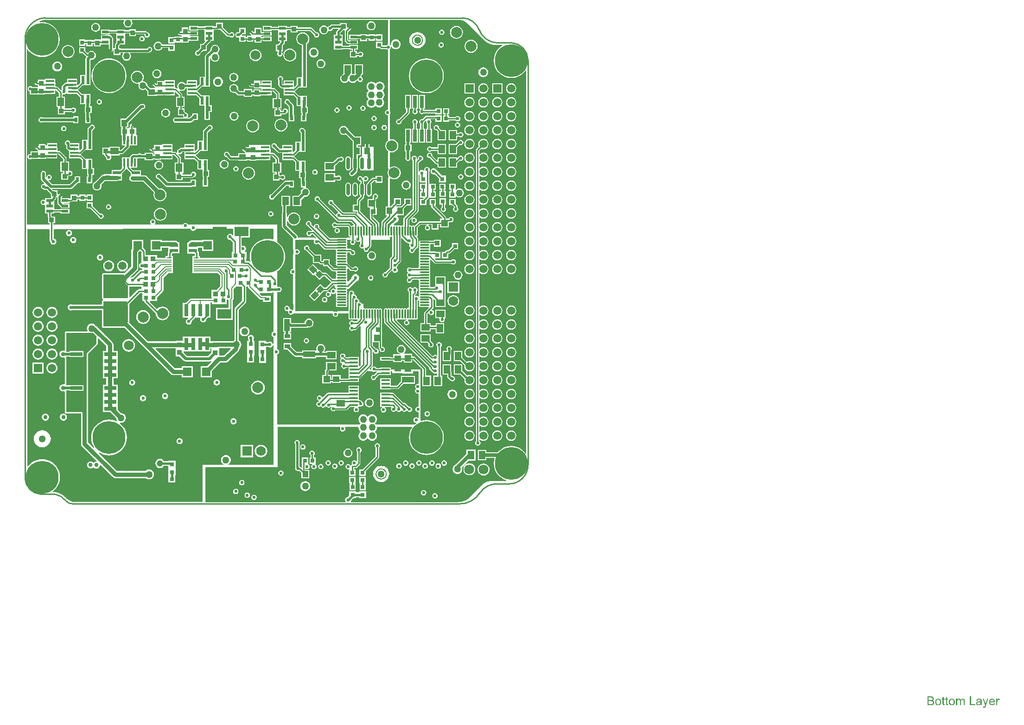
<source format=gbl>
G04*
G04 #@! TF.GenerationSoftware,Altium Limited,Altium Designer,22.10.1 (41)*
G04*
G04 Layer_Physical_Order=4*
G04 Layer_Color=16711680*
%FSLAX25Y25*%
%MOIN*%
G70*
G04*
G04 #@! TF.SameCoordinates,259FC9CF-E4F6-480E-B3ED-B57B647CB087*
G04*
G04*
G04 #@! TF.FilePolarity,Positive*
G04*
G01*
G75*
%ADD10C,0.01500*%
%ADD11C,0.01000*%
%ADD13C,0.00787*%
%ADD33R,0.03543X0.03543*%
%ADD35R,0.04331X0.08661*%
%ADD36R,0.04134X0.04724*%
%ADD39R,0.09843X0.06693*%
%ADD43R,0.08661X0.02756*%
%ADD44R,0.03150X0.03150*%
%ADD45R,0.06000X0.06000*%
%ADD47R,0.06000X0.04724*%
%ADD48C,0.05118*%
%ADD50R,0.04724X0.04134*%
%ADD51R,0.08661X0.04331*%
%ADD56R,0.02756X0.08661*%
%ADD58R,0.04724X0.06000*%
%ADD101C,0.03000*%
%ADD102C,0.02000*%
%ADD105C,0.02500*%
%ADD107C,0.05906*%
%ADD108R,0.05906X0.05906*%
%ADD109R,0.07000X0.07000*%
%ADD110C,0.07000*%
%ADD111R,0.07000X0.07000*%
%ADD112C,0.07087*%
%ADD113C,0.23622*%
%ADD114C,0.07874*%
%ADD115C,0.02362*%
%ADD116C,0.04528*%
%ADD117C,0.05000*%
%ADD118C,0.03000*%
%ADD119R,0.04134X0.03150*%
%ADD120R,0.06102X0.01181*%
%ADD121R,0.03543X0.00787*%
%ADD122R,0.12598X0.09449*%
%ADD123O,0.06890X0.01181*%
%ADD124O,0.01181X0.06890*%
%ADD125O,0.02362X0.08661*%
%ADD126R,0.03150X0.03150*%
%ADD127R,0.03000X0.03000*%
%ADD128P,0.05568X4X180.0*%
%ADD129R,0.03937X0.05118*%
%ADD130R,0.02480X0.03543*%
%ADD131R,0.02480X0.03504*%
%ADD132R,0.05000X0.02000*%
%ADD133R,0.04724X0.04724*%
%ADD134R,0.01772X0.05906*%
%ADD135R,0.05906X0.02244*%
%ADD136R,0.02244X0.05906*%
%ADD137R,0.04724X0.04724*%
%ADD138R,0.03543X0.03543*%
G04:AMPARAMS|DCode=139|XSize=41.34mil|YSize=47.24mil|CornerRadius=0mil|HoleSize=0mil|Usage=FLASHONLY|Rotation=135.000|XOffset=0mil|YOffset=0mil|HoleType=Round|Shape=Rectangle|*
%AMROTATEDRECTD139*
4,1,4,0.03132,0.00209,-0.00209,-0.03132,-0.03132,-0.00209,0.00209,0.03132,0.03132,0.00209,0.0*
%
%ADD139ROTATEDRECTD139*%

G04:AMPARAMS|DCode=140|XSize=41.34mil|YSize=47.24mil|CornerRadius=0mil|HoleSize=0mil|Usage=FLASHONLY|Rotation=225.000|XOffset=0mil|YOffset=0mil|HoleType=Round|Shape=Rectangle|*
%AMROTATEDRECTD140*
4,1,4,-0.00209,0.03132,0.03132,-0.00209,0.00209,-0.03132,-0.03132,0.00209,-0.00209,0.03132,0.0*
%
%ADD140ROTATEDRECTD140*%

%ADD141R,0.03504X0.02480*%
%ADD142R,0.03543X0.02480*%
%ADD143R,0.05906X0.01772*%
%ADD144C,0.01512*%
%ADD145C,0.00900*%
G36*
X314649Y347987D02*
X316091Y347389D01*
X317389Y346519D01*
X317940Y345966D01*
X317940Y345966D01*
X317940Y345966D01*
X317974Y345935D01*
X318051Y345884D01*
X318052Y345883D01*
X318137Y345848D01*
X318138Y345848D01*
X318185Y345838D01*
X318351Y345752D01*
X330756Y333347D01*
X330756Y333347D01*
X331483Y332688D01*
X333113Y331599D01*
X334924Y330849D01*
X336847Y330466D01*
X337827Y330418D01*
X343095D01*
X343236Y329918D01*
X342194Y329279D01*
X340696Y328000D01*
X339417Y326502D01*
X338388Y324823D01*
X337634Y323004D01*
X337175Y321089D01*
X337020Y319126D01*
X337175Y317163D01*
X337634Y315248D01*
X338388Y313428D01*
X339417Y311749D01*
X340696Y310252D01*
X342194Y308973D01*
X343873Y307944D01*
X345692Y307190D01*
X347607Y306731D01*
X349570Y306576D01*
X351533Y306731D01*
X353448Y307190D01*
X355268Y307944D01*
X356946Y308973D01*
X358444Y310252D01*
X359723Y311749D01*
X359921Y312072D01*
X360402Y311936D01*
Y36300D01*
X359921Y36164D01*
X359759Y36428D01*
X358480Y37926D01*
X356983Y39205D01*
X355304Y40234D01*
X353484Y40987D01*
X351569Y41447D01*
X349606Y41601D01*
X347643Y41447D01*
X345728Y40987D01*
X343909Y40234D01*
X342230Y39205D01*
X340732Y37926D01*
X340066Y37146D01*
X331826D01*
Y38857D01*
X325702D01*
Y31457D01*
X331826D01*
Y33169D01*
X337274D01*
X337608Y32669D01*
X337211Y31015D01*
X337056Y29052D01*
X337211Y27089D01*
X337671Y25174D01*
X338424Y23354D01*
X339453Y21675D01*
X340732Y20178D01*
X342230Y18899D01*
X343909Y17870D01*
X345728Y17116D01*
X345965Y17060D01*
X345905Y16559D01*
X335662Y16559D01*
X335661Y16559D01*
X334681Y16511D01*
X332759Y16129D01*
X330948Y15379D01*
X329318Y14290D01*
X328591Y13631D01*
X319094Y4134D01*
X319094Y4134D01*
X318398Y3438D01*
X316760Y2343D01*
X314940Y1590D01*
X313341Y1271D01*
X312673Y1324D01*
X312211Y1360D01*
X311756Y1266D01*
X311647Y1245D01*
X311615Y1223D01*
X234499D01*
X234263Y1664D01*
X234439Y1929D01*
X234534Y2406D01*
X236056Y3927D01*
X238079D01*
Y4718D01*
X240223D01*
Y3927D01*
X245373D01*
Y9077D01*
X240223D01*
Y8286D01*
X238079D01*
Y9077D01*
X232930D01*
Y5848D01*
X232011Y4929D01*
X231534Y4834D01*
X230812Y4352D01*
X230330Y3630D01*
X230161Y2780D01*
X230330Y1929D01*
X230507Y1664D01*
X230271Y1223D01*
X129593D01*
X129515Y25969D01*
X129868Y26323D01*
X181677D01*
X181677Y55339D01*
X226532D01*
X226799Y54839D01*
X226677Y54656D01*
X226531Y53922D01*
X226677Y53188D01*
X227093Y52566D01*
X227715Y52150D01*
X228449Y52004D01*
X229183Y52150D01*
X229805Y52566D01*
X230221Y53188D01*
X230367Y53922D01*
X230221Y54656D01*
X230098Y54839D01*
X230365Y55339D01*
X239400Y55339D01*
X239729Y54963D01*
X239722Y54906D01*
X239842Y53992D01*
X240195Y53141D01*
X240756Y52410D01*
X241051Y52184D01*
Y51684D01*
X240756Y51458D01*
X240195Y50726D01*
X239842Y49875D01*
X239722Y48961D01*
X239842Y48048D01*
X240195Y47196D01*
X240756Y46465D01*
X241487Y45904D01*
X242338Y45551D01*
X243252Y45431D01*
X244166Y45551D01*
X245017Y45904D01*
X245748Y46465D01*
X246121Y46951D01*
X246722D01*
X247094Y46465D01*
X247825Y45904D01*
X248677Y45551D01*
X249590Y45431D01*
X250504Y45551D01*
X251356Y45904D01*
X252087Y46465D01*
X252648Y47196D01*
X253000Y48048D01*
X253121Y48961D01*
X253000Y49875D01*
X252648Y50726D01*
X252087Y51458D01*
X251792Y51684D01*
Y52184D01*
X252087Y52410D01*
X252648Y53141D01*
X253000Y53992D01*
X253121Y54906D01*
X253113Y54963D01*
X253443Y55339D01*
X277990D01*
X278270Y54839D01*
X277409Y53434D01*
X276655Y51614D01*
X276195Y49699D01*
X276041Y47736D01*
X276195Y45773D01*
X276655Y43858D01*
X277409Y42039D01*
X278437Y40360D01*
X279716Y38862D01*
X281214Y37583D01*
X282893Y36554D01*
X284712Y35801D01*
X286627Y35341D01*
X288591Y35186D01*
X290554Y35341D01*
X292469Y35801D01*
X294288Y36554D01*
X295967Y37583D01*
X297464Y38862D01*
X298743Y40360D01*
X299772Y42039D01*
X300526Y43858D01*
X300986Y45773D01*
X301140Y47736D01*
X300986Y49699D01*
X300526Y51614D01*
X299772Y53434D01*
X298743Y55113D01*
X297464Y56610D01*
X295967Y57889D01*
X294288Y58918D01*
X292469Y59671D01*
X290554Y60131D01*
X288591Y60286D01*
X286627Y60131D01*
X284972Y59734D01*
X284472Y60068D01*
X284472Y68072D01*
X284477Y68095D01*
X284472Y68119D01*
X284472Y96835D01*
X262948Y96835D01*
Y97929D01*
X255446D01*
Y97862D01*
X252506D01*
X252206Y98310D01*
X251584Y98725D01*
X250850Y98871D01*
X250116Y98725D01*
X249494Y98310D01*
X249078Y97687D01*
X248932Y96953D01*
X248835Y96835D01*
X247921D01*
X247730Y97297D01*
X249589Y99156D01*
X249855Y99553D01*
X249948Y100022D01*
Y109518D01*
X250448Y109777D01*
X250547Y109707D01*
X250653Y109172D01*
X251069Y108550D01*
X251691Y108134D01*
X252425Y107988D01*
X253159Y108134D01*
X253781Y108550D01*
X254197Y109172D01*
X254343Y109906D01*
X254197Y110640D01*
X253781Y111262D01*
X253159Y111678D01*
X252425Y111824D01*
X252269Y111793D01*
X249867Y114194D01*
Y115949D01*
X250150Y116332D01*
X254273D01*
Y112544D01*
X254366Y112076D01*
X254631Y111679D01*
X254987Y111322D01*
X254956Y111166D01*
X255102Y110432D01*
X255518Y109810D01*
X256140Y109394D01*
X256874Y109248D01*
X257608Y109394D01*
X258230Y109810D01*
X258646Y110432D01*
X258792Y111166D01*
X258646Y111900D01*
X258230Y112522D01*
X257608Y112938D01*
X256874Y113084D01*
X256719Y113211D01*
Y125497D01*
Y133458D01*
X256812Y133922D01*
Y139630D01*
X256712Y140134D01*
X256426Y140561D01*
X255999Y140846D01*
X255496Y140946D01*
X254992Y140846D01*
X254566Y140561D01*
X254458D01*
X254031Y140846D01*
X253527Y140946D01*
X253024Y140846D01*
X252597Y140561D01*
X252489D01*
X252063Y140846D01*
X251559Y140946D01*
X251055Y140846D01*
X250628Y140561D01*
X250521D01*
X250094Y140846D01*
X249590Y140946D01*
X249087Y140846D01*
X248660Y140561D01*
X248552D01*
X248126Y140846D01*
X247622Y140946D01*
X247118Y140846D01*
X246691Y140561D01*
X246584D01*
X246157Y140846D01*
X245654Y140946D01*
X245150Y140846D01*
X244723Y140561D01*
X244615D01*
X244188Y140846D01*
X243685Y140946D01*
X243599Y140929D01*
X243213Y141246D01*
Y144040D01*
X242016D01*
X242008Y144080D01*
X241592Y144702D01*
X240970Y145118D01*
X240632Y145185D01*
X240242Y145350D01*
X240269Y145729D01*
X240343Y146102D01*
X240197Y146836D01*
X239781Y147459D01*
X239159Y147874D01*
X238821Y147942D01*
X238431Y148106D01*
X238458Y148485D01*
X238533Y148858D01*
X238387Y149592D01*
X237971Y150215D01*
X237349Y150630D01*
X237011Y150698D01*
X236621Y150862D01*
X236648Y151241D01*
X236722Y151615D01*
X236576Y152349D01*
X236160Y152971D01*
X235538Y153387D01*
X234804Y153533D01*
X234070Y153387D01*
X233448Y152971D01*
X233032Y152349D01*
X232886Y151615D01*
X232922Y151435D01*
X232712Y151121D01*
X232619Y150653D01*
Y144040D01*
Y140095D01*
X232527Y139630D01*
Y138758D01*
X225418Y138758D01*
X225344Y138743D01*
X225268Y138751D01*
X225053Y138686D01*
X224833Y138642D01*
X224770Y138600D01*
X224697Y138578D01*
X224523Y138435D01*
X224337Y138310D01*
X224294Y138247D01*
X224236Y138199D01*
X224202Y138158D01*
X223978Y138307D01*
X223244Y138453D01*
X222510Y138307D01*
X222286Y138158D01*
X222252Y138199D01*
X222193Y138247D01*
X222151Y138310D01*
X221965Y138435D01*
X221791Y138578D01*
X221718Y138600D01*
X221655Y138642D01*
X221435Y138686D01*
X221220Y138751D01*
X221144Y138743D01*
X221070Y138758D01*
X194435Y138758D01*
X194420Y139621D01*
X194427Y139656D01*
Y143477D01*
X194397Y143624D01*
Y143775D01*
X194345Y144040D01*
X194315D01*
Y166474D01*
X194449Y167149D01*
X194315Y167824D01*
Y179459D01*
X194815Y179726D01*
X194959Y179630D01*
X195693Y179484D01*
X196427Y179630D01*
X197049Y180046D01*
X197465Y180668D01*
X197611Y181402D01*
X197465Y182136D01*
X197049Y182758D01*
X196427Y183174D01*
X195693Y183320D01*
X194959Y183174D01*
X194815Y183078D01*
X194315Y183345D01*
Y190090D01*
X194774Y190182D01*
X207595D01*
X207862Y189682D01*
X207740Y189498D01*
X207594Y188764D01*
X207740Y188030D01*
X208155Y187408D01*
X208778Y186992D01*
X209512Y186846D01*
X210246Y186992D01*
X210868Y187408D01*
X211013Y187423D01*
X214985Y183450D01*
X215382Y183185D01*
X215850Y183092D01*
X223177D01*
X223520Y182592D01*
X223471Y182347D01*
X223572Y181843D01*
X223857Y181417D01*
Y181309D01*
X223572Y180882D01*
X223471Y180378D01*
X223572Y179875D01*
X223857Y179448D01*
Y179341D01*
X223572Y178914D01*
X223471Y178410D01*
X223572Y177907D01*
X223629Y177821D01*
X223830Y177426D01*
X223629Y177031D01*
X223572Y176945D01*
X223471Y176442D01*
X223572Y175938D01*
X223857Y175511D01*
Y175403D01*
X223572Y174977D01*
X223471Y174473D01*
X223572Y173969D01*
X223629Y173884D01*
X223830Y173489D01*
X223629Y173094D01*
X223572Y173008D01*
X223471Y172504D01*
X223572Y172001D01*
X223857Y171574D01*
X224284Y171289D01*
X224787Y171189D01*
X227389D01*
X227820Y171103D01*
X230339D01*
Y169883D01*
X224787D01*
X224323Y169791D01*
X222184D01*
X219149Y172826D01*
Y176039D01*
X214205D01*
Y174791D01*
X213286D01*
X213046Y175031D01*
Y179425D01*
X208652D01*
X204398Y183680D01*
X204501Y184197D01*
X204355Y184931D01*
X203939Y185554D01*
X203317Y185969D01*
X202583Y186115D01*
X201849Y185969D01*
X201226Y185554D01*
X200811Y184931D01*
X200665Y184197D01*
X200811Y183464D01*
X201226Y182841D01*
X201849Y182425D01*
X202276Y182340D01*
X206922Y177695D01*
Y173301D01*
X211316D01*
X211914Y172702D01*
X212311Y172437D01*
X212779Y172344D01*
X214205D01*
Y171096D01*
X217418D01*
X220812Y167702D01*
X221209Y167437D01*
X221677Y167344D01*
X223177D01*
X223520Y166844D01*
X223471Y166599D01*
X223572Y166095D01*
X223857Y165669D01*
Y165561D01*
X223572Y165134D01*
X223471Y164630D01*
X223572Y164127D01*
X223629Y164041D01*
X223830Y163646D01*
X223629Y163251D01*
X223572Y163166D01*
X223471Y162662D01*
X223520Y162417D01*
X223177Y161917D01*
X221160D01*
X217148Y165929D01*
X216752Y166194D01*
X216283Y166287D01*
X214157D01*
X211732Y168712D01*
X211656Y168636D01*
X211248Y168414D01*
X206917Y172745D01*
X203004Y168832D01*
X207335Y164501D01*
X207550Y164716D01*
X207958Y164938D01*
X211732Y161164D01*
X214408Y163840D01*
X215777D01*
X219788Y159828D01*
X219861Y159780D01*
X219931Y159143D01*
X216367Y155578D01*
X215122D01*
X212428Y158273D01*
X208654Y154499D01*
Y154499D01*
X208398Y154169D01*
X204067Y149839D01*
X207980Y145926D01*
X212311Y150256D01*
X212282Y150285D01*
X212428Y150725D01*
X214835Y153131D01*
X216874D01*
X217342Y153225D01*
X217739Y153490D01*
X221751Y157501D01*
X222410D01*
X222727Y157115D01*
X222656Y156756D01*
X222818Y155941D01*
X223280Y155249D01*
X223530Y155082D01*
X223471Y154788D01*
X223537Y154460D01*
X223066Y154264D01*
X223010Y154348D01*
X222388Y154764D01*
X221654Y154910D01*
X220920Y154764D01*
X220297Y154348D01*
X219882Y153726D01*
X219736Y152992D01*
X219841Y152463D01*
X219647Y152316D01*
X219380Y152215D01*
X218828Y152584D01*
X218094Y152730D01*
X217360Y152584D01*
X216738Y152168D01*
X216322Y151546D01*
X216177Y150812D01*
X216322Y150078D01*
X216738Y149455D01*
X217360Y149040D01*
X218094Y148894D01*
X218828Y149040D01*
X219451Y149455D01*
X219866Y150078D01*
X220012Y150812D01*
X219907Y151341D01*
X220101Y151488D01*
X220368Y151589D01*
X220920Y151220D01*
X221654Y151074D01*
X222388Y151220D01*
X222977Y151614D01*
X223030Y151634D01*
X223567Y151570D01*
X223633Y151446D01*
X223572Y151355D01*
X223471Y150851D01*
X223572Y150347D01*
X223629Y150262D01*
X223830Y149867D01*
X223629Y149472D01*
X223572Y149386D01*
X223471Y148882D01*
X223572Y148379D01*
X223857Y147952D01*
Y147844D01*
X223572Y147417D01*
X223471Y146914D01*
X223572Y146410D01*
X223857Y145984D01*
Y145876D01*
X223572Y145449D01*
X223489Y145031D01*
X223471Y144946D01*
X223572Y144442D01*
X223629Y144356D01*
X223830Y143961D01*
X223629Y143566D01*
X223572Y143481D01*
X223471Y142977D01*
X223572Y142473D01*
X223857Y142047D01*
X224284Y141761D01*
X224787Y141661D01*
X230496D01*
X230999Y141761D01*
X231426Y142047D01*
X231712Y142473D01*
X231812Y142977D01*
X231712Y143481D01*
X231655Y143566D01*
X231454Y143961D01*
X231655Y144356D01*
X231712Y144442D01*
X231812Y144946D01*
X231795Y145031D01*
X231712Y145449D01*
X231426Y145876D01*
Y145984D01*
X231712Y146410D01*
X231812Y146914D01*
X231712Y147417D01*
X231426Y147844D01*
Y147952D01*
X231712Y148379D01*
X231812Y148882D01*
X231712Y149386D01*
X231655Y149472D01*
X231454Y149867D01*
X231655Y150262D01*
X231712Y150347D01*
X231812Y150851D01*
X231712Y151355D01*
X231426Y151781D01*
Y151889D01*
X231712Y152316D01*
X231812Y152820D01*
X231712Y153323D01*
X231655Y153409D01*
X231454Y153804D01*
X231655Y154199D01*
X231712Y154284D01*
X231798Y154717D01*
X232046D01*
X232826Y154873D01*
X233488Y155315D01*
X238195Y160022D01*
X238223Y160026D01*
X238875Y160296D01*
X239435Y160726D01*
X239865Y161286D01*
X240135Y161938D01*
X240227Y162638D01*
X240135Y163338D01*
X239865Y163990D01*
X239435Y164550D01*
X238875Y164980D01*
X238223Y165250D01*
X237523Y165342D01*
X236823Y165250D01*
X236171Y164980D01*
X235611Y164550D01*
X235181Y163990D01*
X234911Y163338D01*
X234819Y162638D01*
X234845Y162439D01*
X232314Y159908D01*
X231695Y159997D01*
X231646Y160087D01*
X231655Y160104D01*
X231712Y160190D01*
X231812Y160694D01*
X231712Y161197D01*
X231426Y161624D01*
Y161732D01*
X231712Y162159D01*
X231812Y162662D01*
X231712Y163166D01*
X231655Y163251D01*
X231454Y163646D01*
X231655Y164041D01*
X231712Y164127D01*
X231812Y164630D01*
X231712Y165134D01*
X231426Y165561D01*
Y165669D01*
X231712Y166095D01*
X231812Y166599D01*
X231712Y167103D01*
X231655Y167188D01*
X231454Y167583D01*
X231655Y167978D01*
X231712Y168064D01*
X231812Y168568D01*
X231712Y169071D01*
X231695Y169097D01*
X232216Y169618D01*
X233703Y168131D01*
X234100Y167866D01*
X234568Y167773D01*
X236281D01*
X236341Y167684D01*
X236963Y167268D01*
X237697Y167122D01*
X238431Y167268D01*
X239053Y167684D01*
X239469Y168306D01*
X239615Y169040D01*
X239469Y169774D01*
X239053Y170396D01*
X238431Y170812D01*
X237697Y170958D01*
X236963Y170812D01*
X236341Y170396D01*
X236223Y170220D01*
X235075D01*
X232103Y173192D01*
X231857Y173356D01*
X231706Y173457D01*
X231709Y173966D01*
X231712Y173969D01*
X231812Y174473D01*
X231712Y174977D01*
X231426Y175403D01*
Y175511D01*
X231712Y175938D01*
X231812Y176442D01*
X231712Y176945D01*
X231655Y177031D01*
X231454Y177426D01*
X231655Y177821D01*
X231712Y177907D01*
X231812Y178410D01*
X231712Y178914D01*
X231426Y179341D01*
Y179448D01*
X231712Y179875D01*
X231812Y180378D01*
X231763Y180623D01*
X232106Y181124D01*
X233209D01*
X233656Y180850D01*
X233802Y180116D01*
X234218Y179494D01*
X234840Y179078D01*
X235574Y178932D01*
X236308Y179078D01*
X236930Y179494D01*
X237346Y180116D01*
X237492Y180850D01*
X237346Y181584D01*
X236930Y182206D01*
X236308Y182622D01*
X235574Y182768D01*
X235417Y182737D01*
X234942Y183212D01*
X234545Y183477D01*
X234077Y183571D01*
X232106D01*
X231763Y184071D01*
X231812Y184316D01*
X231712Y184819D01*
X231426Y185246D01*
Y185354D01*
X231712Y185781D01*
X231812Y186284D01*
X231712Y186788D01*
X231655Y186873D01*
X231454Y187268D01*
X231655Y187663D01*
X231712Y187749D01*
X231812Y188253D01*
X231712Y188756D01*
X231655Y188842D01*
X231454Y189237D01*
X231655Y189632D01*
X231712Y189717D01*
X231804Y190182D01*
X234150D01*
X234301Y189682D01*
X234274Y189663D01*
X233858Y189041D01*
X233712Y188307D01*
X233858Y187573D01*
X234274Y186951D01*
X234896Y186535D01*
X235630Y186389D01*
X236364Y186535D01*
X236986Y186951D01*
X237402Y187573D01*
X237548Y188307D01*
X237402Y189041D01*
X237034Y189591D01*
Y190182D01*
X237644D01*
X237716Y189817D01*
X238132Y189195D01*
X238754Y188779D01*
X239488Y188633D01*
X240222Y188779D01*
X240629Y189051D01*
X241129Y188789D01*
Y187193D01*
X240996Y187104D01*
X240580Y186482D01*
X240434Y185748D01*
X240580Y185014D01*
X240996Y184392D01*
X241618Y183976D01*
X242352Y183830D01*
X243086Y183976D01*
X243508Y183656D01*
X243436Y183298D01*
X243582Y182564D01*
X243998Y181942D01*
X244620Y181526D01*
X245354Y181380D01*
X246088Y181526D01*
X246710Y181942D01*
X247126Y182564D01*
X247272Y183298D01*
X247241Y183455D01*
X248487Y184701D01*
X248752Y185097D01*
X248846Y185566D01*
Y190182D01*
X262464D01*
Y191763D01*
X262909Y192060D01*
X263076Y192310D01*
X263370Y192252D01*
X263615Y192300D01*
X264115Y191958D01*
Y178542D01*
X262619Y177046D01*
X262354Y176649D01*
X262261Y176181D01*
Y169897D01*
X259113Y166749D01*
X258957Y166780D01*
X258223Y166634D01*
X257600Y166218D01*
X257185Y165596D01*
X257039Y164862D01*
X257185Y164128D01*
X257600Y163506D01*
X258223Y163090D01*
X258957Y162944D01*
X259691Y163090D01*
X260313Y163506D01*
X260729Y164128D01*
X260875Y164862D01*
X260843Y165019D01*
X263741Y167917D01*
X264284Y167752D01*
X264330Y167519D01*
X264746Y166896D01*
X265368Y166481D01*
X266102Y166335D01*
X266836Y166481D01*
X267459Y166896D01*
X267874Y167519D01*
X268020Y168253D01*
X267874Y168986D01*
X267459Y169609D01*
X267288Y169723D01*
Y170223D01*
X267400Y170297D01*
X267815Y170920D01*
X267961Y171653D01*
X267941Y171755D01*
X270141Y173955D01*
X270406Y174352D01*
X270499Y174820D01*
Y191365D01*
X270961Y191557D01*
X274102Y188416D01*
X274499Y188151D01*
X274928Y188065D01*
X275022Y187925D01*
X275644Y187509D01*
X276294Y187380D01*
X276482Y187106D01*
X276569Y186891D01*
X276454Y186718D01*
X276308Y185984D01*
X276454Y185250D01*
X276869Y184628D01*
X277070Y184494D01*
Y183892D01*
X276867Y183756D01*
X276451Y183134D01*
X276305Y182400D01*
X276451Y181666D01*
X276867Y181044D01*
X277489Y180628D01*
X278223Y180482D01*
X278957Y180628D01*
X279579Y181044D01*
X279995Y181666D01*
X280141Y182400D01*
X280110Y182557D01*
X282267Y184714D01*
X282532Y185111D01*
X282625Y185579D01*
Y190720D01*
X282532Y191189D01*
X282267Y191586D01*
X281897Y191955D01*
X281960Y192599D01*
X282017Y192637D01*
X282302Y193064D01*
X282402Y193568D01*
Y198901D01*
X284467Y200966D01*
X288732D01*
X288781Y200466D01*
X288738Y200458D01*
X288116Y200042D01*
X287700Y199420D01*
X287554Y198686D01*
X287700Y197952D01*
X288116Y197329D01*
X288738Y196914D01*
X289472Y196768D01*
X290206Y196914D01*
X290829Y197329D01*
X291244Y197952D01*
X291390Y198686D01*
X291244Y199420D01*
X290829Y200042D01*
X290206Y200458D01*
X290164Y200466D01*
X290213Y200966D01*
X292355D01*
Y197474D01*
X297298D01*
Y200966D01*
X298497D01*
Y199127D01*
X304621D01*
Y202832D01*
X305606D01*
X306205Y202713D01*
X306939Y202859D01*
X307561Y203274D01*
X307977Y203897D01*
X308123Y204630D01*
X307977Y205364D01*
X307561Y205987D01*
X306939Y206402D01*
X306205Y206549D01*
X305471Y206402D01*
X304849Y205987D01*
X304433Y205364D01*
X304416Y205279D01*
X303425D01*
X303290Y205252D01*
X302783D01*
Y206028D01*
X302689Y206496D01*
X302424Y206893D01*
X294857Y214460D01*
X295064Y214960D01*
X295500D01*
Y219510D01*
X290951D01*
Y214960D01*
X292002D01*
Y214362D01*
X292095Y213893D01*
X292360Y213496D01*
X300105Y205752D01*
X299898Y205252D01*
X298497D01*
Y203413D01*
X283961D01*
X283492Y203320D01*
X283095Y203055D01*
X280489Y200448D01*
X280048Y200207D01*
X279622Y200492D01*
X279118Y200592D01*
X278614Y200492D01*
X278188Y200207D01*
X278080D01*
X277653Y200492D01*
X277150Y200592D01*
X276905Y200543D01*
X276405Y200886D01*
Y204121D01*
X277793Y205510D01*
X278181Y205191D01*
X277992Y204907D01*
X277846Y204173D01*
X277992Y203439D01*
X278408Y202817D01*
X279030Y202401D01*
X279764Y202255D01*
X280498Y202401D01*
X281120Y202817D01*
X281536Y203439D01*
X281682Y204173D01*
X281536Y204907D01*
X281120Y205529D01*
X280498Y205945D01*
X279764Y206091D01*
X279030Y205945D01*
X278746Y205756D01*
X278427Y206144D01*
X282549Y210266D01*
X282815Y210663D01*
X282908Y211131D01*
Y236827D01*
X283408Y237045D01*
X283585Y236892D01*
X283709Y236412D01*
X283709D01*
X283709Y236412D01*
Y231262D01*
X288135D01*
Y230537D01*
X284083D01*
Y226137D01*
X285060D01*
Y225010D01*
X284009D01*
Y220460D01*
X286472D01*
X286663Y219998D01*
X286175Y219510D01*
X284009D01*
Y214960D01*
X288558D01*
Y218433D01*
X290223Y220098D01*
X290456Y220447D01*
X290951Y220460D01*
X290991Y220460D01*
X295500D01*
Y225010D01*
X294384D01*
Y226137D01*
X295426D01*
Y230537D01*
X291082D01*
X291026Y230537D01*
X290582Y230673D01*
Y239439D01*
X290851Y239841D01*
X290997Y240575D01*
X290851Y241309D01*
X290435Y241932D01*
X289813Y242347D01*
X289079Y242493D01*
X288345Y242347D01*
X287722Y241932D01*
X287307Y241309D01*
X287161Y240575D01*
X287238Y240187D01*
X286786Y239895D01*
X286229Y240268D01*
X285378Y240437D01*
X284527Y240268D01*
X283805Y239786D01*
X283408Y239191D01*
X282908Y239342D01*
Y245508D01*
X284253Y246853D01*
X284409Y246822D01*
X285143Y246968D01*
X285766Y247384D01*
X286181Y248006D01*
X286327Y248740D01*
X286181Y249474D01*
X285766Y250096D01*
X285143Y250512D01*
X284409Y250658D01*
X283676Y250512D01*
X283053Y250096D01*
X282638Y249474D01*
X282491Y248740D01*
X282523Y248584D01*
X282169Y248230D01*
X281708Y248476D01*
X281761Y248740D01*
X281614Y249474D01*
X281199Y250096D01*
X280576Y250512D01*
X279842Y250658D01*
X279109Y250512D01*
X278486Y250096D01*
X278071Y249474D01*
X277925Y248740D01*
X278071Y248006D01*
X278486Y247384D01*
X278761Y247201D01*
Y212342D01*
X272347Y205929D01*
X272082Y205532D01*
X271989Y205064D01*
Y200886D01*
X271489Y200543D01*
X271244Y200592D01*
X270741Y200492D01*
X270314Y200207D01*
X270206D01*
X269779Y200492D01*
X269275Y200592D01*
X268772Y200492D01*
X268686Y200435D01*
X268291Y200234D01*
X267896Y200435D01*
X267811Y200492D01*
X267307Y200592D01*
X266803Y200492D01*
X266718Y200435D01*
X266323Y200234D01*
X265928Y200435D01*
X265842Y200492D01*
X265338Y200592D01*
X265315Y200587D01*
X265069Y201048D01*
X266540Y202520D01*
X266618Y202530D01*
X267271Y202800D01*
X267831Y203230D01*
X268260Y203790D01*
X268531Y204442D01*
X268623Y205142D01*
X268531Y205842D01*
X268260Y206494D01*
X267831Y207054D01*
X267679Y207171D01*
X267849Y207671D01*
X272456D01*
Y212695D01*
X274637Y214875D01*
X277771D01*
Y219819D01*
X272828D01*
Y216527D01*
X270489Y214189D01*
X267137D01*
X266797Y214555D01*
X267274Y215033D01*
X270330D01*
Y219976D01*
X265387D01*
Y216606D01*
X262970Y214189D01*
X262464D01*
Y234169D01*
X262913Y234390D01*
X263158Y234202D01*
X264285Y233735D01*
X265496Y233576D01*
X266706Y233735D01*
X267834Y234202D01*
X268803Y234945D01*
X269546Y235914D01*
X270014Y237042D01*
X270173Y238253D01*
X270014Y239463D01*
X269546Y240591D01*
X268803Y241560D01*
X267834Y242303D01*
X266706Y242770D01*
X265496Y242930D01*
X264285Y242770D01*
X263158Y242303D01*
X262913Y242115D01*
X262464Y242337D01*
Y252764D01*
X262965Y253174D01*
X263803Y253064D01*
X265014Y253223D01*
X266142Y253690D01*
X267110Y254434D01*
X267853Y255402D01*
X268321Y256530D01*
X268480Y257741D01*
X268321Y258951D01*
X267853Y260079D01*
X267110Y261048D01*
X266142Y261791D01*
X265014Y262258D01*
X263803Y262418D01*
X262965Y262307D01*
X262464Y262718D01*
X262464Y280884D01*
X262504Y280944D01*
X262650Y281678D01*
X262504Y282412D01*
X262464Y282471D01*
Y327344D01*
X262561Y327408D01*
X262977Y328030D01*
X263123Y328764D01*
X263091Y328922D01*
X263541Y329125D01*
X264102Y328394D01*
X264833Y327833D01*
X265685Y327481D01*
X266598Y327360D01*
X267512Y327481D01*
X268363Y327833D01*
X269095Y328394D01*
X269656Y329125D01*
X270008Y329977D01*
X270128Y330890D01*
X270008Y331804D01*
X269656Y332656D01*
X269095Y333387D01*
X268363Y333948D01*
X267512Y334300D01*
X266598Y334421D01*
X265685Y334300D01*
X264833Y333948D01*
X264102Y333387D01*
X263541Y332656D01*
X263188Y331804D01*
X263068Y330890D01*
X263126Y330452D01*
X262656Y330190D01*
X262464Y330347D01*
Y348292D01*
X300457Y348292D01*
X312337Y348292D01*
X312337Y348292D01*
X312337Y348292D01*
X313118Y348292D01*
X314649Y347987D01*
D02*
G37*
G36*
X15111Y348371D02*
X22740Y348371D01*
X71102D01*
X71324Y347922D01*
X71243Y347818D01*
X70921Y347039D01*
X70811Y346204D01*
X70921Y345369D01*
X71243Y344590D01*
X71756Y343922D01*
X72425Y343409D01*
X73203Y343086D01*
X74039Y342976D01*
X74874Y343086D01*
X75652Y343409D01*
X76321Y343922D01*
X76834Y344590D01*
X77156Y345369D01*
X77266Y346204D01*
X77156Y347039D01*
X76834Y347818D01*
X76754Y347922D01*
X76975Y348371D01*
X260871D01*
X260935Y348292D01*
Y330629D01*
X260471Y330536D01*
X259848Y330121D01*
X259760Y329988D01*
X256865D01*
Y332568D01*
X252316D01*
Y328018D01*
X255135D01*
X255254Y327899D01*
X255651Y327634D01*
X256119Y327541D01*
X259760D01*
X259848Y327408D01*
X260471Y326992D01*
X260935Y326900D01*
Y283762D01*
X260732Y283596D01*
X259998Y283450D01*
X259376Y283034D01*
X258960Y282412D01*
X258814Y281678D01*
X258960Y280944D01*
X259376Y280322D01*
X259998Y279906D01*
X260732Y279760D01*
X260935Y279593D01*
X260935Y262718D01*
X260950Y262644D01*
X260942Y262568D01*
X261008Y262353D01*
X261052Y262133D01*
X261094Y262070D01*
X261116Y261997D01*
X261002Y261436D01*
X260496Y261048D01*
X259753Y260079D01*
X259285Y258951D01*
X259126Y257741D01*
X259285Y256530D01*
X259753Y255402D01*
X260496Y254434D01*
X261002Y254045D01*
X261116Y253484D01*
X261094Y253412D01*
X261052Y253349D01*
X261008Y253128D01*
X260942Y252913D01*
X260950Y252838D01*
X260935Y252764D01*
Y242337D01*
X260984Y242092D01*
X261016Y241845D01*
X261042Y241801D01*
X261052Y241751D01*
X261190Y241544D01*
X261315Y241328D01*
X261355Y241297D01*
X261383Y241255D01*
X261501Y240663D01*
X261446Y240591D01*
X260978Y239463D01*
X260819Y238253D01*
X260978Y237042D01*
X261446Y235914D01*
X261501Y235842D01*
X261383Y235250D01*
X261355Y235208D01*
X261315Y235177D01*
X261190Y234961D01*
X261052Y234754D01*
X261042Y234704D01*
X261016Y234660D01*
X260984Y234413D01*
X260935Y234169D01*
Y214189D01*
X259245D01*
Y214189D01*
Y207671D01*
X260140D01*
X260348Y207171D01*
X257436Y204259D01*
D01*
X256599Y203422D01*
X256334Y203026D01*
X256241Y202557D01*
Y202556D01*
X255654Y201969D01*
X254866Y201969D01*
X253575Y203259D01*
X253556Y203251D01*
X250476Y206331D01*
Y208025D01*
X252968D01*
Y212968D01*
X252874D01*
X252495Y213261D01*
Y219386D01*
X252791Y219563D01*
X253413Y219979D01*
X253829Y220601D01*
X253975Y221335D01*
X253829Y222069D01*
X253413Y222691D01*
X252791Y223107D01*
X252057Y223253D01*
X251323Y223107D01*
X250701Y222691D01*
X250285Y222069D01*
X250139Y221335D01*
X250187Y221093D01*
X250130Y221006D01*
X250036Y220538D01*
Y219386D01*
X246371D01*
Y213261D01*
X247646D01*
X248024Y212968D01*
Y208025D01*
X248028D01*
Y205824D01*
X248122Y205356D01*
X248387Y204959D01*
X252126Y201220D01*
Y199709D01*
X250820D01*
X250814Y199740D01*
Y200457D01*
X250721Y200925D01*
X250456Y201323D01*
X241050Y210728D01*
Y217864D01*
X243271Y220084D01*
X243536Y220481D01*
X243629Y220949D01*
Y221650D01*
X243762Y221739D01*
X244177Y222361D01*
X244323Y223095D01*
Y229394D01*
X244177Y230128D01*
X243762Y230750D01*
X243629Y230839D01*
Y232066D01*
X244129Y232333D01*
X244227Y232268D01*
X244961Y232122D01*
X245695Y232268D01*
X246317Y232684D01*
X246733Y233306D01*
X246879Y234040D01*
X246733Y234774D01*
X246317Y235396D01*
X245695Y235812D01*
X244961Y235958D01*
X244227Y235812D01*
X243604Y235396D01*
X243248Y234863D01*
X243001Y234818D01*
X242944D01*
X242697Y234863D01*
X242340Y235396D01*
X241718Y235812D01*
X240984Y235958D01*
X240250Y235812D01*
X239628Y235396D01*
X239212Y234774D01*
X239066Y234040D01*
X239212Y233306D01*
X239628Y232684D01*
X240250Y232268D01*
X240984Y232122D01*
X241182Y231651D01*
Y230839D01*
X241049Y230750D01*
X240634Y230128D01*
X240488Y229394D01*
Y223095D01*
X240634Y222361D01*
X241049Y221739D01*
X240951Y221225D01*
X238962Y219236D01*
X238696Y218839D01*
X238603Y218371D01*
Y215409D01*
X235741D01*
Y210466D01*
X238603D01*
Y210221D01*
X238696Y209753D01*
X238863Y209504D01*
X238475Y209185D01*
X238165Y209494D01*
X237768Y209759D01*
X237300Y209853D01*
X228783D01*
X221910Y216725D01*
X221941Y216882D01*
X221796Y217616D01*
X221380Y218238D01*
X220758Y218654D01*
X220023Y218800D01*
X219500Y218695D01*
X219417Y218712D01*
X218949Y218619D01*
X218552Y218354D01*
X218286Y217957D01*
X218193Y217488D01*
X218210Y217406D01*
X218106Y216882D01*
X218252Y216148D01*
X218667Y215526D01*
X219290Y215110D01*
X220023Y214964D01*
X220180Y214995D01*
X225206Y209969D01*
X225041Y209427D01*
X224880Y209395D01*
X224258Y208979D01*
X223842Y208357D01*
X223830Y208296D01*
X223352Y208151D01*
X212072Y219430D01*
X212088Y219512D01*
X211942Y220246D01*
X211527Y220869D01*
X210904Y221284D01*
X210170Y221430D01*
X209436Y221284D01*
X208814Y220869D01*
X208399Y220246D01*
X208253Y219512D01*
X208399Y218778D01*
X208814Y218156D01*
X209436Y217741D01*
X210170Y217595D01*
X210401Y217640D01*
X224473Y203569D01*
X224870Y203303D01*
X225338Y203210D01*
X234084D01*
X236287Y201007D01*
X236040Y200546D01*
X235811Y200592D01*
X235307Y200492D01*
X234880Y200207D01*
X234773D01*
X234346Y200492D01*
X234311Y200499D01*
X233290Y201519D01*
X232893Y201784D01*
X232425Y201878D01*
X224185D01*
X224096Y202010D01*
X223474Y202426D01*
X222740Y202572D01*
X222006Y202426D01*
X221384Y202010D01*
X220968Y201388D01*
X220822Y200654D01*
X220968Y199920D01*
X221384Y199298D01*
X222006Y198882D01*
X222740Y198736D01*
X223165Y198821D01*
X223351Y198858D01*
X223546Y198387D01*
X223396Y198287D01*
X223077Y198073D01*
X222661Y197451D01*
X222515Y196717D01*
X222661Y195983D01*
X223077Y195361D01*
X223699Y194945D01*
X224433Y194799D01*
X225167Y194945D01*
X225789Y195361D01*
X226205Y195983D01*
X226351Y196717D01*
X226205Y197451D01*
X225789Y198073D01*
X225167Y198489D01*
X224433Y198635D01*
X224008Y198550D01*
X223822Y198514D01*
X223627Y198985D01*
X223777Y199085D01*
X224096Y199298D01*
X224185Y199431D01*
X231918D01*
X232527Y198822D01*
Y193568D01*
X232627Y193064D01*
X232912Y192637D01*
X233339Y192352D01*
X233842Y192252D01*
X233989Y192049D01*
X233687Y191711D01*
X231804D01*
X231656Y191682D01*
X231506D01*
X231366Y191624D01*
X231219Y191595D01*
X231093Y191511D01*
X230954Y191453D01*
X230948Y191447D01*
X230496Y191537D01*
X224787D01*
X224323Y191445D01*
X219034D01*
X211399Y199080D01*
X211508Y199630D01*
X211362Y200364D01*
X210947Y200987D01*
X210324Y201402D01*
X209591Y201549D01*
X208857Y201402D01*
X208234Y200987D01*
X207819Y200364D01*
X207709Y199815D01*
X207205Y199612D01*
X205703Y201114D01*
X205839Y201796D01*
X205693Y202530D01*
X205277Y203152D01*
X204655Y203568D01*
X203921Y203714D01*
X203187Y203568D01*
X202565Y203152D01*
X202149Y202530D01*
X202003Y201796D01*
X202149Y201062D01*
X202565Y200440D01*
X203187Y200024D01*
X203369Y199988D01*
X206432Y196925D01*
X206241Y196463D01*
X205003D01*
X204794Y196422D01*
X204354Y196509D01*
X203620Y196363D01*
X202998Y195947D01*
X202582Y195325D01*
X202436Y194591D01*
X202582Y193857D01*
X202998Y193235D01*
X203620Y192819D01*
X204354Y192673D01*
X205088Y192819D01*
X205710Y193235D01*
X206126Y193857D01*
X206158Y194016D01*
X206937D01*
X209424Y191528D01*
X209240Y191071D01*
X208829Y191043D01*
X208801Y191076D01*
X208677Y191263D01*
X208613Y191305D01*
X208565Y191364D01*
X208367Y191470D01*
X208180Y191595D01*
X208106Y191610D01*
X208039Y191645D01*
X207815Y191667D01*
X207595Y191711D01*
X196385D01*
X196154Y191993D01*
X196008Y192727D01*
X195592Y193349D01*
X195161Y193637D01*
X188214Y200585D01*
Y203814D01*
X188711Y203868D01*
X189178Y202740D01*
X189921Y201772D01*
X190890Y201028D01*
X192018Y200561D01*
X193228Y200402D01*
X194439Y200561D01*
X195567Y201028D01*
X196536Y201772D01*
X197279Y202740D01*
X197746Y203868D01*
X197905Y205079D01*
X197746Y206289D01*
X197279Y207417D01*
X196536Y208386D01*
X195567Y209129D01*
X194439Y209596D01*
X193228Y209756D01*
X192018Y209596D01*
X190890Y209129D01*
X189921Y208386D01*
X189178Y207417D01*
X188711Y206289D01*
X188214Y206344D01*
Y207540D01*
X188252Y207597D01*
X188398Y208331D01*
X188252Y209065D01*
X187959Y209505D01*
Y214450D01*
X190542D01*
Y221850D01*
X184418D01*
Y214450D01*
X185002D01*
Y209505D01*
X184708Y209065D01*
X184562Y208331D01*
X184708Y207597D01*
X184747Y207540D01*
Y199867D01*
X184879Y199203D01*
X185255Y198641D01*
X192421Y191474D01*
X192464Y191259D01*
X192880Y190637D01*
X192893Y190628D01*
X192873Y190528D01*
X192815Y190389D01*
Y190238D01*
X192786Y190090D01*
Y183345D01*
X192829Y183125D01*
X192851Y182901D01*
X192887Y182834D01*
X192898Y182782D01*
X192898Y180023D01*
X192887Y179970D01*
X192851Y179903D01*
X192829Y179680D01*
X192786Y179459D01*
Y169276D01*
X192531Y169067D01*
X191797Y168921D01*
X191175Y168505D01*
X190759Y167883D01*
X190613Y167149D01*
X190759Y166415D01*
X191175Y165793D01*
X191797Y165377D01*
X192531Y165231D01*
X192786Y165023D01*
Y144040D01*
X192897Y143477D01*
Y139656D01*
X192397Y139497D01*
X191866Y139853D01*
X191132Y139999D01*
X190706Y139914D01*
X190278Y140328D01*
X190343Y140654D01*
X190197Y141388D01*
X189781Y142010D01*
X189159Y142426D01*
X188425Y142572D01*
X187691Y142426D01*
X187069Y142010D01*
X186653Y141388D01*
X186507Y140654D01*
X186653Y139920D01*
X187069Y139298D01*
X187691Y138882D01*
X188425Y138736D01*
X188851Y138821D01*
X189279Y138407D01*
X189214Y138081D01*
X189360Y137347D01*
X189776Y136724D01*
X190398Y136309D01*
X191132Y136163D01*
X191866Y136309D01*
X192488Y136724D01*
X192585Y136869D01*
X192898Y137229D01*
Y137229D01*
X192898Y137229D01*
X221070Y137229D01*
X221387Y136842D01*
X221326Y136535D01*
X221472Y135801D01*
X221888Y135179D01*
X222510Y134764D01*
X223244Y134617D01*
X223978Y134764D01*
X224600Y135179D01*
X225016Y135801D01*
X225162Y136535D01*
X225101Y136842D01*
X225418Y137229D01*
X232527Y137229D01*
Y133922D01*
X232627Y133418D01*
X232912Y132991D01*
X233339Y132706D01*
X233842Y132606D01*
X234346Y132706D01*
X234773Y132991D01*
X234880D01*
X235307Y132706D01*
X235811Y132606D01*
X236315Y132706D01*
X236741Y132991D01*
X236849D01*
X237276Y132706D01*
X237779Y132606D01*
X238283Y132706D01*
X238660Y132958D01*
X239113Y132763D01*
X239245Y132235D01*
X238392Y131382D01*
X236531D01*
X236443Y131515D01*
X235820Y131930D01*
X235086Y132076D01*
X234352Y131930D01*
X233730Y131515D01*
X233314Y130892D01*
X233169Y130158D01*
X233314Y129424D01*
X233730Y128802D01*
X234081Y128568D01*
Y127969D01*
X233730Y127735D01*
X233314Y127112D01*
X233169Y126379D01*
X233314Y125645D01*
X233730Y125022D01*
X234352Y124607D01*
X235086Y124461D01*
X235820Y124607D01*
X236443Y125022D01*
X236531Y125155D01*
X237523D01*
X237991Y125248D01*
X238388Y125513D01*
X240821Y127947D01*
X241283Y127756D01*
X241283Y99840D01*
X240575Y99131D01*
X240113Y99323D01*
Y103025D01*
Y105606D01*
X232611D01*
Y105539D01*
X231024D01*
X230391Y106172D01*
X230405Y106244D01*
X230259Y106978D01*
X229843Y107600D01*
X229221Y108016D01*
X228487Y108162D01*
X227753Y108016D01*
X227131Y107600D01*
X226715Y106978D01*
X226569Y106244D01*
X226715Y105510D01*
X227131Y104888D01*
X227222Y104827D01*
Y104327D01*
X227113Y104254D01*
X226698Y103632D01*
X226552Y102898D01*
X226698Y102164D01*
X227113Y101542D01*
X227736Y101126D01*
X227995Y101075D01*
X228101Y100544D01*
X227998Y100475D01*
X227582Y99853D01*
X227436Y99119D01*
X227582Y98385D01*
X227998Y97763D01*
X228620Y97347D01*
X229354Y97201D01*
X230088Y97347D01*
X230710Y97763D01*
X230852Y97974D01*
X232611D01*
Y95348D01*
Y92789D01*
Y90185D01*
X226865D01*
Y92614D01*
X220741D01*
Y90185D01*
X219936D01*
Y92732D01*
X218097D01*
Y95242D01*
X218849Y95994D01*
X223881D01*
Y102118D01*
X216481D01*
Y97086D01*
X216009Y96614D01*
X215744Y96217D01*
X215650Y95749D01*
Y92732D01*
X213812D01*
Y86608D01*
X219936D01*
Y87738D01*
X220741D01*
Y87080D01*
X226865D01*
Y87738D01*
X232611D01*
Y87671D01*
X240113D01*
Y90297D01*
X240223D01*
X240691Y90390D01*
X241088Y90655D01*
X246218Y95785D01*
X246840Y95754D01*
X247336Y95422D01*
X247921Y95306D01*
X248835D01*
X248910Y95321D01*
X248985Y95313D01*
X249200Y95378D01*
X249421Y95422D01*
X249484Y95464D01*
X249556Y95486D01*
X249603Y95525D01*
X250116Y95181D01*
X250850Y95035D01*
X251584Y95181D01*
X251934Y95415D01*
X252781D01*
X252937Y95041D01*
X252948Y94915D01*
X250882Y92849D01*
X250693Y92887D01*
X249959Y92741D01*
X249337Y92325D01*
X248921Y91703D01*
X248775Y90969D01*
X248921Y90235D01*
X249337Y89613D01*
X249959Y89197D01*
X250693Y89051D01*
X251427Y89197D01*
X252049Y89613D01*
X252465Y90235D01*
X252611Y90969D01*
X252586Y91093D01*
X254349Y92856D01*
X255446D01*
Y92789D01*
X262948D01*
Y95306D01*
X264035D01*
Y93957D01*
X271437D01*
Y93682D01*
X279161D01*
Y95306D01*
X282943D01*
Y86592D01*
X282556Y86275D01*
X282292Y86327D01*
X281558Y86181D01*
X280936Y85766D01*
X280520Y85143D01*
X280374Y84409D01*
X280520Y83675D01*
X280936Y83053D01*
X280948Y83045D01*
Y82545D01*
X280936Y82537D01*
X280520Y81915D01*
X280374Y81181D01*
X280520Y80447D01*
X280936Y79825D01*
X281558Y79409D01*
X282292Y79263D01*
X282556Y79316D01*
X282943Y78998D01*
Y70328D01*
X282559Y70013D01*
X281825Y69867D01*
X281203Y69451D01*
X280787Y68829D01*
X280641Y68095D01*
X280787Y67361D01*
X281203Y66739D01*
X281825Y66323D01*
X282559Y66177D01*
X282943Y65862D01*
X282943Y61909D01*
X282443Y61748D01*
X281915Y62100D01*
X281181Y62246D01*
X280447Y62100D01*
X279825Y61685D01*
X279409Y61062D01*
X279263Y60328D01*
X279409Y59594D01*
X279825Y58972D01*
X280447Y58556D01*
X281126Y58421D01*
X281208Y58258D01*
X281268Y57922D01*
X281214Y57889D01*
X280118Y56953D01*
X252431D01*
X252087Y57402D01*
X251792Y57629D01*
Y58128D01*
X252087Y58355D01*
X252648Y59086D01*
X253000Y59937D01*
X253121Y60851D01*
X253000Y61765D01*
X252648Y62616D01*
X252087Y63347D01*
X251356Y63908D01*
X250504Y64261D01*
X249590Y64381D01*
X248677Y64261D01*
X247825Y63908D01*
X247094Y63347D01*
X246722Y62862D01*
X246121D01*
X245748Y63347D01*
X245017Y63908D01*
X244166Y64261D01*
X243252Y64381D01*
X242338Y64261D01*
X241487Y63908D01*
X240756Y63347D01*
X240195Y62616D01*
X239842Y61765D01*
X239722Y60851D01*
X239842Y59937D01*
X240195Y59086D01*
X240756Y58355D01*
X241051Y58128D01*
Y57629D01*
X240756Y57402D01*
X240411Y56953D01*
X181362Y56953D01*
X181362Y107751D01*
X181506Y107780D01*
X182128Y108196D01*
X182544Y108818D01*
X182689Y109552D01*
X182544Y110286D01*
X182128Y110908D01*
X181506Y111324D01*
X181362Y111352D01*
Y121851D01*
X181390Y121993D01*
X181362Y122134D01*
X181362Y152331D01*
X181862Y152598D01*
X181934Y152550D01*
X182668Y152404D01*
X183402Y152550D01*
X184025Y152966D01*
X184440Y153588D01*
X184586Y154322D01*
X184440Y155056D01*
X184025Y155678D01*
X183402Y156094D01*
X182668Y156240D01*
X181934Y156094D01*
X181862Y156046D01*
X181362Y156313D01*
Y157849D01*
X181446Y158268D01*
X181362Y158687D01*
Y167517D01*
X181867Y167826D01*
X183364Y169105D01*
X184643Y170603D01*
X185672Y172282D01*
X186426Y174101D01*
X186886Y176016D01*
X187040Y177979D01*
X186886Y179943D01*
X186426Y181857D01*
X185672Y183677D01*
X184643Y185356D01*
X183364Y186853D01*
X181867Y188132D01*
X181362Y188442D01*
Y201048D01*
X117140D01*
X116734Y201656D01*
X116112Y202072D01*
X115378Y202218D01*
X114644Y202072D01*
X114022Y201656D01*
X113615Y201048D01*
X93391D01*
X93229Y201541D01*
X93645Y202163D01*
X93791Y202897D01*
X93645Y203631D01*
X93229Y204253D01*
X92607Y204669D01*
X91873Y204815D01*
X91139Y204669D01*
X90517Y204253D01*
X90101Y203631D01*
X89955Y202897D01*
X90101Y202163D01*
X90517Y201541D01*
X90355Y201048D01*
X20263D01*
Y201923D01*
X21511D01*
Y206866D01*
X19164D01*
X18880Y207150D01*
Y209072D01*
X20861D01*
Y209769D01*
X25485D01*
Y209072D01*
X31885D01*
Y212472D01*
X25485D01*
Y212216D01*
X21215D01*
X20861Y212570D01*
Y212812D01*
X20861Y212972D01*
Y216212D01*
X20861D01*
Y216553D01*
X20861D01*
Y218063D01*
X22053Y219254D01*
X22374Y219734D01*
X22486Y220300D01*
Y220702D01*
X23257D01*
Y216652D01*
X23369Y216086D01*
X23690Y215607D01*
X25829Y213467D01*
X26159Y213246D01*
X26165Y213034D01*
X31970D01*
X31992Y213056D01*
Y215930D01*
X28992D01*
X28685Y215991D01*
X27887D01*
X27846Y216053D01*
X28113Y216553D01*
X31885D01*
Y217249D01*
X33275D01*
X33744Y217343D01*
X34141Y217608D01*
X34212Y217680D01*
X37766D01*
Y219125D01*
X38984D01*
Y218073D01*
X43534D01*
Y219125D01*
X44201D01*
Y218073D01*
X48750D01*
Y222623D01*
X44201D01*
Y221572D01*
X43534D01*
Y222623D01*
X38984D01*
Y221572D01*
X37766D01*
Y222623D01*
X32823D01*
Y219751D01*
X32769Y219696D01*
X31885D01*
Y219953D01*
X26213D01*
Y220777D01*
X27211Y221774D01*
X27531Y222254D01*
X27644Y222820D01*
X27531Y223385D01*
X27211Y223865D01*
X26731Y224185D01*
X26165Y224298D01*
X25600Y224185D01*
X25120Y223865D01*
X23979Y222724D01*
X23479Y222932D01*
Y225645D01*
X21241D01*
X20693Y225755D01*
X19927D01*
X19530Y226152D01*
X19721Y226614D01*
X32835D01*
X33498Y226746D01*
X34060Y227121D01*
X37853Y230914D01*
X39637D01*
Y235818D01*
X35757D01*
Y233684D01*
X35648Y233612D01*
X32117Y230080D01*
X19426D01*
X16841Y232665D01*
X17088Y233126D01*
X17386Y233067D01*
X18120Y233213D01*
X18742Y233629D01*
X19158Y234251D01*
X19304Y234985D01*
X19158Y235719D01*
X18742Y236341D01*
X18120Y236757D01*
X17386Y236903D01*
X16652Y236757D01*
X16030Y236341D01*
X15614Y235719D01*
X15508Y235189D01*
X15061Y234931D01*
X14984Y234920D01*
X14946Y234943D01*
Y237028D01*
X14985Y237086D01*
X15131Y237820D01*
X14985Y238554D01*
X14569Y239176D01*
X13947Y239592D01*
X13213Y239738D01*
X12478Y239592D01*
X11856Y239176D01*
X11441Y238554D01*
X11295Y237820D01*
X11441Y237086D01*
X11479Y237028D01*
Y233843D01*
X11611Y233180D01*
X11987Y232617D01*
X13816Y230788D01*
X13570Y230328D01*
X13370Y230367D01*
X12636Y230221D01*
X12014Y229806D01*
X11598Y229183D01*
X11452Y228449D01*
X11598Y227715D01*
X12014Y227093D01*
X12636Y226677D01*
X13154Y226574D01*
X13191Y226538D01*
X13670Y226217D01*
X14236Y226105D01*
X15395D01*
X18269Y223231D01*
X18536Y223053D01*
Y220702D01*
X18536D01*
X18703Y220217D01*
X18492Y219953D01*
X14461D01*
Y218983D01*
X13961Y218715D01*
X13828Y218804D01*
X13094Y218950D01*
X12360Y218804D01*
X11738Y218388D01*
X11322Y217766D01*
X11176Y217032D01*
X11322Y216298D01*
X11738Y215676D01*
X12360Y215260D01*
X13094Y215114D01*
X13828Y215260D01*
X13961Y215349D01*
X14461Y215082D01*
Y212972D01*
X14461Y212472D01*
X14461Y212312D01*
Y209072D01*
X16433D01*
Y206643D01*
X16526Y206175D01*
X16568Y206113D01*
Y201923D01*
X17816D01*
Y201048D01*
X1223D01*
Y327483D01*
X1705Y327619D01*
X2150Y326892D01*
X3429Y325394D01*
X4927Y324115D01*
X6605Y323087D01*
X8425Y322333D01*
X10340Y321873D01*
X12303Y321719D01*
X14266Y321873D01*
X16181Y322333D01*
X18000Y323087D01*
X19680Y324115D01*
X21177Y325394D01*
X22456Y326892D01*
X23485Y328571D01*
X24238Y330390D01*
X24698Y332305D01*
X24853Y334268D01*
X24698Y336232D01*
X24238Y338146D01*
X23485Y339966D01*
X22456Y341645D01*
X21177Y343142D01*
X19680Y344421D01*
X18000Y345450D01*
X16181Y346204D01*
X14266Y346664D01*
X12303Y346818D01*
X10885Y346707D01*
X10544Y347181D01*
X10606Y347329D01*
X12194Y347986D01*
X14126Y348371D01*
X15111Y348371D01*
D02*
G37*
G36*
X149811Y197575D02*
Y193582D01*
X149311Y193431D01*
X149037Y193841D01*
X148316Y194323D01*
X147465Y194492D01*
X146614Y194323D01*
X145892Y193841D01*
X145410Y193119D01*
X145241Y192268D01*
X145410Y191417D01*
X145892Y190696D01*
X146614Y190214D01*
X147465Y190044D01*
X147515Y190055D01*
X149439Y188131D01*
Y181413D01*
X148612D01*
Y176918D01*
X125787D01*
Y178465D01*
X125017D01*
Y180556D01*
X124901Y181141D01*
X124570Y181637D01*
X124468Y181738D01*
Y184522D01*
X127226D01*
Y181969D01*
X135226D01*
Y189969D01*
X127226D01*
Y189620D01*
X119590D01*
X118615Y189426D01*
X117788Y188874D01*
X117344Y188209D01*
X116563D01*
Y183965D01*
Y180225D01*
X121656D01*
X121959Y179922D01*
Y178465D01*
X120244D01*
Y175678D01*
Y170953D01*
Y166229D01*
X122878D01*
X123016Y166202D01*
X138415D01*
X140265Y164352D01*
Y156566D01*
X137636Y153938D01*
X134102D01*
Y148394D01*
X134462D01*
Y147863D01*
X119275D01*
X118732Y147754D01*
X118271Y147446D01*
X115628Y144804D01*
X113472D01*
Y134142D01*
X117124D01*
X117376Y133642D01*
X117212Y133394D01*
X116928Y133338D01*
X116206Y132856D01*
X115724Y132134D01*
X115555Y131283D01*
X115724Y130432D01*
X116206Y129711D01*
X116928Y129229D01*
X117779Y129059D01*
X118630Y129229D01*
X119351Y129711D01*
X119833Y130432D01*
X120002Y131283D01*
X119921Y131695D01*
X121932Y133707D01*
X122223Y134142D01*
X123228D01*
Y134142D01*
X123472D01*
Y134142D01*
X125782D01*
X126049Y133642D01*
X125898Y132887D01*
X126068Y132036D01*
X126550Y131314D01*
X127271Y130832D01*
X128122Y130663D01*
X128973Y130832D01*
X129695Y131314D01*
X130177Y132036D01*
X130346Y132887D01*
X130336Y132937D01*
X131541Y134142D01*
X133228D01*
Y144804D01*
X133639Y145021D01*
X134462D01*
Y143867D01*
X139612D01*
Y143867D01*
X139962D01*
Y143867D01*
X145112D01*
Y146644D01*
X145612Y146950D01*
X146283Y146816D01*
X146437Y146690D01*
Y141182D01*
X137409D01*
Y132489D01*
X149252D01*
Y139296D01*
X149279Y139434D01*
Y146712D01*
X149632Y147064D01*
X149940Y147525D01*
X150048Y148069D01*
Y154792D01*
X151998Y156742D01*
X152451Y156554D01*
Y156554D01*
X155510D01*
X156073Y155991D01*
Y146239D01*
X151041Y141207D01*
X150720Y140727D01*
X150608Y140161D01*
Y117743D01*
X150321Y117624D01*
X149659Y117116D01*
X136795D01*
X136720Y117101D01*
X133228D01*
Y120375D01*
X128472D01*
Y120375D01*
X128228D01*
Y120375D01*
X123728D01*
X123472Y120375D01*
Y120375D01*
X123228D01*
Y120375D01*
X118472D01*
Y120375D01*
X118228D01*
Y120375D01*
X113472D01*
Y117273D01*
X108354D01*
Y117050D01*
X88374D01*
X74902Y130522D01*
X74941Y130714D01*
Y143487D01*
X74895Y143717D01*
X82776Y151599D01*
X84418D01*
Y145953D01*
X85498D01*
X85580Y145540D01*
X85911Y145044D01*
X93865Y137090D01*
X93863Y137072D01*
X94033Y135783D01*
X94530Y134582D01*
X95321Y133550D01*
X96353Y132759D01*
X97554Y132262D01*
X98842Y132092D01*
X100131Y132262D01*
X101332Y132759D01*
X102364Y133550D01*
X103155Y134582D01*
X103652Y135783D01*
X103822Y137072D01*
X103652Y138360D01*
X103155Y139561D01*
X102364Y140593D01*
X101332Y141384D01*
X100131Y141881D01*
X98842Y142051D01*
X97554Y141881D01*
X96353Y141384D01*
X95321Y140593D01*
X95278Y140536D01*
X94779Y140503D01*
X89765Y145517D01*
X90035Y145953D01*
X95068D01*
Y148846D01*
X99090Y152869D01*
X99399Y153330D01*
X99507Y153874D01*
Y162854D01*
X102882Y166229D01*
X106496D01*
Y169378D01*
Y174103D01*
Y178465D01*
X105647D01*
Y180257D01*
X105714Y180323D01*
X110886D01*
Y184064D01*
Y188308D01*
X110104D01*
X109779Y188795D01*
X108952Y189348D01*
X107976Y189542D01*
X98372D01*
Y189969D01*
X90372D01*
Y181969D01*
X98372D01*
Y184444D01*
X102980D01*
Y181887D01*
X102705Y181476D01*
X102589Y180890D01*
Y178465D01*
X100953D01*
Y176918D01*
X94882D01*
Y179095D01*
X86789D01*
Y181756D01*
X86673Y182342D01*
X86341Y182838D01*
X84872Y184307D01*
Y189969D01*
X76872D01*
Y183622D01*
X76487Y183047D01*
X76293Y182071D01*
Y170883D01*
X71495Y166084D01*
X71302Y166123D01*
X56480D01*
X56090Y166045D01*
X55759Y165824D01*
X55538Y165493D01*
X55461Y165103D01*
Y148444D01*
X55477Y148361D01*
X55475Y148275D01*
X55554Y147808D01*
X55594Y147700D01*
X55617Y147587D01*
X55664Y147516D01*
X55695Y147436D01*
X55774Y147352D01*
X55838Y147256D01*
X55909Y147208D01*
X55968Y147146D01*
X56073Y147099D01*
X56105Y147077D01*
X56117Y146821D01*
X56053Y146557D01*
X56051Y146557D01*
X55720Y146336D01*
X55499Y146005D01*
X55421Y145615D01*
Y143441D01*
X33811D01*
X33788Y143457D01*
X32937Y143626D01*
X32086Y143457D01*
X31364Y142975D01*
X30882Y142253D01*
X30713Y141402D01*
X30882Y140551D01*
X31364Y139830D01*
X32086Y139348D01*
X32937Y139178D01*
X33788Y139348D01*
X33811Y139363D01*
X55421D01*
Y127623D01*
X55499Y127233D01*
X55720Y126902D01*
X55759Y126862D01*
X56090Y126641D01*
X56480Y126564D01*
X71420D01*
X71613Y126602D01*
X85516Y112699D01*
X104859Y93355D01*
X105686Y92803D01*
X106662Y92608D01*
X112715D01*
Y91158D01*
X120715D01*
Y99158D01*
X112715D01*
Y97707D01*
X107718D01*
X93934Y111490D01*
X94125Y111952D01*
X108354D01*
Y106218D01*
X111014D01*
X114161Y103070D01*
X114161Y103070D01*
X114823Y102628D01*
X115603Y102473D01*
X132504D01*
X133284Y102628D01*
X133554Y102808D01*
X133872Y102420D01*
X130610Y99158D01*
X126215D01*
Y91158D01*
X134215D01*
Y95553D01*
X140352Y101690D01*
X144122D01*
X145098Y101884D01*
X145925Y102436D01*
X153506Y110018D01*
X154059Y110845D01*
X154252Y111817D01*
X154583Y112071D01*
X155144Y112802D01*
X155496Y113653D01*
X155616Y114567D01*
X155496Y115480D01*
X155144Y116332D01*
X154583Y117063D01*
X153851Y117624D01*
X153565Y117743D01*
Y139549D01*
X158597Y144581D01*
X158917Y145061D01*
X159030Y145626D01*
Y156554D01*
X160292D01*
Y156299D01*
X160400Y155755D01*
X160708Y155294D01*
X168589Y147413D01*
X169050Y147105D01*
X169594Y146997D01*
X171146D01*
Y145304D01*
X176689D01*
Y149784D01*
X173319D01*
X173044Y149839D01*
X170183D01*
X168826Y151196D01*
X169017Y151657D01*
X172343D01*
Y151657D01*
X172693D01*
Y151657D01*
X177842D01*
Y152532D01*
X178646D01*
Y124052D01*
X178621Y124047D01*
X177900Y123565D01*
X177418Y122844D01*
X177249Y121993D01*
X177418Y121142D01*
X177900Y120420D01*
X178621Y119938D01*
X178646Y119933D01*
Y115208D01*
X178146Y115159D01*
X178078Y115497D01*
X177596Y116218D01*
X176875Y116700D01*
X176024Y116870D01*
X175173Y116700D01*
X174945Y116548D01*
X173259D01*
Y117339D01*
X168110D01*
Y112339D01*
X168110Y111839D01*
X168110Y111689D01*
Y106906D01*
X168110Y106689D01*
X168110D01*
X168184Y106437D01*
X168184Y106437D01*
Y101437D01*
X173184D01*
Y106437D01*
X173184Y106437D01*
X173259Y106689D01*
X173259D01*
X173259Y106906D01*
Y111689D01*
X173259Y112189D01*
X173259Y112339D01*
Y112980D01*
X174592D01*
X175173Y112591D01*
X176024Y112422D01*
X176875Y112591D01*
X177596Y113073D01*
X178078Y113795D01*
X178146Y114133D01*
X178646Y114084D01*
X178646Y110044D01*
X178548Y109552D01*
X178646Y109060D01*
Y27898D01*
X146200Y27898D01*
X146100Y28398D01*
X146198Y28439D01*
X146929Y29000D01*
X147490Y29731D01*
X147843Y30582D01*
X147963Y31496D01*
X147843Y32410D01*
X147490Y33261D01*
X146929Y33992D01*
X146198Y34553D01*
X145347Y34906D01*
X144433Y35026D01*
X143519Y34906D01*
X142668Y34553D01*
X141937Y33992D01*
X141376Y33261D01*
X141023Y32410D01*
X140903Y31496D01*
X141023Y30582D01*
X141376Y29731D01*
X141937Y29000D01*
X142668Y28439D01*
X142766Y28398D01*
X142666Y27898D01*
X127677D01*
Y1529D01*
X34091D01*
X33865Y1559D01*
X32067Y2304D01*
X30429Y3398D01*
X29732Y4095D01*
Y4095D01*
X29567Y4261D01*
X29275Y4603D01*
X28932Y4895D01*
X28685Y5142D01*
X27991Y5771D01*
X26436Y6811D01*
X26058Y6967D01*
X25816Y7116D01*
X23835Y7936D01*
X21802Y8424D01*
X21802Y8424D01*
X21555Y8436D01*
X21325Y8436D01*
X21324Y8436D01*
X21308Y8436D01*
X20185D01*
X20000Y8936D01*
X21390Y10122D01*
X22699Y11656D01*
X23753Y13375D01*
X24525Y15238D01*
X24995Y17199D01*
X25154Y19209D01*
X24995Y21219D01*
X24525Y23180D01*
X23753Y25043D01*
X22699Y26763D01*
X21390Y28296D01*
X19856Y29606D01*
X18137Y30659D01*
X16274Y31431D01*
X14313Y31902D01*
X12303Y32060D01*
X10293Y31902D01*
X8332Y31431D01*
X6469Y30659D01*
X4750Y29606D01*
X3216Y28296D01*
X2029Y26906D01*
X1529Y27091D01*
Y197863D01*
X17156Y197870D01*
X17510Y197517D01*
Y190103D01*
X17626Y189518D01*
X17958Y189022D01*
X18125Y188855D01*
X18115Y188804D01*
X18284Y187953D01*
X18766Y187231D01*
X19488Y186749D01*
X20338Y186580D01*
X21190Y186749D01*
X21911Y187231D01*
X22393Y187953D01*
X22562Y188804D01*
X22393Y189655D01*
X21911Y190376D01*
X21190Y190858D01*
X20569Y190982D01*
Y197871D01*
X118866Y197915D01*
X118875Y197874D01*
X119357Y197152D01*
X120078Y196670D01*
X120929Y196501D01*
X121780Y196670D01*
X122502Y197152D01*
X122984Y197874D01*
X122992Y197916D01*
X149457Y197928D01*
X149811Y197575D01*
D02*
G37*
G36*
X178646Y197587D02*
Y190638D01*
X178146Y190277D01*
X176501Y190672D01*
X174490Y190830D01*
X172480Y190672D01*
X170519Y190201D01*
X168656Y189429D01*
X166937Y188376D01*
X165404Y187066D01*
X164094Y185533D01*
X163040Y183813D01*
X162269Y181950D01*
X161798Y179990D01*
X161640Y177979D01*
X161798Y175969D01*
X162169Y174425D01*
X161716Y174171D01*
X161542Y174344D01*
X161046Y174676D01*
X160461Y174792D01*
X159163D01*
Y176264D01*
X159262D01*
Y181413D01*
X158102D01*
X157951Y181913D01*
X158250Y182113D01*
X158732Y182835D01*
X158901Y183686D01*
X158732Y184537D01*
X158250Y185258D01*
X157528Y185740D01*
X156677Y185909D01*
X156256Y185826D01*
X155756Y186236D01*
Y191820D01*
X161653D01*
Y197933D01*
X178292Y197941D01*
X178646Y197587D01*
D02*
G37*
G36*
X83730Y181123D02*
Y176323D01*
X83827Y175839D01*
Y173607D01*
X83267Y173496D01*
X82546Y173014D01*
X82064Y172293D01*
X81894Y171442D01*
X82064Y170590D01*
X82546Y169869D01*
X83267Y169387D01*
X83933Y169255D01*
X84199Y168763D01*
X84052Y168456D01*
X83265D01*
X82680Y168340D01*
X82183Y168008D01*
X77358Y163183D01*
X77307Y163193D01*
X76456Y163024D01*
X76139Y162812D01*
X75820Y163200D01*
X80645Y168025D01*
X81197Y168852D01*
X81391Y169827D01*
Y181016D01*
X82345Y181969D01*
X82884D01*
X83730Y181123D01*
D02*
G37*
G36*
X83827Y155153D02*
X83827D01*
X83816Y154657D01*
X82143D01*
X81558Y154541D01*
X81062Y154209D01*
X75481Y148629D01*
X75020Y148821D01*
Y156395D01*
X83827D01*
Y155153D01*
D02*
G37*
G36*
X71493Y164641D02*
X69336Y162484D01*
X69004Y161987D01*
X68888Y161402D01*
X69004Y160817D01*
X69336Y160321D01*
X69832Y159989D01*
X70417Y159873D01*
X71003Y159989D01*
X71040Y160014D01*
X73512Y157542D01*
X73512Y157542D01*
X73895Y157383D01*
X74000D01*
Y147977D01*
X56559D01*
X56480Y148444D01*
Y165103D01*
X71302D01*
X71493Y164641D01*
D02*
G37*
G36*
X73403Y145153D02*
X70035Y141785D01*
X69876Y141402D01*
X70035Y141019D01*
X70417Y140861D01*
X70800Y141019D01*
X73459Y143679D01*
X73921Y143487D01*
Y130714D01*
X73459Y130523D01*
X71499Y132484D01*
X71003Y132815D01*
X70417Y132932D01*
X69832Y132815D01*
X69336Y132484D01*
X69004Y131987D01*
X68888Y131402D01*
X69004Y130817D01*
X69336Y130321D01*
X71611Y128045D01*
X71420Y127583D01*
X56480D01*
X56441Y127623D01*
Y140383D01*
X60417D01*
X60807Y140460D01*
X61138Y140681D01*
X61359Y141012D01*
X61437Y141402D01*
X61359Y141792D01*
X61138Y142123D01*
X60807Y142344D01*
X60417Y142422D01*
X56441D01*
Y145615D01*
X73211D01*
X73403Y145153D01*
D02*
G37*
G36*
X134024Y108916D02*
X131659Y106552D01*
X116448D01*
X113898Y109102D01*
Y109713D01*
X118228D01*
Y109713D01*
X118472D01*
Y109713D01*
X122972D01*
X123228Y109713D01*
Y109713D01*
X123472D01*
Y109713D01*
X128228D01*
Y109713D01*
X128472D01*
Y109713D01*
X133228D01*
Y112003D01*
X134024D01*
Y108916D01*
D02*
G37*
G36*
X147835Y111556D02*
X143067Y106788D01*
X139567D01*
Y112018D01*
X147643D01*
X147835Y111556D01*
D02*
G37*
G36*
X700220Y-140324D02*
X700320Y-140342D01*
X700439Y-140378D01*
X700566Y-140424D01*
X700712Y-140488D01*
X700867Y-140570D01*
X700585Y-141280D01*
X700575Y-141271D01*
X700539Y-141253D01*
X700484Y-141226D01*
X700411Y-141198D01*
X700329Y-141171D01*
X700229Y-141144D01*
X700129Y-141126D01*
X700029Y-141116D01*
X699983D01*
X699938Y-141126D01*
X699874Y-141135D01*
X699810Y-141153D01*
X699728Y-141180D01*
X699646Y-141217D01*
X699573Y-141271D01*
X699564Y-141280D01*
X699537Y-141299D01*
X699510Y-141335D01*
X699464Y-141381D01*
X699418Y-141444D01*
X699373Y-141517D01*
X699327Y-141599D01*
X699291Y-141700D01*
X699282Y-141718D01*
X699273Y-141772D01*
X699255Y-141854D01*
X699227Y-141964D01*
X699200Y-142100D01*
X699182Y-142255D01*
X699172Y-142419D01*
X699163Y-142601D01*
Y-144988D01*
X698389D01*
Y-140415D01*
X699090D01*
Y-141107D01*
X699100Y-141098D01*
X699136Y-141034D01*
X699182Y-140953D01*
X699255Y-140852D01*
X699327Y-140752D01*
X699409Y-140643D01*
X699491Y-140552D01*
X699573Y-140479D01*
X699582Y-140470D01*
X699610Y-140451D01*
X699664Y-140424D01*
X699719Y-140397D01*
X699792Y-140369D01*
X699883Y-140342D01*
X699974Y-140324D01*
X700074Y-140315D01*
X700138D01*
X700220Y-140324D01*
D02*
G37*
G36*
X674384D02*
X674448D01*
X674512Y-140333D01*
X674667Y-140360D01*
X674831Y-140406D01*
X675004Y-140479D01*
X675177Y-140570D01*
X675322Y-140697D01*
X675341Y-140716D01*
X675377Y-140770D01*
X675441Y-140852D01*
X675468Y-140916D01*
X675505Y-140980D01*
X675541Y-141062D01*
X675568Y-141144D01*
X675605Y-141235D01*
X675632Y-141344D01*
X675651Y-141454D01*
X675669Y-141581D01*
X675687Y-141709D01*
Y-141854D01*
Y-144988D01*
X674913D01*
Y-142119D01*
Y-142109D01*
Y-142100D01*
Y-142046D01*
Y-141964D01*
X674903Y-141864D01*
X674894Y-141754D01*
X674885Y-141645D01*
X674867Y-141535D01*
X674840Y-141454D01*
Y-141444D01*
X674822Y-141417D01*
X674803Y-141381D01*
X674776Y-141335D01*
X674740Y-141280D01*
X674694Y-141226D01*
X674639Y-141171D01*
X674566Y-141116D01*
X674557Y-141107D01*
X674530Y-141098D01*
X674494Y-141080D01*
X674430Y-141053D01*
X674366Y-141025D01*
X674284Y-141007D01*
X674202Y-140998D01*
X674102Y-140989D01*
X674056D01*
X674020Y-140998D01*
X673929Y-141007D01*
X673819Y-141025D01*
X673692Y-141071D01*
X673555Y-141126D01*
X673419Y-141208D01*
X673291Y-141317D01*
X673282Y-141335D01*
X673245Y-141381D01*
X673191Y-141454D01*
X673136Y-141563D01*
X673072Y-141709D01*
X673027Y-141882D01*
X672990Y-142091D01*
X672972Y-142337D01*
Y-144988D01*
X672198D01*
Y-142027D01*
Y-142018D01*
Y-142000D01*
Y-141982D01*
Y-141946D01*
X672189Y-141845D01*
X672170Y-141736D01*
X672152Y-141608D01*
X672116Y-141481D01*
X672070Y-141362D01*
X672007Y-141253D01*
X671997Y-141244D01*
X671970Y-141208D01*
X671924Y-141171D01*
X671861Y-141116D01*
X671779Y-141071D01*
X671669Y-141025D01*
X671542Y-140998D01*
X671387Y-140989D01*
X671332D01*
X671269Y-140998D01*
X671196Y-141007D01*
X671105Y-141034D01*
X670995Y-141062D01*
X670895Y-141107D01*
X670786Y-141162D01*
X670777Y-141171D01*
X670740Y-141198D01*
X670695Y-141235D01*
X670631Y-141289D01*
X670567Y-141362D01*
X670503Y-141454D01*
X670439Y-141554D01*
X670385Y-141672D01*
X670376Y-141690D01*
X670367Y-141736D01*
X670348Y-141809D01*
X670321Y-141909D01*
X670294Y-142046D01*
X670276Y-142210D01*
X670266Y-142401D01*
X670257Y-142620D01*
Y-144988D01*
X669483D01*
Y-140415D01*
X670175D01*
Y-141071D01*
X670185Y-141053D01*
X670212Y-141016D01*
X670266Y-140953D01*
X670330Y-140880D01*
X670412Y-140788D01*
X670512Y-140697D01*
X670622Y-140606D01*
X670749Y-140524D01*
X670767Y-140515D01*
X670813Y-140488D01*
X670886Y-140461D01*
X670986Y-140415D01*
X671105Y-140378D01*
X671241Y-140351D01*
X671396Y-140324D01*
X671560Y-140315D01*
X671642D01*
X671742Y-140324D01*
X671852Y-140342D01*
X671988Y-140369D01*
X672125Y-140406D01*
X672261Y-140461D01*
X672389Y-140533D01*
X672407Y-140542D01*
X672444Y-140570D01*
X672498Y-140615D01*
X672571Y-140688D01*
X672644Y-140770D01*
X672726Y-140870D01*
X672799Y-140989D01*
X672854Y-141126D01*
X672863Y-141116D01*
X672881Y-141089D01*
X672908Y-141053D01*
X672954Y-140998D01*
X673009Y-140934D01*
X673072Y-140870D01*
X673145Y-140798D01*
X673236Y-140716D01*
X673337Y-140643D01*
X673437Y-140570D01*
X673555Y-140506D01*
X673683Y-140442D01*
X673819Y-140388D01*
X673965Y-140351D01*
X674111Y-140324D01*
X674275Y-140315D01*
X674339D01*
X674384Y-140324D01*
D02*
G37*
G36*
X691092Y-145061D02*
Y-145070D01*
X691083Y-145097D01*
X691065Y-145134D01*
X691046Y-145179D01*
X691019Y-145243D01*
X690992Y-145316D01*
X690928Y-145471D01*
X690864Y-145644D01*
X690791Y-145817D01*
X690718Y-145972D01*
X690682Y-146036D01*
X690655Y-146100D01*
X690646Y-146118D01*
X690618Y-146163D01*
X690573Y-146227D01*
X690518Y-146309D01*
X690445Y-146400D01*
X690363Y-146491D01*
X690281Y-146582D01*
X690181Y-146655D01*
X690172Y-146664D01*
X690135Y-146683D01*
X690081Y-146710D01*
X689999Y-146746D01*
X689908Y-146783D01*
X689798Y-146810D01*
X689680Y-146828D01*
X689543Y-146837D01*
X689507D01*
X689461Y-146828D01*
X689397D01*
X689325Y-146810D01*
X689243Y-146792D01*
X689151Y-146774D01*
X689051Y-146737D01*
X688969Y-146018D01*
X688978D01*
X689015Y-146027D01*
X689060Y-146036D01*
X689115Y-146054D01*
X689261Y-146081D01*
X689407Y-146090D01*
X689452D01*
X689498Y-146081D01*
X689552D01*
X689689Y-146054D01*
X689753Y-146027D01*
X689817Y-145999D01*
X689826D01*
X689844Y-145981D01*
X689871Y-145963D01*
X689908Y-145936D01*
X689990Y-145863D01*
X690063Y-145763D01*
Y-145753D01*
X690081Y-145735D01*
X690099Y-145699D01*
X690117Y-145644D01*
X690154Y-145571D01*
X690190Y-145462D01*
X690245Y-145334D01*
X690299Y-145179D01*
Y-145170D01*
X690318Y-145134D01*
X690336Y-145070D01*
X690372Y-144988D01*
X688641Y-140415D01*
X689461D01*
X690418Y-143066D01*
Y-143075D01*
X690427Y-143084D01*
X690436Y-143112D01*
X690445Y-143157D01*
X690463Y-143203D01*
X690482Y-143257D01*
X690527Y-143385D01*
X690582Y-143540D01*
X690636Y-143722D01*
X690691Y-143913D01*
X690746Y-144123D01*
Y-144114D01*
X690755Y-144095D01*
X690764Y-144068D01*
X690773Y-144032D01*
X690782Y-143986D01*
X690800Y-143931D01*
X690837Y-143795D01*
X690882Y-143640D01*
X690946Y-143458D01*
X691001Y-143275D01*
X691074Y-143084D01*
X692058Y-140415D01*
X692832D01*
X691092Y-145061D01*
D02*
G37*
G36*
X686318Y-140324D02*
X686455Y-140333D01*
X686610Y-140351D01*
X686765Y-140378D01*
X686919Y-140415D01*
X687065Y-140461D01*
X687083Y-140470D01*
X687129Y-140488D01*
X687193Y-140515D01*
X687275Y-140552D01*
X687366Y-140606D01*
X687457Y-140661D01*
X687539Y-140734D01*
X687612Y-140807D01*
X687621Y-140816D01*
X687639Y-140843D01*
X687667Y-140889D01*
X687703Y-140943D01*
X687748Y-141025D01*
X687785Y-141107D01*
X687821Y-141208D01*
X687849Y-141326D01*
Y-141335D01*
X687858Y-141362D01*
X687867Y-141417D01*
X687876Y-141490D01*
Y-141590D01*
X687885Y-141709D01*
X687894Y-141864D01*
Y-142037D01*
Y-143075D01*
Y-143084D01*
Y-143121D01*
Y-143175D01*
Y-143248D01*
Y-143330D01*
Y-143430D01*
X687903Y-143649D01*
Y-143877D01*
X687913Y-144105D01*
X687922Y-144205D01*
Y-144296D01*
X687931Y-144378D01*
X687940Y-144442D01*
Y-144451D01*
X687949Y-144487D01*
X687958Y-144542D01*
X687985Y-144615D01*
X688004Y-144697D01*
X688040Y-144788D01*
X688086Y-144888D01*
X688131Y-144988D01*
X687320D01*
X687311Y-144979D01*
X687302Y-144943D01*
X687284Y-144897D01*
X687257Y-144824D01*
X687229Y-144742D01*
X687211Y-144642D01*
X687193Y-144533D01*
X687175Y-144414D01*
X687165D01*
X687156Y-144432D01*
X687102Y-144478D01*
X687020Y-144542D01*
X686910Y-144624D01*
X686774Y-144706D01*
X686637Y-144797D01*
X686491Y-144879D01*
X686337Y-144943D01*
X686318Y-144952D01*
X686264Y-144961D01*
X686182Y-144988D01*
X686081Y-145016D01*
X685954Y-145043D01*
X685808Y-145061D01*
X685644Y-145079D01*
X685480Y-145088D01*
X685407D01*
X685353Y-145079D01*
X685289D01*
X685216Y-145070D01*
X685052Y-145043D01*
X684870Y-144997D01*
X684669Y-144933D01*
X684487Y-144842D01*
X684323Y-144724D01*
X684305Y-144706D01*
X684259Y-144660D01*
X684196Y-144578D01*
X684123Y-144469D01*
X684050Y-144332D01*
X683986Y-144177D01*
X683941Y-143986D01*
X683931Y-143895D01*
X683922Y-143786D01*
Y-143767D01*
Y-143731D01*
X683931Y-143667D01*
X683941Y-143585D01*
X683959Y-143485D01*
X683986Y-143385D01*
X684023Y-143275D01*
X684068Y-143175D01*
X684077Y-143166D01*
X684095Y-143130D01*
X684132Y-143075D01*
X684177Y-143011D01*
X684232Y-142938D01*
X684305Y-142866D01*
X684378Y-142793D01*
X684469Y-142729D01*
X684478Y-142720D01*
X684515Y-142702D01*
X684560Y-142665D01*
X684633Y-142629D01*
X684715Y-142592D01*
X684815Y-142547D01*
X684915Y-142510D01*
X685034Y-142474D01*
X685043D01*
X685079Y-142465D01*
X685134Y-142446D01*
X685207Y-142437D01*
X685298Y-142419D01*
X685416Y-142401D01*
X685553Y-142374D01*
X685717Y-142355D01*
X685726D01*
X685763Y-142346D01*
X685808D01*
X685872Y-142337D01*
X685945Y-142328D01*
X686036Y-142310D01*
X686136Y-142301D01*
X686245Y-142282D01*
X686464Y-142237D01*
X686701Y-142191D01*
X686910Y-142137D01*
X687011Y-142109D01*
X687102Y-142082D01*
Y-142073D01*
Y-142055D01*
X687111Y-142000D01*
Y-141936D01*
Y-141900D01*
Y-141882D01*
Y-141873D01*
Y-141864D01*
Y-141809D01*
X687102Y-141718D01*
X687083Y-141618D01*
X687056Y-141508D01*
X687011Y-141399D01*
X686956Y-141299D01*
X686883Y-141217D01*
X686874Y-141208D01*
X686828Y-141171D01*
X686756Y-141135D01*
X686664Y-141080D01*
X686537Y-141034D01*
X686391Y-140989D01*
X686209Y-140962D01*
X685999Y-140953D01*
X685908D01*
X685817Y-140962D01*
X685690Y-140980D01*
X685562Y-140998D01*
X685426Y-141034D01*
X685298Y-141080D01*
X685189Y-141144D01*
X685180Y-141153D01*
X685143Y-141180D01*
X685098Y-141226D01*
X685043Y-141299D01*
X684988Y-141390D01*
X684924Y-141508D01*
X684870Y-141654D01*
X684815Y-141818D01*
X684059Y-141718D01*
Y-141709D01*
X684068Y-141700D01*
Y-141672D01*
X684077Y-141636D01*
X684104Y-141554D01*
X684141Y-141435D01*
X684187Y-141317D01*
X684241Y-141189D01*
X684314Y-141062D01*
X684396Y-140943D01*
X684405Y-140934D01*
X684442Y-140898D01*
X684496Y-140843D01*
X684569Y-140770D01*
X684669Y-140697D01*
X684788Y-140624D01*
X684924Y-140542D01*
X685079Y-140479D01*
X685088D01*
X685098Y-140470D01*
X685125Y-140461D01*
X685161Y-140451D01*
X685252Y-140424D01*
X685380Y-140397D01*
X685526Y-140369D01*
X685708Y-140342D01*
X685899Y-140324D01*
X686118Y-140315D01*
X686218D01*
X686318Y-140324D01*
D02*
G37*
G36*
X680187Y-144241D02*
X683294D01*
Y-144988D01*
X679349D01*
Y-138684D01*
X680187D01*
Y-144241D01*
D02*
G37*
G36*
X651518Y-138693D02*
X651591D01*
X651755Y-138711D01*
X651937Y-138730D01*
X652128Y-138766D01*
X652320Y-138812D01*
X652493Y-138875D01*
X652502D01*
X652511Y-138884D01*
X652566Y-138912D01*
X652648Y-138957D01*
X652739Y-139021D01*
X652848Y-139103D01*
X652967Y-139203D01*
X653076Y-139331D01*
X653176Y-139468D01*
X653185Y-139486D01*
X653212Y-139540D01*
X653258Y-139613D01*
X653304Y-139723D01*
X653349Y-139850D01*
X653395Y-139987D01*
X653422Y-140142D01*
X653431Y-140297D01*
Y-140315D01*
Y-140360D01*
X653422Y-140442D01*
X653404Y-140542D01*
X653376Y-140661D01*
X653331Y-140788D01*
X653276Y-140916D01*
X653203Y-141053D01*
X653194Y-141071D01*
X653167Y-141107D01*
X653112Y-141180D01*
X653039Y-141253D01*
X652948Y-141344D01*
X652839Y-141444D01*
X652702Y-141535D01*
X652548Y-141627D01*
X652557D01*
X652575Y-141636D01*
X652602Y-141645D01*
X652639Y-141663D01*
X652748Y-141700D01*
X652876Y-141763D01*
X653012Y-141845D01*
X653167Y-141946D01*
X653304Y-142064D01*
X653431Y-142210D01*
X653440Y-142228D01*
X653477Y-142282D01*
X653531Y-142365D01*
X653586Y-142474D01*
X653641Y-142620D01*
X653695Y-142774D01*
X653732Y-142957D01*
X653741Y-143157D01*
Y-143166D01*
Y-143175D01*
Y-143230D01*
X653732Y-143321D01*
X653714Y-143430D01*
X653695Y-143558D01*
X653659Y-143695D01*
X653613Y-143840D01*
X653550Y-143986D01*
X653541Y-144004D01*
X653513Y-144050D01*
X653477Y-144114D01*
X653422Y-144205D01*
X653349Y-144296D01*
X653276Y-144396D01*
X653185Y-144496D01*
X653085Y-144578D01*
X653076Y-144587D01*
X653039Y-144615D01*
X652976Y-144651D01*
X652894Y-144688D01*
X652794Y-144742D01*
X652675Y-144797D01*
X652548Y-144842D01*
X652393Y-144888D01*
X652374D01*
X652320Y-144906D01*
X652229Y-144915D01*
X652110Y-144933D01*
X651965Y-144952D01*
X651791Y-144970D01*
X651600Y-144979D01*
X651381Y-144988D01*
X648976D01*
Y-138684D01*
X651454D01*
X651518Y-138693D01*
D02*
G37*
G36*
X663042Y-140415D02*
X663826D01*
Y-141016D01*
X663042D01*
Y-143704D01*
Y-143722D01*
Y-143758D01*
Y-143813D01*
X663051Y-143877D01*
X663060Y-144023D01*
X663069Y-144086D01*
X663079Y-144132D01*
X663088Y-144150D01*
X663115Y-144186D01*
X663152Y-144232D01*
X663215Y-144278D01*
X663234Y-144287D01*
X663279Y-144305D01*
X663361Y-144323D01*
X663480Y-144332D01*
X663571D01*
X663616Y-144323D01*
X663680D01*
X663753Y-144314D01*
X663826Y-144305D01*
X663926Y-144988D01*
X663908D01*
X663871Y-144997D01*
X663807Y-145006D01*
X663726Y-145016D01*
X663634Y-145034D01*
X663534Y-145043D01*
X663334Y-145052D01*
X663261D01*
X663188Y-145043D01*
X663097Y-145034D01*
X662988Y-145025D01*
X662878Y-144997D01*
X662778Y-144970D01*
X662678Y-144924D01*
X662669Y-144915D01*
X662641Y-144897D01*
X662605Y-144870D01*
X662550Y-144824D01*
X662505Y-144779D01*
X662450Y-144715D01*
X662395Y-144651D01*
X662359Y-144569D01*
Y-144560D01*
X662341Y-144524D01*
X662332Y-144460D01*
X662313Y-144369D01*
X662295Y-144250D01*
X662286Y-144177D01*
Y-144095D01*
X662277Y-143995D01*
X662268Y-143895D01*
Y-143786D01*
Y-143658D01*
Y-141016D01*
X661694D01*
Y-140415D01*
X662268D01*
Y-139285D01*
X663042Y-138821D01*
Y-140415D01*
D02*
G37*
G36*
X660592D02*
X661375D01*
Y-141016D01*
X660592D01*
Y-143704D01*
Y-143722D01*
Y-143758D01*
Y-143813D01*
X660601Y-143877D01*
X660610Y-144023D01*
X660619Y-144086D01*
X660628Y-144132D01*
X660637Y-144150D01*
X660665Y-144186D01*
X660701Y-144232D01*
X660765Y-144278D01*
X660783Y-144287D01*
X660828Y-144305D01*
X660911Y-144323D01*
X661029Y-144332D01*
X661120D01*
X661166Y-144323D01*
X661229D01*
X661302Y-144314D01*
X661375Y-144305D01*
X661475Y-144988D01*
X661457D01*
X661421Y-144997D01*
X661357Y-145006D01*
X661275Y-145016D01*
X661184Y-145034D01*
X661084Y-145043D01*
X660883Y-145052D01*
X660810D01*
X660737Y-145043D01*
X660646Y-145034D01*
X660537Y-145025D01*
X660428Y-144997D01*
X660327Y-144970D01*
X660227Y-144924D01*
X660218Y-144915D01*
X660191Y-144897D01*
X660154Y-144870D01*
X660100Y-144824D01*
X660054Y-144779D01*
X660000Y-144715D01*
X659945Y-144651D01*
X659908Y-144569D01*
Y-144560D01*
X659890Y-144524D01*
X659881Y-144460D01*
X659863Y-144369D01*
X659845Y-144250D01*
X659835Y-144177D01*
Y-144095D01*
X659826Y-143995D01*
X659817Y-143895D01*
Y-143786D01*
Y-143658D01*
Y-141016D01*
X659243D01*
Y-140415D01*
X659817D01*
Y-139285D01*
X660592Y-138821D01*
Y-140415D01*
D02*
G37*
G36*
X695519Y-140324D02*
X695592Y-140333D01*
X695683Y-140351D01*
X695784Y-140369D01*
X695902Y-140397D01*
X696011Y-140424D01*
X696139Y-140470D01*
X696257Y-140515D01*
X696385Y-140579D01*
X696512Y-140652D01*
X696640Y-140734D01*
X696758Y-140834D01*
X696868Y-140943D01*
X696877Y-140953D01*
X696895Y-140971D01*
X696922Y-141007D01*
X696959Y-141062D01*
X697004Y-141126D01*
X697050Y-141198D01*
X697105Y-141289D01*
X697159Y-141399D01*
X697214Y-141517D01*
X697268Y-141645D01*
X697314Y-141791D01*
X697360Y-141946D01*
X697396Y-142119D01*
X697423Y-142301D01*
X697442Y-142492D01*
X697451Y-142702D01*
Y-142711D01*
Y-142747D01*
Y-142811D01*
X697442Y-142902D01*
X694025D01*
Y-142911D01*
Y-142938D01*
X694034Y-142975D01*
Y-143029D01*
X694043Y-143093D01*
X694062Y-143166D01*
X694089Y-143330D01*
X694144Y-143512D01*
X694217Y-143713D01*
X694317Y-143895D01*
X694444Y-144059D01*
X694453D01*
X694463Y-144077D01*
X694517Y-144123D01*
X694599Y-144186D01*
X694709Y-144250D01*
X694854Y-144323D01*
X695018Y-144387D01*
X695200Y-144432D01*
X695301Y-144442D01*
X695410Y-144451D01*
X695483D01*
X695565Y-144442D01*
X695665Y-144423D01*
X695774Y-144396D01*
X695902Y-144360D01*
X696020Y-144305D01*
X696139Y-144232D01*
X696148Y-144223D01*
X696194Y-144186D01*
X696248Y-144132D01*
X696312Y-144059D01*
X696385Y-143959D01*
X696467Y-143831D01*
X696549Y-143685D01*
X696622Y-143512D01*
X697423Y-143613D01*
Y-143622D01*
X697414Y-143640D01*
X697405Y-143676D01*
X697387Y-143731D01*
X697360Y-143786D01*
X697332Y-143859D01*
X697259Y-144013D01*
X697168Y-144186D01*
X697041Y-144369D01*
X696895Y-144542D01*
X696713Y-144706D01*
X696704D01*
X696686Y-144724D01*
X696658Y-144742D01*
X696622Y-144770D01*
X696567Y-144797D01*
X696512Y-144824D01*
X696440Y-144861D01*
X696357Y-144897D01*
X696266Y-144933D01*
X696175Y-144970D01*
X695948Y-145025D01*
X695692Y-145070D01*
X695410Y-145088D01*
X695310D01*
X695246Y-145079D01*
X695164Y-145070D01*
X695064Y-145052D01*
X694955Y-145034D01*
X694836Y-145016D01*
X694581Y-144943D01*
X694444Y-144888D01*
X694317Y-144833D01*
X694180Y-144760D01*
X694053Y-144678D01*
X693934Y-144587D01*
X693816Y-144478D01*
X693807Y-144469D01*
X693788Y-144451D01*
X693761Y-144414D01*
X693725Y-144360D01*
X693679Y-144296D01*
X693634Y-144223D01*
X693579Y-144132D01*
X693524Y-144032D01*
X693470Y-143913D01*
X693415Y-143786D01*
X693369Y-143640D01*
X693324Y-143485D01*
X693287Y-143321D01*
X693260Y-143139D01*
X693242Y-142948D01*
X693233Y-142747D01*
Y-142738D01*
Y-142692D01*
Y-142638D01*
X693242Y-142556D01*
X693251Y-142456D01*
X693260Y-142346D01*
X693278Y-142219D01*
X693306Y-142091D01*
X693378Y-141800D01*
X693424Y-141654D01*
X693479Y-141499D01*
X693552Y-141353D01*
X693634Y-141217D01*
X693725Y-141080D01*
X693825Y-140953D01*
X693834Y-140943D01*
X693852Y-140925D01*
X693889Y-140898D01*
X693934Y-140852D01*
X693989Y-140807D01*
X694062Y-140752D01*
X694144Y-140688D01*
X694244Y-140634D01*
X694344Y-140570D01*
X694463Y-140515D01*
X694590Y-140461D01*
X694727Y-140415D01*
X694873Y-140369D01*
X695027Y-140342D01*
X695191Y-140324D01*
X695365Y-140315D01*
X695456D01*
X695519Y-140324D01*
D02*
G37*
G36*
X666595D02*
X666677Y-140333D01*
X666768Y-140351D01*
X666868Y-140369D01*
X666987Y-140388D01*
X667233Y-140470D01*
X667360Y-140515D01*
X667488Y-140579D01*
X667615Y-140643D01*
X667743Y-140734D01*
X667861Y-140825D01*
X667980Y-140934D01*
X667989Y-140943D01*
X668007Y-140962D01*
X668035Y-140998D01*
X668071Y-141044D01*
X668117Y-141107D01*
X668171Y-141189D01*
X668226Y-141280D01*
X668281Y-141381D01*
X668335Y-141490D01*
X668390Y-141627D01*
X668444Y-141763D01*
X668490Y-141918D01*
X668526Y-142082D01*
X668554Y-142255D01*
X668572Y-142437D01*
X668581Y-142638D01*
Y-142647D01*
Y-142674D01*
Y-142720D01*
Y-142784D01*
X668572Y-142857D01*
X668563Y-142948D01*
Y-143039D01*
X668545Y-143139D01*
X668517Y-143367D01*
X668463Y-143594D01*
X668399Y-143822D01*
X668308Y-144032D01*
Y-144041D01*
X668299Y-144050D01*
X668281Y-144077D01*
X668262Y-144114D01*
X668198Y-144205D01*
X668117Y-144314D01*
X668007Y-144442D01*
X667871Y-144569D01*
X667716Y-144697D01*
X667533Y-144815D01*
X667524D01*
X667515Y-144824D01*
X667488Y-144842D01*
X667442Y-144861D01*
X667397Y-144879D01*
X667342Y-144897D01*
X667205Y-144952D01*
X667051Y-144997D01*
X666859Y-145043D01*
X666659Y-145079D01*
X666440Y-145088D01*
X666349D01*
X666276Y-145079D01*
X666194Y-145070D01*
X666103Y-145052D01*
X665994Y-145034D01*
X665884Y-145016D01*
X665639Y-144943D01*
X665502Y-144888D01*
X665374Y-144833D01*
X665247Y-144760D01*
X665119Y-144678D01*
X665001Y-144587D01*
X664882Y-144478D01*
X664873Y-144469D01*
X664855Y-144451D01*
X664828Y-144414D01*
X664791Y-144360D01*
X664746Y-144296D01*
X664700Y-144223D01*
X664646Y-144132D01*
X664591Y-144023D01*
X664536Y-143904D01*
X664482Y-143767D01*
X664436Y-143622D01*
X664391Y-143467D01*
X664354Y-143294D01*
X664327Y-143112D01*
X664309Y-142911D01*
X664299Y-142702D01*
Y-142683D01*
Y-142647D01*
X664309Y-142583D01*
Y-142492D01*
X664318Y-142392D01*
X664336Y-142264D01*
X664354Y-142137D01*
X664391Y-141991D01*
X664427Y-141845D01*
X664472Y-141690D01*
X664527Y-141526D01*
X664600Y-141372D01*
X664673Y-141226D01*
X664773Y-141080D01*
X664873Y-140943D01*
X665001Y-140825D01*
X665010Y-140816D01*
X665028Y-140807D01*
X665065Y-140779D01*
X665110Y-140743D01*
X665165Y-140707D01*
X665238Y-140661D01*
X665311Y-140615D01*
X665402Y-140570D01*
X665502Y-140524D01*
X665611Y-140479D01*
X665857Y-140397D01*
X666140Y-140333D01*
X666285Y-140324D01*
X666440Y-140315D01*
X666531D01*
X666595Y-140324D01*
D02*
G37*
G36*
X656793D02*
X656875Y-140333D01*
X656966Y-140351D01*
X657066Y-140369D01*
X657185Y-140388D01*
X657431Y-140470D01*
X657558Y-140515D01*
X657686Y-140579D01*
X657813Y-140643D01*
X657941Y-140734D01*
X658059Y-140825D01*
X658178Y-140934D01*
X658187Y-140943D01*
X658205Y-140962D01*
X658232Y-140998D01*
X658269Y-141044D01*
X658314Y-141107D01*
X658369Y-141189D01*
X658423Y-141280D01*
X658478Y-141381D01*
X658533Y-141490D01*
X658587Y-141627D01*
X658642Y-141763D01*
X658688Y-141918D01*
X658724Y-142082D01*
X658751Y-142255D01*
X658770Y-142437D01*
X658779Y-142638D01*
Y-142647D01*
Y-142674D01*
Y-142720D01*
Y-142784D01*
X658770Y-142857D01*
X658760Y-142948D01*
Y-143039D01*
X658742Y-143139D01*
X658715Y-143367D01*
X658660Y-143594D01*
X658597Y-143822D01*
X658505Y-144032D01*
Y-144041D01*
X658496Y-144050D01*
X658478Y-144077D01*
X658460Y-144114D01*
X658396Y-144205D01*
X658314Y-144314D01*
X658205Y-144442D01*
X658068Y-144569D01*
X657913Y-144697D01*
X657731Y-144815D01*
X657722D01*
X657713Y-144824D01*
X657686Y-144842D01*
X657640Y-144861D01*
X657594Y-144879D01*
X657540Y-144897D01*
X657403Y-144952D01*
X657248Y-144997D01*
X657057Y-145043D01*
X656856Y-145079D01*
X656638Y-145088D01*
X656547D01*
X656474Y-145079D01*
X656392Y-145070D01*
X656301Y-145052D01*
X656191Y-145034D01*
X656082Y-145016D01*
X655836Y-144943D01*
X655700Y-144888D01*
X655572Y-144833D01*
X655444Y-144760D01*
X655317Y-144678D01*
X655198Y-144587D01*
X655080Y-144478D01*
X655071Y-144469D01*
X655053Y-144451D01*
X655025Y-144414D01*
X654989Y-144360D01*
X654943Y-144296D01*
X654898Y-144223D01*
X654843Y-144132D01*
X654789Y-144023D01*
X654734Y-143904D01*
X654679Y-143767D01*
X654634Y-143622D01*
X654588Y-143467D01*
X654552Y-143294D01*
X654524Y-143112D01*
X654506Y-142911D01*
X654497Y-142702D01*
Y-142683D01*
Y-142647D01*
X654506Y-142583D01*
Y-142492D01*
X654515Y-142392D01*
X654533Y-142264D01*
X654552Y-142137D01*
X654588Y-141991D01*
X654625Y-141845D01*
X654670Y-141690D01*
X654725Y-141526D01*
X654798Y-141372D01*
X654871Y-141226D01*
X654971Y-141080D01*
X655071Y-140943D01*
X655198Y-140825D01*
X655208Y-140816D01*
X655226Y-140807D01*
X655262Y-140779D01*
X655308Y-140743D01*
X655363Y-140707D01*
X655435Y-140661D01*
X655508Y-140615D01*
X655599Y-140570D01*
X655700Y-140524D01*
X655809Y-140479D01*
X656055Y-140397D01*
X656337Y-140333D01*
X656483Y-140324D01*
X656638Y-140315D01*
X656729D01*
X656793Y-140324D01*
D02*
G37*
%LPC*%
G36*
X299630Y341430D02*
X298896Y341284D01*
X298274Y340869D01*
X297858Y340246D01*
X297712Y339512D01*
X297858Y338778D01*
X298274Y338156D01*
X298896Y337740D01*
X299630Y337595D01*
X300364Y337740D01*
X300986Y338156D01*
X301402Y338778D01*
X301548Y339512D01*
X301402Y340246D01*
X300986Y340869D01*
X300364Y341284D01*
X299630Y341430D01*
D02*
G37*
G36*
X310181Y344189D02*
X308970Y344030D01*
X307842Y343563D01*
X306874Y342820D01*
X306131Y341851D01*
X305663Y340723D01*
X305504Y339512D01*
X305663Y338302D01*
X306131Y337174D01*
X306874Y336205D01*
X307842Y335462D01*
X308970Y334995D01*
X310181Y334835D01*
X311391Y334995D01*
X312520Y335462D01*
X313488Y336205D01*
X314231Y337174D01*
X314699Y338302D01*
X314858Y339512D01*
X314699Y340723D01*
X314231Y341851D01*
X313488Y342820D01*
X312520Y343563D01*
X311391Y344030D01*
X310181Y344189D01*
D02*
G37*
G36*
X299197Y332257D02*
X298463Y332111D01*
X297841Y331695D01*
X297425Y331073D01*
X297279Y330339D01*
X297425Y329605D01*
X297841Y328983D01*
X298463Y328567D01*
X299197Y328421D01*
X299931Y328567D01*
X300553Y328983D01*
X300969Y329605D01*
X301115Y330339D01*
X300969Y331073D01*
X300553Y331695D01*
X299931Y332111D01*
X299197Y332257D01*
D02*
G37*
G36*
X282205Y339665D02*
X281064Y339553D01*
X279967Y339220D01*
X278957Y338680D01*
X278071Y337953D01*
X277344Y337067D01*
X276803Y336056D01*
X276471Y334960D01*
X276359Y333819D01*
X276471Y332678D01*
X276803Y331582D01*
X277344Y330571D01*
X278071Y329685D01*
X278957Y328958D01*
X279967Y328418D01*
X281064Y328085D01*
X282205Y327973D01*
X283345Y328085D01*
X284442Y328418D01*
X285453Y328958D01*
X286339Y329685D01*
X287066Y330571D01*
X287606Y331582D01*
X287939Y332678D01*
X288051Y333819D01*
X287939Y334960D01*
X287606Y336056D01*
X287066Y337067D01*
X286339Y337953D01*
X285453Y338680D01*
X284442Y339220D01*
X283345Y339553D01*
X282205Y339665D01*
D02*
G37*
G36*
X320693Y334071D02*
X319482Y333912D01*
X318354Y333445D01*
X317386Y332701D01*
X316642Y331733D01*
X316175Y330605D01*
X316016Y329394D01*
X316175Y328184D01*
X316642Y327056D01*
X317386Y326087D01*
X318354Y325344D01*
X319482Y324877D01*
X320693Y324717D01*
X321903Y324877D01*
X323031Y325344D01*
X324000Y326087D01*
X324743Y327056D01*
X325210Y328184D01*
X325370Y329394D01*
X325210Y330605D01*
X324743Y331733D01*
X324000Y332701D01*
X323031Y333445D01*
X321903Y333912D01*
X320693Y334071D01*
D02*
G37*
G36*
X329528Y314239D02*
X328614Y314119D01*
X327763Y313766D01*
X327031Y313205D01*
X326470Y312474D01*
X326118Y311622D01*
X325997Y310709D01*
X326118Y309795D01*
X326470Y308944D01*
X327031Y308212D01*
X327763Y307651D01*
X328614Y307299D01*
X329528Y307178D01*
X330441Y307299D01*
X331293Y307651D01*
X332024Y308212D01*
X332585Y308944D01*
X332938Y309795D01*
X333058Y310709D01*
X332938Y311622D01*
X332585Y312474D01*
X332024Y313205D01*
X331293Y313766D01*
X330441Y314119D01*
X329528Y314239D01*
D02*
G37*
G36*
X288591Y320686D02*
X286627Y320531D01*
X284712Y320072D01*
X282893Y319318D01*
X281214Y318289D01*
X279716Y317010D01*
X278437Y315513D01*
X277409Y313833D01*
X276655Y312014D01*
X276195Y310099D01*
X276041Y308136D01*
X276195Y306173D01*
X276655Y304258D01*
X277409Y302439D01*
X278437Y300760D01*
X279716Y299262D01*
X281214Y297983D01*
X282893Y296954D01*
X284712Y296201D01*
X286627Y295741D01*
X288591Y295586D01*
X290554Y295741D01*
X292469Y296201D01*
X294288Y296954D01*
X295967Y297983D01*
X297464Y299262D01*
X298743Y300760D01*
X299772Y302439D01*
X300526Y304258D01*
X300986Y306173D01*
X301140Y308136D01*
X300986Y310099D01*
X300526Y312014D01*
X299772Y313833D01*
X298743Y315513D01*
X297464Y317010D01*
X295967Y318289D01*
X294288Y319318D01*
X292469Y320072D01*
X290554Y320531D01*
X288591Y320686D01*
D02*
G37*
G36*
X343224Y302693D02*
X335918D01*
Y295387D01*
X343224D01*
Y302693D01*
D02*
G37*
G36*
X323243D02*
X315938D01*
Y295387D01*
X323243D01*
Y302693D01*
D02*
G37*
G36*
X349590Y302724D02*
X348637Y302599D01*
X347748Y302231D01*
X346985Y301645D01*
X346400Y300882D01*
X346032Y299994D01*
X345906Y299040D01*
X346032Y298086D01*
X346400Y297198D01*
X346985Y296435D01*
X347748Y295849D01*
X348637Y295481D01*
X349590Y295356D01*
X350544Y295481D01*
X351432Y295849D01*
X352196Y296435D01*
X352781Y297198D01*
X353149Y298086D01*
X353275Y299040D01*
X353149Y299994D01*
X352781Y300882D01*
X352196Y301645D01*
X351432Y302231D01*
X350544Y302599D01*
X349590Y302724D01*
D02*
G37*
G36*
X329590D02*
X328637Y302599D01*
X327748Y302231D01*
X326985Y301645D01*
X326400Y300882D01*
X326032Y299994D01*
X325906Y299040D01*
X326032Y298086D01*
X326400Y297198D01*
X326985Y296435D01*
X327748Y295849D01*
X328637Y295481D01*
X329590Y295356D01*
X330544Y295481D01*
X331433Y295849D01*
X332196Y296435D01*
X332781Y297198D01*
X333149Y298086D01*
X333275Y299040D01*
X333149Y299994D01*
X332781Y300882D01*
X332196Y301645D01*
X331433Y302231D01*
X330544Y302599D01*
X329590Y302724D01*
D02*
G37*
G36*
X349590Y292724D02*
X348637Y292599D01*
X347748Y292231D01*
X346985Y291645D01*
X346400Y290882D01*
X346032Y289994D01*
X345906Y289040D01*
X346032Y288086D01*
X346400Y287198D01*
X346985Y286435D01*
X347748Y285849D01*
X348637Y285481D01*
X349590Y285356D01*
X350544Y285481D01*
X351432Y285849D01*
X352196Y286435D01*
X352781Y287198D01*
X353149Y288086D01*
X353275Y289040D01*
X353149Y289994D01*
X352781Y290882D01*
X352196Y291645D01*
X351432Y292231D01*
X350544Y292599D01*
X349590Y292724D01*
D02*
G37*
G36*
X339590D02*
X338637Y292599D01*
X337748Y292231D01*
X336985Y291645D01*
X336400Y290882D01*
X336032Y289994D01*
X335906Y289040D01*
X336032Y288086D01*
X336400Y287198D01*
X336985Y286435D01*
X337748Y285849D01*
X338637Y285481D01*
X339590Y285356D01*
X340544Y285481D01*
X341432Y285849D01*
X342196Y286435D01*
X342781Y287198D01*
X343149Y288086D01*
X343275Y289040D01*
X343149Y289994D01*
X342781Y290882D01*
X342196Y291645D01*
X341432Y292231D01*
X340544Y292599D01*
X339590Y292724D01*
D02*
G37*
G36*
X329590D02*
X328637Y292599D01*
X327748Y292231D01*
X326985Y291645D01*
X326400Y290882D01*
X326032Y289994D01*
X325906Y289040D01*
X326032Y288086D01*
X326400Y287198D01*
X326985Y286435D01*
X327748Y285849D01*
X328637Y285481D01*
X329590Y285356D01*
X330544Y285481D01*
X331433Y285849D01*
X332196Y286435D01*
X332781Y287198D01*
X333149Y288086D01*
X333275Y289040D01*
X333149Y289994D01*
X332781Y290882D01*
X332196Y291645D01*
X331433Y292231D01*
X330544Y292599D01*
X329590Y292724D01*
D02*
G37*
G36*
X319590D02*
X318637Y292599D01*
X317748Y292231D01*
X316985Y291645D01*
X316400Y290882D01*
X316032Y289994D01*
X315906Y289040D01*
X316032Y288086D01*
X316400Y287198D01*
X316985Y286435D01*
X317748Y285849D01*
X318637Y285481D01*
X319590Y285356D01*
X320544Y285481D01*
X321432Y285849D01*
X322196Y286435D01*
X322781Y287198D01*
X323149Y288086D01*
X323275Y289040D01*
X323149Y289994D01*
X322781Y290882D01*
X322196Y291645D01*
X321432Y292231D01*
X320544Y292599D01*
X319590Y292724D01*
D02*
G37*
G36*
X282534Y294558D02*
X278378D01*
Y284497D01*
X279232D01*
Y283846D01*
X279099Y283758D01*
X278684Y283136D01*
X278538Y282402D01*
X278684Y281668D01*
X279099Y281045D01*
X279722Y280630D01*
X280455Y280484D01*
X281189Y280630D01*
X281812Y281045D01*
X282227Y281668D01*
X282373Y282402D01*
X282227Y283136D01*
X281812Y283758D01*
X281679Y283846D01*
Y284497D01*
X282534D01*
Y294558D01*
D02*
G37*
G36*
X287533D02*
X283378D01*
Y284497D01*
X284146D01*
Y283846D01*
X284013Y283758D01*
X283597Y283136D01*
X283451Y282402D01*
X283597Y281668D01*
X284013Y281045D01*
X284635Y280630D01*
X285369Y280484D01*
X286103Y280630D01*
X286725Y281045D01*
X286814Y281178D01*
X295011D01*
Y280300D01*
X299561D01*
Y284850D01*
X295011D01*
Y283625D01*
X286814D01*
X286725Y283758D01*
X286593Y283846D01*
Y284497D01*
X287533D01*
Y294558D01*
D02*
G37*
G36*
X277534D02*
X273378D01*
Y284497D01*
X274080D01*
Y282109D01*
X268897Y276926D01*
X268740Y276957D01*
X268006Y276811D01*
X267384Y276396D01*
X266968Y275773D01*
X266822Y275039D01*
X266968Y274305D01*
X267384Y273683D01*
X268006Y273267D01*
X268740Y273121D01*
X269474Y273267D01*
X270096Y273683D01*
X270512Y274305D01*
X270658Y275039D01*
X270627Y275196D01*
X276169Y280738D01*
X276434Y281135D01*
X276527Y281603D01*
Y284497D01*
X277534D01*
Y294558D01*
D02*
G37*
G36*
X349590Y282724D02*
X348637Y282599D01*
X347748Y282231D01*
X346985Y281645D01*
X346400Y280882D01*
X346032Y279994D01*
X345906Y279040D01*
X346032Y278086D01*
X346400Y277198D01*
X346985Y276435D01*
X347748Y275849D01*
X348637Y275481D01*
X349590Y275356D01*
X350544Y275481D01*
X351432Y275849D01*
X352196Y276435D01*
X352781Y277198D01*
X353149Y278086D01*
X353275Y279040D01*
X353149Y279994D01*
X352781Y280882D01*
X352196Y281645D01*
X351432Y282231D01*
X350544Y282599D01*
X349590Y282724D01*
D02*
G37*
G36*
X339590D02*
X338637Y282599D01*
X337748Y282231D01*
X336985Y281645D01*
X336400Y280882D01*
X336032Y279994D01*
X335906Y279040D01*
X336032Y278086D01*
X336400Y277198D01*
X336985Y276435D01*
X337748Y275849D01*
X338637Y275481D01*
X339590Y275356D01*
X340544Y275481D01*
X341432Y275849D01*
X342196Y276435D01*
X342781Y277198D01*
X343149Y278086D01*
X343275Y279040D01*
X343149Y279994D01*
X342781Y280882D01*
X342196Y281645D01*
X341432Y282231D01*
X340544Y282599D01*
X339590Y282724D01*
D02*
G37*
G36*
X329590D02*
X328637Y282599D01*
X327748Y282231D01*
X326985Y281645D01*
X326400Y280882D01*
X326032Y279994D01*
X325906Y279040D01*
X326032Y278086D01*
X326400Y277198D01*
X326985Y276435D01*
X327748Y275849D01*
X328637Y275481D01*
X329590Y275356D01*
X330544Y275481D01*
X331433Y275849D01*
X332196Y276435D01*
X332781Y277198D01*
X333149Y278086D01*
X333275Y279040D01*
X333149Y279994D01*
X332781Y280882D01*
X332196Y281645D01*
X331433Y282231D01*
X330544Y282599D01*
X329590Y282724D01*
D02*
G37*
G36*
X319590D02*
X318637Y282599D01*
X317748Y282231D01*
X316985Y281645D01*
X316400Y280882D01*
X316032Y279994D01*
X315906Y279040D01*
X316032Y278086D01*
X316400Y277198D01*
X316985Y276435D01*
X317748Y275849D01*
X318637Y275481D01*
X319590Y275356D01*
X320544Y275481D01*
X321432Y275849D01*
X322196Y276435D01*
X322781Y277198D01*
X323149Y278086D01*
X323275Y279040D01*
X323149Y279994D01*
X322781Y280882D01*
X322196Y281645D01*
X321432Y282231D01*
X320544Y282599D01*
X319590Y282724D01*
D02*
G37*
G36*
X305061Y284850D02*
X300512D01*
Y280300D01*
X301563D01*
Y279637D01*
X300512D01*
Y275087D01*
X305061D01*
Y276021D01*
X309620D01*
X309709Y275888D01*
X310331Y275472D01*
X311065Y275326D01*
X311799Y275472D01*
X312421Y275888D01*
X312837Y276510D01*
X312983Y277244D01*
X312837Y277978D01*
X312421Y278600D01*
X311799Y279016D01*
X311065Y279162D01*
X310331Y279016D01*
X309709Y278600D01*
X309620Y278468D01*
X305061D01*
Y279637D01*
X304010D01*
Y280300D01*
X305061D01*
Y284850D01*
D02*
G37*
G36*
X299561Y279637D02*
X295011D01*
Y279413D01*
X288519D01*
X288051Y279319D01*
X287654Y279054D01*
X285526Y276926D01*
X285369Y276957D01*
X284635Y276811D01*
X284013Y276396D01*
X283597Y275773D01*
X283451Y275039D01*
X283597Y274305D01*
X284013Y273683D01*
X284146Y273594D01*
Y270129D01*
X283378D01*
Y260068D01*
X287533D01*
Y270129D01*
X286593D01*
Y273594D01*
X286725Y273683D01*
X287141Y274305D01*
X287287Y275039D01*
X287256Y275196D01*
X288125Y276065D01*
X288532Y275773D01*
X288386Y275039D01*
X288532Y274305D01*
X288947Y273683D01*
X289080Y273594D01*
Y270129D01*
X288378D01*
Y260068D01*
X292533D01*
Y270129D01*
X291527D01*
Y273594D01*
X291660Y273683D01*
X292075Y274305D01*
X292221Y275039D01*
X292075Y275773D01*
X291660Y276396D01*
X291555Y276466D01*
X291707Y276965D01*
X295011D01*
Y275087D01*
X299561D01*
Y279637D01*
D02*
G37*
G36*
X311065Y274663D02*
X310331Y274517D01*
X309709Y274101D01*
X309293Y273479D01*
X309147Y272745D01*
X309293Y272011D01*
X309709Y271389D01*
X310331Y270973D01*
X311065Y270827D01*
X311799Y270973D01*
X312421Y271389D01*
X312837Y272011D01*
X312983Y272745D01*
X312837Y273479D01*
X312421Y274101D01*
X311799Y274517D01*
X311065Y274663D01*
D02*
G37*
G36*
X349590Y272724D02*
X348637Y272599D01*
X347748Y272231D01*
X346985Y271645D01*
X346400Y270882D01*
X346032Y269994D01*
X345906Y269040D01*
X346032Y268086D01*
X346400Y267198D01*
X346985Y266435D01*
X347748Y265849D01*
X348637Y265481D01*
X349590Y265356D01*
X350544Y265481D01*
X351432Y265849D01*
X352196Y266435D01*
X352781Y267198D01*
X353149Y268086D01*
X353275Y269040D01*
X353149Y269994D01*
X352781Y270882D01*
X352196Y271645D01*
X351432Y272231D01*
X350544Y272599D01*
X349590Y272724D01*
D02*
G37*
G36*
X339590D02*
X338637Y272599D01*
X337748Y272231D01*
X336985Y271645D01*
X336400Y270882D01*
X336032Y269994D01*
X335906Y269040D01*
X336032Y268086D01*
X336400Y267198D01*
X336985Y266435D01*
X337748Y265849D01*
X338637Y265481D01*
X339590Y265356D01*
X340544Y265481D01*
X341432Y265849D01*
X342196Y266435D01*
X342781Y267198D01*
X343149Y268086D01*
X343275Y269040D01*
X343149Y269994D01*
X342781Y270882D01*
X342196Y271645D01*
X341432Y272231D01*
X340544Y272599D01*
X339590Y272724D01*
D02*
G37*
G36*
X329590D02*
X328637Y272599D01*
X327748Y272231D01*
X326985Y271645D01*
X326400Y270882D01*
X326032Y269994D01*
X325906Y269040D01*
X326032Y268086D01*
X326400Y267198D01*
X326985Y266435D01*
X327748Y265849D01*
X328637Y265481D01*
X329590Y265356D01*
X330544Y265481D01*
X331433Y265849D01*
X332196Y266435D01*
X332781Y267198D01*
X333149Y268086D01*
X333275Y269040D01*
X333149Y269994D01*
X332781Y270882D01*
X332196Y271645D01*
X331433Y272231D01*
X330544Y272599D01*
X329590Y272724D01*
D02*
G37*
G36*
X319590D02*
X318637Y272599D01*
X317748Y272231D01*
X316985Y271645D01*
X316400Y270882D01*
X316032Y269994D01*
X315906Y269040D01*
X316032Y268086D01*
X316400Y267198D01*
X316985Y266435D01*
X317748Y265849D01*
X318637Y265481D01*
X319590Y265356D01*
X320544Y265481D01*
X321432Y265849D01*
X322196Y266435D01*
X322781Y267198D01*
X323149Y268086D01*
X323275Y269040D01*
X323149Y269994D01*
X322781Y270882D01*
X322196Y271645D01*
X321432Y272231D01*
X320544Y272599D01*
X319590Y272724D01*
D02*
G37*
G36*
X310634Y269054D02*
X304510D01*
Y261654D01*
X310634D01*
Y264482D01*
X311914D01*
X312003Y264350D01*
X312625Y263934D01*
X313359Y263788D01*
X314093Y263934D01*
X314716Y264350D01*
X315131Y264972D01*
X315277Y265706D01*
X315131Y266440D01*
X314716Y267062D01*
X314093Y267478D01*
X313359Y267624D01*
X312625Y267478D01*
X312003Y267062D01*
X311914Y266929D01*
X310634D01*
Y269054D01*
D02*
G37*
G36*
X295827Y272784D02*
X295093Y272638D01*
X294471Y272222D01*
X294055Y271600D01*
X293909Y270866D01*
X294055Y270132D01*
X294471Y269510D01*
X295093Y269094D01*
X295827Y268948D01*
X295983Y268979D01*
X296510Y268453D01*
Y261654D01*
X302634D01*
Y269054D01*
X299369D01*
X297714Y270710D01*
X297745Y270866D01*
X297599Y271600D01*
X297183Y272222D01*
X296561Y272638D01*
X295827Y272784D01*
D02*
G37*
G36*
X280455Y276957D02*
X279722Y276811D01*
X279099Y276396D01*
X278684Y275773D01*
X278538Y275039D01*
X278684Y274305D01*
X279080Y273712D01*
Y270129D01*
X278378D01*
Y260068D01*
X282534D01*
Y270129D01*
X281527D01*
Y273493D01*
X281812Y273683D01*
X282227Y274305D01*
X282373Y275039D01*
X282227Y275773D01*
X281812Y276396D01*
X281189Y276811D01*
X280455Y276957D01*
D02*
G37*
G36*
X313359Y262038D02*
X312625Y261892D01*
X312003Y261476D01*
X311807Y261182D01*
X311512Y260985D01*
X309542Y259015D01*
X304510D01*
Y251615D01*
X310634D01*
Y256647D01*
X312451Y258464D01*
X312625Y258348D01*
X313359Y258202D01*
X314093Y258348D01*
X314716Y258764D01*
X315131Y259386D01*
X315277Y260120D01*
X315131Y260854D01*
X314716Y261476D01*
X314093Y261892D01*
X313359Y262038D01*
D02*
G37*
G36*
X302634Y259015D02*
X296510D01*
Y256597D01*
X292530D01*
X292441Y256730D01*
X291819Y257146D01*
X291085Y257292D01*
X290351Y257146D01*
X289729Y256730D01*
X289313Y256108D01*
X289167Y255374D01*
X289313Y254640D01*
X289729Y254018D01*
X290351Y253602D01*
X291085Y253456D01*
X291819Y253602D01*
X292441Y254018D01*
X292530Y254151D01*
X296510D01*
Y251615D01*
X302634D01*
Y259015D01*
D02*
G37*
G36*
X349590Y262724D02*
X348637Y262599D01*
X347748Y262231D01*
X346985Y261645D01*
X346400Y260882D01*
X346032Y259994D01*
X345906Y259040D01*
X346032Y258086D01*
X346400Y257198D01*
X346985Y256435D01*
X347748Y255849D01*
X348637Y255481D01*
X349590Y255356D01*
X350544Y255481D01*
X351432Y255849D01*
X352196Y256435D01*
X352781Y257198D01*
X353149Y258086D01*
X353275Y259040D01*
X353149Y259994D01*
X352781Y260882D01*
X352196Y261645D01*
X351432Y262231D01*
X350544Y262599D01*
X349590Y262724D01*
D02*
G37*
G36*
X339571D02*
X338617Y262599D01*
X337729Y262231D01*
X336966Y261645D01*
X336380Y260882D01*
X336012Y259994D01*
X335887Y259040D01*
X336012Y258086D01*
X336380Y257198D01*
X336966Y256435D01*
X337729Y255849D01*
X338617Y255481D01*
X339571Y255356D01*
X340524Y255481D01*
X341413Y255849D01*
X342176Y256435D01*
X342761Y257198D01*
X343129Y258086D01*
X343255Y259040D01*
X343129Y259994D01*
X342761Y260882D01*
X342176Y261645D01*
X341413Y262231D01*
X340524Y262599D01*
X339571Y262724D01*
D02*
G37*
G36*
X329590D02*
X328637Y262599D01*
X327748Y262231D01*
X326985Y261645D01*
X326400Y260882D01*
X326032Y259994D01*
X325906Y259040D01*
X326032Y258086D01*
X326288Y257468D01*
X324572Y255752D01*
X324307Y255356D01*
X324214Y254887D01*
X324214Y45027D01*
X323819Y44435D01*
X323673Y43701D01*
X323819Y42967D01*
X324234Y42345D01*
X324857Y41929D01*
X325590Y41783D01*
X326325Y41929D01*
X326947Y42345D01*
X327362Y42967D01*
X327508Y43701D01*
X327362Y44435D01*
X326947Y45057D01*
X326661Y45248D01*
Y46072D01*
X327161Y46300D01*
X327748Y45849D01*
X328637Y45481D01*
X329590Y45356D01*
X330544Y45481D01*
X331433Y45849D01*
X332196Y46435D01*
X332781Y47198D01*
X333149Y48086D01*
X333275Y49040D01*
X333149Y49994D01*
X332781Y50882D01*
X332196Y51645D01*
X331433Y52231D01*
X330544Y52599D01*
X329590Y52724D01*
X328637Y52599D01*
X327748Y52231D01*
X327161Y51780D01*
X326661Y52008D01*
Y56072D01*
X327161Y56300D01*
X327748Y55849D01*
X328637Y55481D01*
X329590Y55356D01*
X330544Y55481D01*
X331433Y55849D01*
X332196Y56435D01*
X332781Y57198D01*
X333149Y58086D01*
X333275Y59040D01*
X333149Y59994D01*
X332781Y60882D01*
X332196Y61645D01*
X331433Y62231D01*
X330544Y62599D01*
X329590Y62724D01*
X328637Y62599D01*
X327748Y62231D01*
X327161Y61780D01*
X326661Y62008D01*
Y66072D01*
X327161Y66300D01*
X327748Y65849D01*
X328637Y65481D01*
X329590Y65356D01*
X330544Y65481D01*
X331433Y65849D01*
X332196Y66435D01*
X332781Y67198D01*
X333149Y68086D01*
X333275Y69040D01*
X333149Y69994D01*
X332781Y70882D01*
X332196Y71645D01*
X331433Y72231D01*
X330544Y72599D01*
X329590Y72724D01*
X328637Y72599D01*
X327748Y72231D01*
X327161Y71780D01*
X326661Y72008D01*
Y76072D01*
X327161Y76300D01*
X327748Y75849D01*
X328637Y75481D01*
X329590Y75356D01*
X330544Y75481D01*
X331433Y75849D01*
X332196Y76435D01*
X332781Y77198D01*
X333149Y78086D01*
X333275Y79040D01*
X333149Y79994D01*
X332781Y80882D01*
X332196Y81645D01*
X331433Y82231D01*
X330544Y82599D01*
X329590Y82724D01*
X328637Y82599D01*
X327748Y82231D01*
X327161Y81780D01*
X326661Y82008D01*
Y86072D01*
X327161Y86300D01*
X327748Y85849D01*
X328637Y85481D01*
X329590Y85356D01*
X330544Y85481D01*
X331433Y85849D01*
X332196Y86435D01*
X332781Y87198D01*
X333149Y88086D01*
X333275Y89040D01*
X333149Y89994D01*
X332781Y90882D01*
X332196Y91645D01*
X331433Y92231D01*
X330544Y92599D01*
X329590Y92724D01*
X328637Y92599D01*
X327748Y92231D01*
X327161Y91780D01*
X326661Y92008D01*
Y96072D01*
X327161Y96300D01*
X327748Y95849D01*
X328637Y95481D01*
X329590Y95356D01*
X330544Y95481D01*
X331433Y95849D01*
X332196Y96435D01*
X332781Y97198D01*
X333149Y98086D01*
X333275Y99040D01*
X333149Y99994D01*
X332781Y100882D01*
X332196Y101645D01*
X331433Y102231D01*
X330544Y102599D01*
X329590Y102724D01*
X328637Y102599D01*
X327748Y102231D01*
X327161Y101780D01*
X326661Y102008D01*
Y106072D01*
X327161Y106300D01*
X327748Y105849D01*
X328637Y105481D01*
X329590Y105356D01*
X330544Y105481D01*
X331433Y105849D01*
X332196Y106435D01*
X332781Y107198D01*
X333149Y108086D01*
X333275Y109040D01*
X333149Y109994D01*
X332781Y110882D01*
X332196Y111645D01*
X331433Y112231D01*
X330544Y112599D01*
X329590Y112724D01*
X328637Y112599D01*
X327748Y112231D01*
X327161Y111780D01*
X326661Y112008D01*
Y116072D01*
X327161Y116300D01*
X327748Y115849D01*
X328637Y115481D01*
X329590Y115356D01*
X330544Y115481D01*
X331433Y115849D01*
X332196Y116435D01*
X332781Y117198D01*
X333149Y118086D01*
X333275Y119040D01*
X333149Y119994D01*
X332781Y120882D01*
X332196Y121645D01*
X331433Y122231D01*
X330544Y122599D01*
X329590Y122724D01*
X328637Y122599D01*
X327748Y122231D01*
X327161Y121780D01*
X326661Y122008D01*
Y126072D01*
X327161Y126300D01*
X327748Y125849D01*
X328637Y125481D01*
X329590Y125356D01*
X330544Y125481D01*
X331433Y125849D01*
X332196Y126435D01*
X332781Y127198D01*
X333149Y128086D01*
X333275Y129040D01*
X333149Y129994D01*
X332781Y130882D01*
X332196Y131645D01*
X331433Y132231D01*
X330544Y132599D01*
X329590Y132724D01*
X328637Y132599D01*
X327748Y132231D01*
X327161Y131780D01*
X326661Y132008D01*
Y136072D01*
X327161Y136300D01*
X327748Y135849D01*
X328637Y135481D01*
X329590Y135356D01*
X330544Y135481D01*
X331433Y135849D01*
X332196Y136435D01*
X332781Y137198D01*
X333149Y138086D01*
X333275Y139040D01*
X333149Y139994D01*
X332781Y140882D01*
X332196Y141645D01*
X331433Y142231D01*
X330544Y142599D01*
X329590Y142724D01*
X328637Y142599D01*
X327748Y142231D01*
X327161Y141780D01*
X326661Y142008D01*
X326661Y166072D01*
X327161Y166300D01*
X327748Y165849D01*
X328637Y165481D01*
X329590Y165356D01*
X330544Y165481D01*
X331433Y165849D01*
X332196Y166435D01*
X332781Y167198D01*
X333149Y168086D01*
X333275Y169040D01*
X333149Y169994D01*
X332781Y170882D01*
X332196Y171645D01*
X331433Y172231D01*
X330544Y172599D01*
X329590Y172724D01*
X328637Y172599D01*
X327748Y172231D01*
X327161Y171780D01*
X326661Y172008D01*
Y176072D01*
X327161Y176300D01*
X327748Y175849D01*
X328637Y175481D01*
X329590Y175356D01*
X330544Y175481D01*
X331433Y175849D01*
X332196Y176435D01*
X332781Y177198D01*
X333149Y178086D01*
X333275Y179040D01*
X333149Y179994D01*
X332781Y180882D01*
X332196Y181645D01*
X331433Y182231D01*
X330544Y182599D01*
X329590Y182724D01*
X328637Y182599D01*
X327748Y182231D01*
X327161Y181780D01*
X326661Y182008D01*
Y186072D01*
X327161Y186300D01*
X327748Y185849D01*
X328637Y185481D01*
X329590Y185356D01*
X330544Y185481D01*
X331433Y185849D01*
X332196Y186435D01*
X332781Y187198D01*
X333149Y188086D01*
X333275Y189040D01*
X333149Y189994D01*
X332781Y190882D01*
X332196Y191645D01*
X331433Y192231D01*
X330544Y192599D01*
X329590Y192724D01*
X328637Y192599D01*
X327748Y192231D01*
X327161Y191780D01*
X326661Y192008D01*
Y196072D01*
X327161Y196300D01*
X327748Y195849D01*
X328637Y195481D01*
X329590Y195356D01*
X330544Y195481D01*
X331433Y195849D01*
X332196Y196435D01*
X332781Y197198D01*
X333149Y198086D01*
X333275Y199040D01*
X333149Y199994D01*
X332781Y200882D01*
X332196Y201645D01*
X331433Y202231D01*
X330544Y202599D01*
X329590Y202724D01*
X328637Y202599D01*
X327748Y202231D01*
X327161Y201780D01*
X326661Y202008D01*
Y206072D01*
X327161Y206300D01*
X327748Y205849D01*
X328637Y205481D01*
X329590Y205356D01*
X330544Y205481D01*
X331433Y205849D01*
X332196Y206435D01*
X332781Y207198D01*
X333149Y208086D01*
X333275Y209040D01*
X333149Y209994D01*
X332781Y210882D01*
X332196Y211645D01*
X331433Y212231D01*
X330544Y212599D01*
X329590Y212724D01*
X328637Y212599D01*
X327748Y212231D01*
X327161Y211780D01*
X326661Y212008D01*
Y216072D01*
X327161Y216300D01*
X327748Y215849D01*
X328637Y215481D01*
X329590Y215356D01*
X330544Y215481D01*
X331433Y215849D01*
X332196Y216435D01*
X332781Y217198D01*
X333149Y218086D01*
X333275Y219040D01*
X333149Y219994D01*
X332781Y220882D01*
X332196Y221645D01*
X331433Y222231D01*
X330544Y222599D01*
X329590Y222724D01*
X328637Y222599D01*
X327748Y222231D01*
X327161Y221780D01*
X326661Y222008D01*
Y226072D01*
X327161Y226300D01*
X327748Y225849D01*
X328637Y225481D01*
X329590Y225356D01*
X330544Y225481D01*
X331433Y225849D01*
X332196Y226435D01*
X332781Y227198D01*
X333149Y228086D01*
X333275Y229040D01*
X333149Y229994D01*
X332781Y230882D01*
X332196Y231645D01*
X331433Y232231D01*
X330544Y232599D01*
X329590Y232724D01*
X328637Y232599D01*
X327748Y232231D01*
X327161Y231780D01*
X326661Y232008D01*
Y236072D01*
X327161Y236300D01*
X327748Y235849D01*
X328637Y235481D01*
X329590Y235356D01*
X330544Y235481D01*
X331433Y235849D01*
X332196Y236435D01*
X332781Y237198D01*
X333149Y238086D01*
X333275Y239040D01*
X333149Y239994D01*
X332781Y240882D01*
X332196Y241645D01*
X331433Y242231D01*
X330544Y242599D01*
X329590Y242724D01*
X328637Y242599D01*
X327748Y242231D01*
X327161Y241780D01*
X326661Y242008D01*
Y246072D01*
X327161Y246300D01*
X327748Y245849D01*
X328637Y245481D01*
X329590Y245356D01*
X330544Y245481D01*
X331433Y245849D01*
X332196Y246435D01*
X332781Y247198D01*
X333149Y248086D01*
X333275Y249040D01*
X333149Y249994D01*
X332781Y250882D01*
X332196Y251645D01*
X331433Y252231D01*
X330544Y252599D01*
X329590Y252724D01*
X328637Y252599D01*
X327748Y252231D01*
X327161Y251780D01*
X326661Y252008D01*
Y254380D01*
X328018Y255737D01*
X328637Y255481D01*
X329590Y255356D01*
X330544Y255481D01*
X331433Y255849D01*
X332196Y256435D01*
X332781Y257198D01*
X333149Y258086D01*
X333275Y259040D01*
X333149Y259994D01*
X332781Y260882D01*
X332196Y261645D01*
X331433Y262231D01*
X330544Y262599D01*
X329590Y262724D01*
D02*
G37*
G36*
X319590D02*
X318637Y262599D01*
X317748Y262231D01*
X316985Y261645D01*
X316400Y260882D01*
X316032Y259994D01*
X315906Y259040D01*
X316032Y258086D01*
X316400Y257198D01*
X316985Y256435D01*
X317748Y255849D01*
X318637Y255481D01*
X319590Y255356D01*
X320544Y255481D01*
X321432Y255849D01*
X322196Y256435D01*
X322781Y257198D01*
X323149Y258086D01*
X323275Y259040D01*
X323149Y259994D01*
X322781Y260882D01*
X322196Y261645D01*
X321432Y262231D01*
X320544Y262599D01*
X319590Y262724D01*
D02*
G37*
G36*
X313359Y250776D02*
X312625Y250630D01*
X312003Y250215D01*
X311755Y249843D01*
X311576Y249723D01*
X311077Y249225D01*
X310634Y249409D01*
Y249409D01*
X304510D01*
Y242009D01*
X310634D01*
Y245321D01*
X312490Y247177D01*
X312625Y247086D01*
X313359Y246940D01*
X314093Y247086D01*
X314716Y247502D01*
X315131Y248124D01*
X315277Y248858D01*
X315131Y249592D01*
X314716Y250215D01*
X314093Y250630D01*
X313359Y250776D01*
D02*
G37*
G36*
X277534Y270129D02*
X273378D01*
Y260068D01*
X273570D01*
Y258732D01*
X272922D01*
Y253788D01*
X273660D01*
Y249709D01*
X273504Y249474D01*
X273358Y248740D01*
X273504Y248006D01*
X273919Y247384D01*
X274542Y246968D01*
X275276Y246822D01*
X276010Y246968D01*
X276632Y247384D01*
X277047Y248006D01*
X277193Y248740D01*
X277127Y249075D01*
Y253788D01*
X277865D01*
Y258732D01*
X277037D01*
Y260068D01*
X277534D01*
Y270129D01*
D02*
G37*
G36*
X349590Y252724D02*
X348637Y252599D01*
X347748Y252231D01*
X346985Y251645D01*
X346400Y250882D01*
X346032Y249994D01*
X345906Y249040D01*
X346032Y248086D01*
X346400Y247198D01*
X346985Y246435D01*
X347748Y245849D01*
X348637Y245481D01*
X349590Y245356D01*
X350544Y245481D01*
X351432Y245849D01*
X352196Y246435D01*
X352781Y247198D01*
X353149Y248086D01*
X353275Y249040D01*
X353149Y249994D01*
X352781Y250882D01*
X352196Y251645D01*
X351432Y252231D01*
X350544Y252599D01*
X349590Y252724D01*
D02*
G37*
G36*
X339571D02*
X338617Y252599D01*
X337729Y252231D01*
X336966Y251645D01*
X336380Y250882D01*
X336012Y249994D01*
X335887Y249040D01*
X336012Y248086D01*
X336380Y247198D01*
X336966Y246435D01*
X337729Y245849D01*
X338617Y245481D01*
X339571Y245356D01*
X340524Y245481D01*
X341413Y245849D01*
X342176Y246435D01*
X342761Y247198D01*
X343129Y248086D01*
X343255Y249040D01*
X343129Y249994D01*
X342761Y250882D01*
X342176Y251645D01*
X341413Y252231D01*
X340524Y252599D01*
X339571Y252724D01*
D02*
G37*
G36*
X319590D02*
X318637Y252599D01*
X317748Y252231D01*
X316985Y251645D01*
X316400Y250882D01*
X316032Y249994D01*
X315906Y249040D01*
X316032Y248086D01*
X316400Y247198D01*
X316985Y246435D01*
X317748Y245849D01*
X318637Y245481D01*
X319590Y245356D01*
X320544Y245481D01*
X321432Y245849D01*
X322196Y246435D01*
X322781Y247198D01*
X323149Y248086D01*
X323275Y249040D01*
X323149Y249994D01*
X322781Y250882D01*
X322196Y251645D01*
X321432Y252231D01*
X320544Y252599D01*
X319590Y252724D01*
D02*
G37*
G36*
X290933Y252823D02*
X290199Y252677D01*
X289577Y252262D01*
X289161Y251640D01*
X289015Y250905D01*
X289161Y250171D01*
X289577Y249549D01*
X290199Y249134D01*
X290933Y248988D01*
X291089Y249019D01*
X295265Y244844D01*
X295661Y244578D01*
X296130Y244485D01*
X296510D01*
Y242009D01*
X302634D01*
Y249409D01*
X296510D01*
Y247712D01*
X296048Y247521D01*
X292820Y250749D01*
X292851Y250905D01*
X292705Y251640D01*
X292289Y252262D01*
X291667Y252677D01*
X290933Y252823D01*
D02*
G37*
G36*
X349590Y242724D02*
X348637Y242599D01*
X347748Y242231D01*
X346985Y241645D01*
X346400Y240882D01*
X346032Y239994D01*
X345906Y239040D01*
X346032Y238086D01*
X346400Y237198D01*
X346985Y236435D01*
X347748Y235849D01*
X348637Y235481D01*
X349590Y235356D01*
X350544Y235481D01*
X351432Y235849D01*
X352196Y236435D01*
X352781Y237198D01*
X353149Y238086D01*
X353275Y239040D01*
X353149Y239994D01*
X352781Y240882D01*
X352196Y241645D01*
X351432Y242231D01*
X350544Y242599D01*
X349590Y242724D01*
D02*
G37*
G36*
X339590D02*
X338637Y242599D01*
X337748Y242231D01*
X336985Y241645D01*
X336400Y240882D01*
X336032Y239994D01*
X335906Y239040D01*
X336032Y238086D01*
X336400Y237198D01*
X336985Y236435D01*
X337748Y235849D01*
X338637Y235481D01*
X339590Y235356D01*
X340544Y235481D01*
X341432Y235849D01*
X342196Y236435D01*
X342781Y237198D01*
X343149Y238086D01*
X343275Y239040D01*
X343149Y239994D01*
X342781Y240882D01*
X342196Y241645D01*
X341432Y242231D01*
X340544Y242599D01*
X339590Y242724D01*
D02*
G37*
G36*
X319590D02*
X318637Y242599D01*
X317748Y242231D01*
X316985Y241645D01*
X316400Y240882D01*
X316032Y239994D01*
X315906Y239040D01*
X316032Y238086D01*
X316400Y237198D01*
X316985Y236435D01*
X317748Y235849D01*
X318637Y235481D01*
X319590Y235356D01*
X320544Y235481D01*
X321432Y235849D01*
X322196Y236435D01*
X322781Y237198D01*
X323149Y238086D01*
X323275Y239040D01*
X323149Y239994D01*
X322781Y240882D01*
X322196Y241645D01*
X321432Y242231D01*
X320544Y242599D01*
X319590Y242724D01*
D02*
G37*
G36*
X313359Y237274D02*
X312625Y237128D01*
X312003Y236712D01*
X311587Y236090D01*
X311441Y235356D01*
X311587Y234622D01*
X312003Y233999D01*
X312625Y233584D01*
X313359Y233438D01*
X314093Y233584D01*
X314716Y233999D01*
X315131Y234622D01*
X315277Y235356D01*
X315131Y236090D01*
X314716Y236712D01*
X314093Y237128D01*
X313359Y237274D01*
D02*
G37*
G36*
X293764Y241579D02*
X292913Y241409D01*
X292191Y240927D01*
X291709Y240206D01*
X291540Y239355D01*
X291709Y238504D01*
X292191Y237782D01*
X292913Y237300D01*
X293764Y237131D01*
X294554Y237288D01*
X297593Y234249D01*
Y231262D01*
X302743D01*
Y236412D01*
X299756D01*
X295529Y240639D01*
X295336Y240927D01*
X294615Y241409D01*
X293764Y241579D01*
D02*
G37*
G36*
X274055Y232676D02*
X273220Y232566D01*
X272441Y232244D01*
X271773Y231731D01*
X271260Y231063D01*
X270937Y230284D01*
X270828Y229449D01*
X270937Y228613D01*
X271260Y227835D01*
X271773Y227167D01*
X272441Y226654D01*
X273220Y226331D01*
X274055Y226221D01*
X274890Y226331D01*
X275669Y226654D01*
X276337Y227167D01*
X276850Y227835D01*
X277173Y228613D01*
X277283Y229449D01*
X277173Y230284D01*
X276850Y231063D01*
X276337Y231731D01*
X275669Y232244D01*
X274890Y232566D01*
X274055Y232676D01*
D02*
G37*
G36*
X349590Y232724D02*
X348637Y232599D01*
X347748Y232231D01*
X346985Y231645D01*
X346400Y230882D01*
X346032Y229994D01*
X345906Y229040D01*
X346032Y228086D01*
X346400Y227198D01*
X346985Y226435D01*
X347748Y225849D01*
X348637Y225481D01*
X349590Y225356D01*
X350544Y225481D01*
X351432Y225849D01*
X352196Y226435D01*
X352781Y227198D01*
X353149Y228086D01*
X353275Y229040D01*
X353149Y229994D01*
X352781Y230882D01*
X352196Y231645D01*
X351432Y232231D01*
X350544Y232599D01*
X349590Y232724D01*
D02*
G37*
G36*
X339590D02*
X338637Y232599D01*
X337748Y232231D01*
X336985Y231645D01*
X336400Y230882D01*
X336032Y229994D01*
X335906Y229040D01*
X336032Y228086D01*
X336400Y227198D01*
X336985Y226435D01*
X337748Y225849D01*
X338637Y225481D01*
X339590Y225356D01*
X340544Y225481D01*
X341432Y225849D01*
X342196Y226435D01*
X342781Y227198D01*
X343149Y228086D01*
X343275Y229040D01*
X343149Y229994D01*
X342781Y230882D01*
X342196Y231645D01*
X341432Y232231D01*
X340544Y232599D01*
X339590Y232724D01*
D02*
G37*
G36*
X319590D02*
X318637Y232599D01*
X317748Y232231D01*
X316985Y231645D01*
X316400Y230882D01*
X316032Y229994D01*
X315906Y229040D01*
X316032Y228086D01*
X316400Y227198D01*
X316985Y226435D01*
X317748Y225849D01*
X318637Y225481D01*
X319590Y225356D01*
X320544Y225481D01*
X321432Y225849D01*
X322196Y226435D01*
X322781Y227198D01*
X323149Y228086D01*
X323275Y229040D01*
X323149Y229994D01*
X322781Y230882D01*
X322196Y231645D01*
X321432Y232231D01*
X320544Y232599D01*
X319590Y232724D01*
D02*
G37*
G36*
X302368Y230537D02*
X297968D01*
Y226137D01*
X299115D01*
Y225482D01*
X298064D01*
Y220933D01*
X302613D01*
Y225482D01*
X301562D01*
Y226137D01*
X302368D01*
Y230537D01*
D02*
G37*
G36*
X309546D02*
X305146D01*
Y226137D01*
X305887D01*
Y225010D01*
X305111D01*
Y220460D01*
X309661D01*
Y221307D01*
X310161Y221496D01*
X310693Y221087D01*
X311472Y220765D01*
X312307Y220655D01*
X313142Y220765D01*
X313921Y221087D01*
X314589Y221600D01*
X315102Y222269D01*
X315425Y223047D01*
X315535Y223883D01*
X315425Y224718D01*
X315102Y225496D01*
X314589Y226165D01*
X313921Y226678D01*
X313142Y227000D01*
X312307Y227110D01*
X311472Y227000D01*
X310693Y226678D01*
X310046Y226181D01*
X309947Y226197D01*
X309916Y226210D01*
X309916Y226210D01*
X309546Y226363D01*
X309546Y226582D01*
Y230537D01*
D02*
G37*
G36*
X349590Y222724D02*
X348637Y222599D01*
X347748Y222231D01*
X346985Y221645D01*
X346400Y220882D01*
X346032Y219994D01*
X345906Y219040D01*
X346032Y218086D01*
X346400Y217198D01*
X346985Y216435D01*
X347748Y215849D01*
X348637Y215481D01*
X349590Y215356D01*
X350544Y215481D01*
X351432Y215849D01*
X352196Y216435D01*
X352781Y217198D01*
X353149Y218086D01*
X353275Y219040D01*
X353149Y219994D01*
X352781Y220882D01*
X352196Y221645D01*
X351432Y222231D01*
X350544Y222599D01*
X349590Y222724D01*
D02*
G37*
G36*
X339590Y222626D02*
X338637Y222500D01*
X337748Y222132D01*
X336985Y221547D01*
X336400Y220784D01*
X336032Y219895D01*
X335906Y218942D01*
X336032Y217988D01*
X336400Y217099D01*
X336985Y216336D01*
X337748Y215751D01*
X338637Y215383D01*
X339590Y215257D01*
X340544Y215383D01*
X341432Y215751D01*
X342196Y216336D01*
X342781Y217099D01*
X343149Y217988D01*
X343275Y218942D01*
X343149Y219895D01*
X342781Y220784D01*
X342196Y221547D01*
X341432Y222132D01*
X340544Y222500D01*
X339590Y222626D01*
D02*
G37*
G36*
X319590D02*
X318637Y222500D01*
X317748Y222132D01*
X316985Y221547D01*
X316400Y220784D01*
X316032Y219895D01*
X315906Y218942D01*
X316032Y217988D01*
X316400Y217099D01*
X316985Y216336D01*
X317748Y215751D01*
X318637Y215383D01*
X319590Y215257D01*
X320544Y215383D01*
X321432Y215751D01*
X322196Y216336D01*
X322781Y217099D01*
X323149Y217988D01*
X323275Y218942D01*
X323149Y219895D01*
X322781Y220784D01*
X322196Y221547D01*
X321432Y222132D01*
X320544Y222500D01*
X319590Y222626D01*
D02*
G37*
G36*
X309661Y219510D02*
X305111D01*
Y214960D01*
X307207D01*
X308251Y213916D01*
X308353Y213403D01*
X307937Y212781D01*
X307791Y212047D01*
X307937Y211313D01*
X308353Y210691D01*
X308975Y210275D01*
X309709Y210129D01*
X310443Y210275D01*
X311065Y210691D01*
X311481Y211313D01*
X311627Y212047D01*
X311481Y212781D01*
X311065Y213403D01*
X310932Y213492D01*
Y214189D01*
X310839Y214657D01*
X310574Y215054D01*
X309661Y215967D01*
Y219510D01*
D02*
G37*
G36*
X302613Y219982D02*
X298064D01*
Y215433D01*
X299587D01*
Y213492D01*
X299455Y213403D01*
X299039Y212781D01*
X298893Y212047D01*
X299039Y211313D01*
X299455Y210691D01*
X300077Y210275D01*
X300811Y210129D01*
X301545Y210275D01*
X302167Y210691D01*
X302583Y211313D01*
X302729Y212047D01*
X302583Y212781D01*
X302167Y213403D01*
X302034Y213492D01*
Y215433D01*
X302613D01*
Y219982D01*
D02*
G37*
G36*
X349590Y212724D02*
X348637Y212599D01*
X347748Y212231D01*
X346985Y211645D01*
X346400Y210882D01*
X346032Y209994D01*
X345906Y209040D01*
X346032Y208086D01*
X346400Y207198D01*
X346985Y206435D01*
X347748Y205849D01*
X348637Y205481D01*
X349590Y205356D01*
X350544Y205481D01*
X351432Y205849D01*
X352196Y206435D01*
X352781Y207198D01*
X353149Y208086D01*
X353275Y209040D01*
X353149Y209994D01*
X352781Y210882D01*
X352196Y211645D01*
X351432Y212231D01*
X350544Y212599D01*
X349590Y212724D01*
D02*
G37*
G36*
X339590D02*
X338637Y212599D01*
X337748Y212231D01*
X336985Y211645D01*
X336400Y210882D01*
X336032Y209994D01*
X335906Y209040D01*
X336032Y208086D01*
X336400Y207198D01*
X336985Y206435D01*
X337748Y205849D01*
X338637Y205481D01*
X339590Y205356D01*
X340544Y205481D01*
X341432Y205849D01*
X342196Y206435D01*
X342781Y207198D01*
X343149Y208086D01*
X343275Y209040D01*
X343149Y209994D01*
X342781Y210882D01*
X342196Y211645D01*
X341432Y212231D01*
X340544Y212599D01*
X339590Y212724D01*
D02*
G37*
G36*
X319590D02*
X318637Y212599D01*
X317748Y212231D01*
X316985Y211645D01*
X316400Y210882D01*
X316032Y209994D01*
X315906Y209040D01*
X316032Y208086D01*
X316400Y207198D01*
X316985Y206435D01*
X317748Y205849D01*
X318637Y205481D01*
X319590Y205356D01*
X320544Y205481D01*
X321432Y205849D01*
X322196Y206435D01*
X322781Y207198D01*
X323149Y208086D01*
X323275Y209040D01*
X323149Y209994D01*
X322781Y210882D01*
X322196Y211645D01*
X321432Y212231D01*
X320544Y212599D01*
X319590Y212724D01*
D02*
G37*
G36*
X349590Y202724D02*
X348637Y202599D01*
X347748Y202231D01*
X346985Y201645D01*
X346400Y200882D01*
X346032Y199994D01*
X345906Y199040D01*
X346032Y198086D01*
X346400Y197198D01*
X346985Y196435D01*
X347748Y195849D01*
X348637Y195481D01*
X349590Y195356D01*
X350544Y195481D01*
X351432Y195849D01*
X352196Y196435D01*
X352781Y197198D01*
X353149Y198086D01*
X353275Y199040D01*
X353149Y199994D01*
X352781Y200882D01*
X352196Y201645D01*
X351432Y202231D01*
X350544Y202599D01*
X349590Y202724D01*
D02*
G37*
G36*
X339590D02*
X338637Y202599D01*
X337748Y202231D01*
X336985Y201645D01*
X336400Y200882D01*
X336032Y199994D01*
X335906Y199040D01*
X336032Y198086D01*
X336400Y197198D01*
X336985Y196435D01*
X337748Y195849D01*
X338637Y195481D01*
X339590Y195356D01*
X340544Y195481D01*
X341432Y195849D01*
X342196Y196435D01*
X342781Y197198D01*
X343149Y198086D01*
X343275Y199040D01*
X343149Y199994D01*
X342781Y200882D01*
X342196Y201645D01*
X341432Y202231D01*
X340544Y202599D01*
X339590Y202724D01*
D02*
G37*
G36*
X319590D02*
X318637Y202599D01*
X317748Y202231D01*
X316985Y201645D01*
X316400Y200882D01*
X316032Y199994D01*
X315906Y199040D01*
X316032Y198086D01*
X316400Y197198D01*
X316985Y196435D01*
X317748Y195849D01*
X318637Y195481D01*
X319590Y195356D01*
X320544Y195481D01*
X321432Y195849D01*
X322196Y196435D01*
X322781Y197198D01*
X323149Y198086D01*
X323275Y199040D01*
X323149Y199994D01*
X322781Y200882D01*
X322196Y201645D01*
X321432Y202231D01*
X320544Y202599D01*
X319590Y202724D01*
D02*
G37*
G36*
X298952Y190094D02*
X294009D01*
Y189476D01*
X290606D01*
X290142Y189568D01*
X284433D01*
X283929Y189468D01*
X283503Y189183D01*
X283217Y188756D01*
X283117Y188253D01*
X283217Y187749D01*
X283275Y187663D01*
X283475Y187268D01*
X283275Y186873D01*
X283217Y186788D01*
X283117Y186284D01*
X283217Y185781D01*
X283503Y185354D01*
Y185246D01*
X283217Y184819D01*
X283117Y184316D01*
X283217Y183812D01*
X283275Y183726D01*
X283475Y183331D01*
X283275Y182936D01*
X283217Y182851D01*
X283117Y182347D01*
X283217Y181843D01*
X283503Y181417D01*
Y181309D01*
X283217Y180882D01*
X283117Y180378D01*
X283217Y179875D01*
X283275Y179789D01*
X283475Y179394D01*
X283275Y178999D01*
X283217Y178914D01*
X283117Y178410D01*
X283217Y177907D01*
X283275Y177821D01*
X283475Y177426D01*
X283275Y177031D01*
X283217Y176945D01*
X283117Y176442D01*
X283217Y175938D01*
X283503Y175511D01*
Y175403D01*
X283217Y174977D01*
X283117Y174473D01*
X283217Y173969D01*
X283275Y173884D01*
X283475Y173489D01*
X283275Y173094D01*
X283217Y173008D01*
X283117Y172504D01*
X283217Y172001D01*
X283503Y171574D01*
Y171467D01*
X283217Y171040D01*
X283117Y170536D01*
X283166Y170291D01*
X282823Y169791D01*
X277603D01*
X277254Y170025D01*
X276520Y170170D01*
X275786Y170025D01*
X275163Y169609D01*
X274748Y168986D01*
X274602Y168253D01*
X274748Y167519D01*
X275163Y166896D01*
X275374Y166755D01*
Y166154D01*
X275124Y165987D01*
X274708Y165365D01*
X274562Y164630D01*
X274708Y163897D01*
X275124Y163274D01*
X275384Y163101D01*
Y162499D01*
X275124Y162325D01*
X274708Y161703D01*
X274562Y160969D01*
X274708Y160235D01*
X275124Y159613D01*
X275746Y159197D01*
X276480Y159051D01*
X277214Y159197D01*
X277836Y159613D01*
X278252Y160235D01*
X278398Y160969D01*
X278380Y161063D01*
X278714Y161439D01*
X282823D01*
X283166Y160939D01*
X283117Y160694D01*
X283217Y160190D01*
X283275Y160104D01*
X283475Y159709D01*
X283275Y159314D01*
X283217Y159229D01*
X283117Y158725D01*
X283217Y158221D01*
X283275Y158136D01*
X283475Y157741D01*
X283275Y157346D01*
X283217Y157260D01*
X283117Y156756D01*
X283217Y156253D01*
X283503Y155826D01*
Y155718D01*
X283217Y155292D01*
X283117Y154788D01*
X283217Y154284D01*
X283275Y154199D01*
X283475Y153804D01*
X283275Y153409D01*
X283217Y153323D01*
X283117Y152820D01*
X283217Y152316D01*
X283503Y151889D01*
Y151781D01*
X283217Y151355D01*
X283117Y150851D01*
X283217Y150347D01*
X283275Y150262D01*
X283475Y149867D01*
X283275Y149472D01*
X283217Y149386D01*
X283106Y149345D01*
X282683Y149265D01*
X282136Y149631D01*
X281401Y149777D01*
X281055Y149708D01*
X280496Y150072D01*
X280471Y150241D01*
X281321Y151091D01*
X281586Y151488D01*
X281679Y151956D01*
Y152673D01*
X281812Y152762D01*
X282227Y153384D01*
X282373Y154118D01*
X282227Y154852D01*
X281812Y155474D01*
X281189Y155890D01*
X280455Y156036D01*
X279722Y155890D01*
X279099Y155474D01*
X278994Y155315D01*
X278493D01*
X278388Y155474D01*
X277765Y155890D01*
X277031Y156036D01*
X276297Y155890D01*
X275675Y155474D01*
X275259Y154852D01*
X275114Y154118D01*
X275259Y153384D01*
X275675Y152762D01*
X275926Y152594D01*
Y141240D01*
X275426Y140898D01*
X275181Y140946D01*
X274677Y140846D01*
X274251Y140561D01*
X274143D01*
X273716Y140846D01*
X273213Y140946D01*
X272709Y140846D01*
X272282Y140561D01*
X272174D01*
X271748Y140846D01*
X271244Y140946D01*
X270741Y140846D01*
X270314Y140561D01*
X270206D01*
X269779Y140846D01*
X269275Y140946D01*
X268772Y140846D01*
X268345Y140561D01*
X268237D01*
X267811Y140846D01*
X267307Y140946D01*
X266803Y140846D01*
X266377Y140561D01*
X266269D01*
X265842Y140846D01*
X265338Y140946D01*
X264835Y140846D01*
X264408Y140561D01*
X264300D01*
X263874Y140846D01*
X263370Y140946D01*
X262866Y140846D01*
X262440Y140561D01*
X262332D01*
X261905Y140846D01*
X261402Y140946D01*
X260898Y140846D01*
X260471Y140561D01*
X260363D01*
X259936Y140846D01*
X259433Y140946D01*
X258929Y140846D01*
X258503Y140561D01*
X258217Y140134D01*
X258117Y139630D01*
Y133922D01*
X258209Y133458D01*
Y130934D01*
X258303Y130466D01*
X258568Y130069D01*
X290706Y97931D01*
Y97561D01*
X290799Y97093D01*
X291064Y96696D01*
X293010Y94750D01*
X293320Y94542D01*
X293510Y94259D01*
X294132Y93843D01*
X294866Y93697D01*
X295600Y93843D01*
X295996Y94107D01*
X296496Y93840D01*
Y92243D01*
X293772D01*
Y84843D01*
X299897D01*
Y92243D01*
X298943D01*
Y113048D01*
X299088Y113145D01*
X299504Y113767D01*
X299650Y114501D01*
X299504Y115235D01*
X299088Y115858D01*
X298466Y116273D01*
X297732Y116419D01*
X296998Y116273D01*
X296375Y115858D01*
X295960Y115235D01*
X295814Y114501D01*
X295960Y113767D01*
X296375Y113145D01*
X296496Y113065D01*
Y107114D01*
X295996Y106847D01*
X295600Y107111D01*
X294866Y107257D01*
X294132Y107111D01*
X293510Y106695D01*
X293421Y106563D01*
X292747D01*
X267190Y132120D01*
X267248Y132360D01*
X267393Y132623D01*
X267811Y132706D01*
X268237Y132991D01*
X268345D01*
X268772Y132706D01*
X269275Y132606D01*
X269779Y132706D01*
X270206Y132991D01*
X270314D01*
X270741Y132706D01*
X271244Y132606D01*
X271748Y132706D01*
X272174Y132991D01*
X272282D01*
X272709Y132706D01*
X273213Y132606D01*
X273716Y132706D01*
X274019Y132909D01*
X274221Y132804D01*
X274207Y132490D01*
X274085Y132267D01*
X273699Y132190D01*
X273077Y131774D01*
X272661Y131152D01*
X272515Y130418D01*
X272661Y129684D01*
X273077Y129062D01*
X273699Y128646D01*
X274433Y128500D01*
X275167Y128646D01*
X275789Y129062D01*
X276205Y129684D01*
X276351Y130418D01*
X276205Y131152D01*
X275789Y131774D01*
X275278Y132116D01*
X275308Y132573D01*
X275331Y132636D01*
X275685Y132706D01*
X276111Y132991D01*
X276219D01*
X276646Y132706D01*
X277150Y132606D01*
X277653Y132706D01*
X278080Y132991D01*
X278188D01*
X278614Y132706D01*
X279118Y132606D01*
X279622Y132706D01*
X280048Y132991D01*
X280156D01*
X280583Y132706D01*
X281086Y132606D01*
X281590Y132706D01*
X282017Y132991D01*
X282302Y133418D01*
X282402Y133922D01*
Y139630D01*
X282310Y140095D01*
Y146147D01*
X282703Y146462D01*
X282984Y146434D01*
X283257Y146351D01*
X283503Y145984D01*
Y145876D01*
X283217Y145449D01*
X283117Y144946D01*
X283217Y144442D01*
X283275Y144356D01*
X283475Y143961D01*
X283275Y143566D01*
X283217Y143481D01*
X283117Y142977D01*
X283217Y142473D01*
X283503Y142047D01*
X283929Y141761D01*
X284433Y141661D01*
X289972D01*
X290193Y141212D01*
X290197Y141179D01*
X287248Y138230D01*
X286983Y137833D01*
X286889Y137365D01*
Y130078D01*
X284413D01*
Y123953D01*
X291813D01*
Y125792D01*
X295185D01*
Y122678D01*
X301309D01*
Y130078D01*
X295185D01*
Y128239D01*
X291813D01*
Y130078D01*
X289336D01*
Y136858D01*
X289818Y137340D01*
X290361Y137175D01*
X290393Y137010D01*
X290809Y136388D01*
X291431Y135972D01*
X292165Y135826D01*
X292899Y135972D01*
X293521Y136388D01*
X293937Y137010D01*
X294083Y137744D01*
X293937Y138478D01*
X293521Y139100D01*
X292899Y139516D01*
X292734Y139549D01*
X292570Y140091D01*
X293306Y140828D01*
X293571Y141225D01*
X293664Y141693D01*
Y147229D01*
X294164Y147436D01*
X294843Y146757D01*
Y141725D01*
X302243D01*
Y147212D01*
X302256Y147277D01*
Y158117D01*
X302243Y158182D01*
Y163669D01*
X294843D01*
Y157544D01*
X295351D01*
X295400Y157044D01*
X295286Y157021D01*
X294663Y156606D01*
X294266Y156011D01*
X291752D01*
X291409Y156511D01*
X291458Y156756D01*
X291357Y157260D01*
X291300Y157346D01*
X291099Y157741D01*
X291300Y158136D01*
X291357Y158221D01*
X291458Y158725D01*
X291357Y159229D01*
X291300Y159314D01*
X291099Y159709D01*
X291300Y160104D01*
X291357Y160190D01*
X291458Y160694D01*
X291357Y161197D01*
X291072Y161624D01*
Y161732D01*
X291357Y162159D01*
X291458Y162662D01*
X291357Y163166D01*
X291300Y163251D01*
X291099Y163646D01*
X291300Y164041D01*
X291357Y164127D01*
X291458Y164630D01*
X291357Y165134D01*
X291072Y165561D01*
Y165669D01*
X291357Y166095D01*
X291458Y166599D01*
X291357Y167103D01*
X291300Y167188D01*
X291099Y167583D01*
X291300Y167978D01*
X291357Y168064D01*
X291458Y168568D01*
X291357Y169071D01*
X291072Y169498D01*
Y169606D01*
X291357Y170033D01*
X291458Y170536D01*
X291357Y171040D01*
X291072Y171467D01*
Y171574D01*
X291357Y172001D01*
X291458Y172504D01*
X291357Y173008D01*
X291300Y173094D01*
X291099Y173489D01*
X291300Y173884D01*
X291357Y173969D01*
X291458Y174473D01*
X291357Y174977D01*
X291177Y175247D01*
X291363Y175682D01*
X291853Y175774D01*
X294279Y173347D01*
X294676Y173082D01*
X295144Y172989D01*
X306497D01*
X306586Y172856D01*
X307208Y172441D01*
X307942Y172295D01*
X308676Y172441D01*
X309298Y172856D01*
X309714Y173479D01*
X309860Y174213D01*
X309714Y174947D01*
X309298Y175569D01*
X308676Y175985D01*
X307942Y176130D01*
X307208Y175985D01*
X306586Y175569D01*
X306497Y175436D01*
X295651D01*
X294745Y176343D01*
X294936Y176804D01*
X298722D01*
Y181354D01*
X295847D01*
X295616Y181509D01*
X295148Y181602D01*
X291752D01*
X291409Y182102D01*
X291458Y182347D01*
X291357Y182851D01*
X291300Y182936D01*
X291099Y183331D01*
X291300Y183726D01*
X291357Y183812D01*
X291458Y184316D01*
X291357Y184819D01*
X291072Y185246D01*
Y185354D01*
X291357Y185781D01*
X291458Y186284D01*
X291409Y186529D01*
X291752Y187029D01*
X294009D01*
Y185151D01*
X298952D01*
Y190094D01*
D02*
G37*
G36*
X349590Y192724D02*
X348637Y192599D01*
X347748Y192231D01*
X346985Y191645D01*
X346400Y190882D01*
X346032Y189994D01*
X345906Y189040D01*
X346032Y188086D01*
X346400Y187198D01*
X346985Y186435D01*
X347748Y185849D01*
X348637Y185481D01*
X349590Y185356D01*
X350544Y185481D01*
X351432Y185849D01*
X352196Y186435D01*
X352781Y187198D01*
X353149Y188086D01*
X353275Y189040D01*
X353149Y189994D01*
X352781Y190882D01*
X352196Y191645D01*
X351432Y192231D01*
X350544Y192599D01*
X349590Y192724D01*
D02*
G37*
G36*
X339590D02*
X338637Y192599D01*
X337748Y192231D01*
X336985Y191645D01*
X336400Y190882D01*
X336032Y189994D01*
X335906Y189040D01*
X336032Y188086D01*
X336400Y187198D01*
X336985Y186435D01*
X337748Y185849D01*
X338637Y185481D01*
X339590Y185356D01*
X340544Y185481D01*
X341432Y185849D01*
X342196Y186435D01*
X342781Y187198D01*
X343149Y188086D01*
X343275Y189040D01*
X343149Y189994D01*
X342781Y190882D01*
X342196Y191645D01*
X341432Y192231D01*
X340544Y192599D01*
X339590Y192724D01*
D02*
G37*
G36*
X319590D02*
X318637Y192599D01*
X317748Y192231D01*
X316985Y191645D01*
X316400Y190882D01*
X316032Y189994D01*
X315906Y189040D01*
X316032Y188086D01*
X316400Y187198D01*
X316985Y186435D01*
X317748Y185849D01*
X318637Y185481D01*
X319590Y185356D01*
X320544Y185481D01*
X321432Y185849D01*
X322196Y186435D01*
X322781Y187198D01*
X323149Y188086D01*
X323275Y189040D01*
X323149Y189994D01*
X322781Y190882D01*
X322196Y191645D01*
X321432Y192231D01*
X320544Y192599D01*
X319590Y192724D01*
D02*
G37*
G36*
X311491Y187757D02*
X307091D01*
Y185324D01*
X304393Y182626D01*
X303665D01*
X303197Y182533D01*
X302800Y182267D01*
X301887Y181354D01*
X299672D01*
Y176804D01*
X304222D01*
Y180179D01*
X304900D01*
X305368Y180272D01*
X305765Y180537D01*
X308585Y183357D01*
X311491D01*
Y187757D01*
D02*
G37*
G36*
X349590Y182724D02*
X348637Y182599D01*
X347748Y182231D01*
X346985Y181645D01*
X346400Y180882D01*
X346032Y179994D01*
X345906Y179040D01*
X346032Y178086D01*
X346400Y177198D01*
X346985Y176435D01*
X347748Y175849D01*
X348637Y175481D01*
X349590Y175356D01*
X350544Y175481D01*
X351432Y175849D01*
X352196Y176435D01*
X352781Y177198D01*
X353149Y178086D01*
X353275Y179040D01*
X353149Y179994D01*
X352781Y180882D01*
X352196Y181645D01*
X351432Y182231D01*
X350544Y182599D01*
X349590Y182724D01*
D02*
G37*
G36*
X339590D02*
X338637Y182599D01*
X337748Y182231D01*
X336985Y181645D01*
X336400Y180882D01*
X336032Y179994D01*
X335906Y179040D01*
X336032Y178086D01*
X336400Y177198D01*
X336985Y176435D01*
X337748Y175849D01*
X338637Y175481D01*
X339590Y175356D01*
X340544Y175481D01*
X341432Y175849D01*
X342196Y176435D01*
X342781Y177198D01*
X343149Y178086D01*
X343275Y179040D01*
X343149Y179994D01*
X342781Y180882D01*
X342196Y181645D01*
X341432Y182231D01*
X340544Y182599D01*
X339590Y182724D01*
D02*
G37*
G36*
X319590D02*
X318637Y182599D01*
X317748Y182231D01*
X316985Y181645D01*
X316400Y180882D01*
X316032Y179994D01*
X315906Y179040D01*
X316032Y178086D01*
X316400Y177198D01*
X316985Y176435D01*
X317748Y175849D01*
X318637Y175481D01*
X319590Y175356D01*
X320544Y175481D01*
X321432Y175849D01*
X322196Y176435D01*
X322781Y177198D01*
X323149Y178086D01*
X323275Y179040D01*
X323149Y179994D01*
X322781Y180882D01*
X322196Y181645D01*
X321432Y182231D01*
X320544Y182599D01*
X319590Y182724D01*
D02*
G37*
G36*
X249268Y181810D02*
X248432Y181700D01*
X247654Y181378D01*
X246985Y180865D01*
X246472Y180196D01*
X246150Y179418D01*
X246040Y178583D01*
X246150Y177747D01*
X246472Y176969D01*
X246985Y176300D01*
X247654Y175787D01*
X248432Y175465D01*
X249268Y175355D01*
X250103Y175465D01*
X250881Y175787D01*
X251550Y176300D01*
X252063Y176969D01*
X252385Y177747D01*
X252495Y178583D01*
X252385Y179418D01*
X252063Y180196D01*
X251550Y180865D01*
X250881Y181378D01*
X250103Y181700D01*
X249268Y181810D01*
D02*
G37*
G36*
X349590Y172724D02*
X348637Y172599D01*
X347748Y172231D01*
X346985Y171645D01*
X346400Y170882D01*
X346032Y169994D01*
X345906Y169040D01*
X346032Y168086D01*
X346400Y167198D01*
X346985Y166435D01*
X347748Y165849D01*
X348637Y165481D01*
X349590Y165356D01*
X350544Y165481D01*
X351432Y165849D01*
X352196Y166435D01*
X352781Y167198D01*
X353149Y168086D01*
X353275Y169040D01*
X353149Y169994D01*
X352781Y170882D01*
X352196Y171645D01*
X351432Y172231D01*
X350544Y172599D01*
X349590Y172724D01*
D02*
G37*
G36*
X339590D02*
X338637Y172599D01*
X337748Y172231D01*
X336985Y171645D01*
X336400Y170882D01*
X336032Y169994D01*
X335906Y169040D01*
X336032Y168086D01*
X336400Y167198D01*
X336985Y166435D01*
X337748Y165849D01*
X338637Y165481D01*
X339590Y165356D01*
X340544Y165481D01*
X341432Y165849D01*
X342196Y166435D01*
X342781Y167198D01*
X343149Y168086D01*
X343275Y169040D01*
X343149Y169994D01*
X342781Y170882D01*
X342196Y171645D01*
X341432Y172231D01*
X340544Y172599D01*
X339590Y172724D01*
D02*
G37*
G36*
X319590D02*
X318637Y172599D01*
X317748Y172231D01*
X316985Y171645D01*
X316400Y170882D01*
X316032Y169994D01*
X315906Y169040D01*
X316032Y168086D01*
X316400Y167198D01*
X316985Y166435D01*
X317748Y165849D01*
X318637Y165481D01*
X319590Y165356D01*
X320544Y165481D01*
X321432Y165849D01*
X322196Y166435D01*
X322781Y167198D01*
X323149Y168086D01*
X323275Y169040D01*
X323149Y169994D01*
X322781Y170882D01*
X322196Y171645D01*
X321432Y172231D01*
X320544Y172599D01*
X319590Y172724D01*
D02*
G37*
G36*
X311323Y167819D02*
X310487Y167709D01*
X309709Y167386D01*
X309040Y166873D01*
X308528Y166205D01*
X308205Y165427D01*
X308095Y164591D01*
X308205Y163756D01*
X308528Y162977D01*
X309040Y162309D01*
X309709Y161796D01*
X310487Y161474D01*
X311323Y161363D01*
X312158Y161474D01*
X312937Y161796D01*
X313605Y162309D01*
X314118Y162977D01*
X314440Y163756D01*
X314550Y164591D01*
X314440Y165427D01*
X314118Y166205D01*
X313605Y166873D01*
X312937Y167386D01*
X312158Y167709D01*
X311323Y167819D01*
D02*
G37*
G36*
X248543Y164556D02*
X247809Y164410D01*
X247187Y163994D01*
X246771Y163372D01*
X246625Y162638D01*
X246771Y161904D01*
X247187Y161282D01*
X247809Y160866D01*
X248543Y160720D01*
X249277Y160866D01*
X249900Y161282D01*
X250315Y161904D01*
X250461Y162638D01*
X250315Y163372D01*
X249900Y163994D01*
X249277Y164410D01*
X248543Y164556D01*
D02*
G37*
G36*
X312172Y160204D02*
X303772D01*
Y151804D01*
X312172D01*
Y160204D01*
D02*
G37*
G36*
X215496Y148871D02*
X214762Y148725D01*
X214140Y148310D01*
X213724Y147687D01*
X213578Y146953D01*
X213724Y146219D01*
X214140Y145597D01*
X214408Y145418D01*
X214762Y145181D01*
X215496Y145035D01*
X216230Y145181D01*
X216852Y145597D01*
X217268Y146219D01*
X217414Y146953D01*
X217268Y147687D01*
X216852Y148310D01*
X216230Y148725D01*
X215496Y148871D01*
D02*
G37*
G36*
X307972Y150240D02*
X306876Y150096D01*
X305854Y149673D01*
X304977Y148999D01*
X304304Y148122D01*
X303881Y147100D01*
X303736Y146004D01*
X303881Y144907D01*
X304304Y143886D01*
X304977Y143008D01*
X305854Y142335D01*
X306876Y141912D01*
X307972Y141768D01*
X309069Y141912D01*
X310091Y142335D01*
X310968Y143008D01*
X311641Y143886D01*
X312064Y144907D01*
X312209Y146004D01*
X312064Y147100D01*
X311641Y148122D01*
X310968Y148999D01*
X310091Y149673D01*
X309069Y150096D01*
X307972Y150240D01*
D02*
G37*
G36*
X349590Y142724D02*
X348637Y142599D01*
X347748Y142231D01*
X346985Y141645D01*
X346400Y140882D01*
X346032Y139994D01*
X345906Y139040D01*
X346032Y138086D01*
X346400Y137198D01*
X346985Y136435D01*
X347748Y135849D01*
X348637Y135481D01*
X349590Y135356D01*
X350544Y135481D01*
X351432Y135849D01*
X352196Y136435D01*
X352781Y137198D01*
X353149Y138086D01*
X353275Y139040D01*
X353149Y139994D01*
X352781Y140882D01*
X352196Y141645D01*
X351432Y142231D01*
X350544Y142599D01*
X349590Y142724D01*
D02*
G37*
G36*
X339590D02*
X338637Y142599D01*
X337748Y142231D01*
X336985Y141645D01*
X336400Y140882D01*
X336032Y139994D01*
X335906Y139040D01*
X336032Y138086D01*
X336400Y137198D01*
X336985Y136435D01*
X337748Y135849D01*
X338637Y135481D01*
X339590Y135356D01*
X340544Y135481D01*
X341432Y135849D01*
X342196Y136435D01*
X342781Y137198D01*
X343149Y138086D01*
X343275Y139040D01*
X343149Y139994D01*
X342781Y140882D01*
X342196Y141645D01*
X341432Y142231D01*
X340544Y142599D01*
X339590Y142724D01*
D02*
G37*
G36*
X319590D02*
X318637Y142599D01*
X317748Y142231D01*
X316985Y141645D01*
X316400Y140882D01*
X316032Y139994D01*
X315906Y139040D01*
X316032Y138086D01*
X316400Y137198D01*
X316985Y136435D01*
X317748Y135849D01*
X318637Y135481D01*
X319590Y135356D01*
X320544Y135481D01*
X321432Y135849D01*
X322196Y136435D01*
X322781Y137198D01*
X323149Y138086D01*
X323275Y139040D01*
X323149Y139994D01*
X322781Y140882D01*
X322196Y141645D01*
X321432Y142231D01*
X320544Y142599D01*
X319590Y142724D01*
D02*
G37*
G36*
X302243Y139850D02*
X294843D01*
Y133725D01*
X297772D01*
X298075Y133225D01*
X297964Y132665D01*
X298110Y131931D01*
X298526Y131309D01*
X299148Y130893D01*
X299882Y130747D01*
X300616Y130893D01*
X301238Y131309D01*
X301654Y131931D01*
X301800Y132665D01*
X301689Y133225D01*
X301992Y133725D01*
X302243D01*
Y139850D01*
D02*
G37*
G36*
X349590Y132724D02*
X348637Y132599D01*
X347748Y132231D01*
X346985Y131645D01*
X346400Y130882D01*
X346032Y129994D01*
X345906Y129040D01*
X346032Y128086D01*
X346400Y127198D01*
X346985Y126435D01*
X347748Y125849D01*
X348637Y125481D01*
X349590Y125356D01*
X350544Y125481D01*
X351432Y125849D01*
X352196Y126435D01*
X352781Y127198D01*
X353149Y128086D01*
X353275Y129040D01*
X353149Y129994D01*
X352781Y130882D01*
X352196Y131645D01*
X351432Y132231D01*
X350544Y132599D01*
X349590Y132724D01*
D02*
G37*
G36*
X339590D02*
X338637Y132599D01*
X337748Y132231D01*
X336985Y131645D01*
X336400Y130882D01*
X336032Y129994D01*
X335906Y129040D01*
X336032Y128086D01*
X336400Y127198D01*
X336985Y126435D01*
X337748Y125849D01*
X338637Y125481D01*
X339590Y125356D01*
X340544Y125481D01*
X341432Y125849D01*
X342196Y126435D01*
X342781Y127198D01*
X343149Y128086D01*
X343275Y129040D01*
X343149Y129994D01*
X342781Y130882D01*
X342196Y131645D01*
X341432Y132231D01*
X340544Y132599D01*
X339590Y132724D01*
D02*
G37*
G36*
X319590D02*
X318637Y132599D01*
X317748Y132231D01*
X316985Y131645D01*
X316400Y130882D01*
X316032Y129994D01*
X315906Y129040D01*
X316032Y128086D01*
X316400Y127198D01*
X316985Y126435D01*
X317748Y125849D01*
X318637Y125481D01*
X319590Y125356D01*
X320544Y125481D01*
X321432Y125849D01*
X322196Y126435D01*
X322781Y127198D01*
X323149Y128086D01*
X323275Y129040D01*
X323149Y129994D01*
X322781Y130882D01*
X322196Y131645D01*
X321432Y132231D01*
X320544Y132599D01*
X319590Y132724D01*
D02*
G37*
G36*
X349590Y122724D02*
X348637Y122599D01*
X347748Y122231D01*
X346985Y121645D01*
X346400Y120882D01*
X346032Y119994D01*
X345906Y119040D01*
X346032Y118086D01*
X346400Y117198D01*
X346985Y116435D01*
X347748Y115849D01*
X348637Y115481D01*
X349590Y115356D01*
X350544Y115481D01*
X351432Y115849D01*
X352196Y116435D01*
X352781Y117198D01*
X353149Y118086D01*
X353275Y119040D01*
X353149Y119994D01*
X352781Y120882D01*
X352196Y121645D01*
X351432Y122231D01*
X350544Y122599D01*
X349590Y122724D01*
D02*
G37*
G36*
X339590D02*
X338637Y122599D01*
X337748Y122231D01*
X336985Y121645D01*
X336400Y120882D01*
X336032Y119994D01*
X335906Y119040D01*
X336032Y118086D01*
X336400Y117198D01*
X336985Y116435D01*
X337748Y115849D01*
X338637Y115481D01*
X339590Y115356D01*
X340544Y115481D01*
X341432Y115849D01*
X342196Y116435D01*
X342781Y117198D01*
X343149Y118086D01*
X343275Y119040D01*
X343149Y119994D01*
X342781Y120882D01*
X342196Y121645D01*
X341432Y122231D01*
X340544Y122599D01*
X339590Y122724D01*
D02*
G37*
G36*
X319590D02*
X318637Y122599D01*
X317748Y122231D01*
X316985Y121645D01*
X316400Y120882D01*
X316032Y119994D01*
X315906Y119040D01*
X316032Y118086D01*
X316400Y117198D01*
X316985Y116435D01*
X317748Y115849D01*
X318637Y115481D01*
X319590Y115356D01*
X320544Y115481D01*
X321432Y115849D01*
X322196Y116435D01*
X322781Y117198D01*
X323149Y118086D01*
X323275Y119040D01*
X323149Y119994D01*
X322781Y120882D01*
X322196Y121645D01*
X321432Y122231D01*
X320544Y122599D01*
X319590Y122724D01*
D02*
G37*
G36*
X291813Y122078D02*
X284413D01*
Y115954D01*
X289445D01*
X290148Y115251D01*
X290137Y115235D01*
X289991Y114501D01*
X290137Y113767D01*
X290553Y113145D01*
X291175Y112729D01*
X291909Y112583D01*
X292643Y112729D01*
X293266Y113145D01*
X293681Y113767D01*
X293827Y114501D01*
X293681Y115235D01*
X293266Y115858D01*
X292643Y116273D01*
X292571Y116288D01*
X291813Y117046D01*
Y122078D01*
D02*
G37*
G36*
X270462Y114369D02*
X269627Y114259D01*
X268849Y113937D01*
X268180Y113424D01*
X267667Y112756D01*
X267345Y111977D01*
X267235Y111142D01*
X267345Y110306D01*
X267667Y109528D01*
X268180Y108860D01*
X268849Y108346D01*
X269505Y108075D01*
X269406Y107575D01*
X264835D01*
Y105539D01*
X262948D01*
Y105606D01*
X255446D01*
Y103025D01*
X262948D01*
Y103092D01*
X264835D01*
Y102041D01*
X270960D01*
Y103092D01*
X272237D01*
Y101804D01*
X278361D01*
Y103643D01*
X279126D01*
X285745Y97025D01*
Y91081D01*
X285772Y90943D01*
Y84843D01*
X291897D01*
Y92243D01*
X288192D01*
Y97531D01*
X288099Y98000D01*
X287834Y98397D01*
X280498Y105732D01*
X280101Y105997D01*
X279633Y106090D01*
X278361D01*
Y107929D01*
X272713D01*
X272708Y107929D01*
X272708Y107929D01*
X272662Y107929D01*
X272291Y108420D01*
X272312Y108528D01*
X272745Y108860D01*
X273258Y109528D01*
X273580Y110306D01*
X273690Y111142D01*
X273580Y111977D01*
X273258Y112756D01*
X272745Y113424D01*
X272076Y113937D01*
X271298Y114259D01*
X270462Y114369D01*
D02*
G37*
G36*
X349590Y112724D02*
X348637Y112599D01*
X347748Y112231D01*
X346985Y111645D01*
X346400Y110882D01*
X346032Y109994D01*
X345906Y109040D01*
X346032Y108086D01*
X346400Y107198D01*
X346985Y106435D01*
X347748Y105849D01*
X348637Y105481D01*
X349590Y105356D01*
X350544Y105481D01*
X351432Y105849D01*
X352196Y106435D01*
X352781Y107198D01*
X353149Y108086D01*
X353275Y109040D01*
X353149Y109994D01*
X352781Y110882D01*
X352196Y111645D01*
X351432Y112231D01*
X350544Y112599D01*
X349590Y112724D01*
D02*
G37*
G36*
X339590D02*
X338637Y112599D01*
X337748Y112231D01*
X336985Y111645D01*
X336400Y110882D01*
X336032Y109994D01*
X335906Y109040D01*
X336032Y108086D01*
X336400Y107198D01*
X336985Y106435D01*
X337748Y105849D01*
X338637Y105481D01*
X339590Y105356D01*
X340544Y105481D01*
X341432Y105849D01*
X342196Y106435D01*
X342781Y107198D01*
X343149Y108086D01*
X343275Y109040D01*
X343149Y109994D01*
X342781Y110882D01*
X342196Y111645D01*
X341432Y112231D01*
X340544Y112599D01*
X339590Y112724D01*
D02*
G37*
G36*
X319590D02*
X318637Y112599D01*
X317748Y112231D01*
X316985Y111645D01*
X316400Y110882D01*
X316032Y109994D01*
X315906Y109040D01*
X316032Y108086D01*
X316400Y107198D01*
X316985Y106435D01*
X317748Y105849D01*
X318637Y105481D01*
X319590Y105356D01*
X320544Y105481D01*
X321432Y105849D01*
X322196Y106435D01*
X322781Y107198D01*
X323149Y108086D01*
X323275Y109040D01*
X323149Y109994D01*
X322781Y110882D01*
X322196Y111645D01*
X321432Y112231D01*
X320544Y112599D01*
X319590Y112724D01*
D02*
G37*
G36*
X304961Y113563D02*
X304227Y113417D01*
X303604Y113001D01*
X303189Y112379D01*
X303043Y111645D01*
X303189Y110911D01*
X303443Y110530D01*
X303312Y110030D01*
X300324D01*
Y102630D01*
X306448D01*
Y110030D01*
X306448Y110030D01*
X306448D01*
X306471Y110520D01*
X306733Y110911D01*
X306879Y111645D01*
X306733Y112379D01*
X306317Y113001D01*
X305695Y113417D01*
X304961Y113563D01*
D02*
G37*
G36*
X349590Y102724D02*
X348637Y102599D01*
X347748Y102231D01*
X346985Y101645D01*
X346400Y100882D01*
X346032Y99994D01*
X345906Y99040D01*
X346032Y98086D01*
X346400Y97198D01*
X346985Y96435D01*
X347748Y95849D01*
X348637Y95481D01*
X349590Y95356D01*
X350544Y95481D01*
X351432Y95849D01*
X352196Y96435D01*
X352781Y97198D01*
X353149Y98086D01*
X353275Y99040D01*
X353149Y99994D01*
X352781Y100882D01*
X352196Y101645D01*
X351432Y102231D01*
X350544Y102599D01*
X349590Y102724D01*
D02*
G37*
G36*
X339590D02*
X338637Y102599D01*
X337748Y102231D01*
X336985Y101645D01*
X336400Y100882D01*
X336032Y99994D01*
X335906Y99040D01*
X336032Y98086D01*
X336400Y97198D01*
X336985Y96435D01*
X337748Y95849D01*
X338637Y95481D01*
X339590Y95356D01*
X340544Y95481D01*
X341432Y95849D01*
X342196Y96435D01*
X342781Y97198D01*
X343149Y98086D01*
X343275Y99040D01*
X343149Y99994D01*
X342781Y100882D01*
X342196Y101645D01*
X341432Y102231D01*
X340544Y102599D01*
X339590Y102724D01*
D02*
G37*
G36*
X314448Y110030D02*
X308324D01*
Y102630D01*
X312995D01*
X315985Y99640D01*
X315906Y99040D01*
X316032Y98086D01*
X316400Y97198D01*
X316985Y96435D01*
X317748Y95849D01*
X318637Y95481D01*
X319590Y95356D01*
X320544Y95481D01*
X321432Y95849D01*
X322196Y96435D01*
X322781Y97198D01*
X323149Y98086D01*
X323275Y99040D01*
X323149Y99994D01*
X322781Y100882D01*
X322196Y101645D01*
X321432Y102231D01*
X320544Y102599D01*
X319590Y102724D01*
X318637Y102599D01*
X317748Y102231D01*
X317651Y102156D01*
X314448Y105359D01*
Y110030D01*
D02*
G37*
G36*
X306448Y100424D02*
X300324D01*
Y93024D01*
X303561D01*
Y91735D01*
X303674Y91169D01*
X303994Y90689D01*
X305689Y88994D01*
X305715Y88976D01*
X305911Y88683D01*
X306534Y88267D01*
X307268Y88121D01*
X308002Y88267D01*
X308624Y88683D01*
X309040Y89305D01*
X309186Y90039D01*
X309040Y90773D01*
X308624Y91396D01*
X308002Y91811D01*
X307268Y91957D01*
X306967Y91898D01*
X306518Y92347D01*
Y95070D01*
X306448Y95421D01*
Y100424D01*
D02*
G37*
G36*
X349590Y92724D02*
X348637Y92599D01*
X347748Y92231D01*
X346985Y91645D01*
X346400Y90882D01*
X346032Y89994D01*
X345906Y89040D01*
X346032Y88086D01*
X346400Y87198D01*
X346985Y86435D01*
X347748Y85849D01*
X348637Y85481D01*
X349590Y85356D01*
X350544Y85481D01*
X351432Y85849D01*
X352196Y86435D01*
X352781Y87198D01*
X353149Y88086D01*
X353275Y89040D01*
X353149Y89994D01*
X352781Y90882D01*
X352196Y91645D01*
X351432Y92231D01*
X350544Y92599D01*
X349590Y92724D01*
D02*
G37*
G36*
X339590D02*
X338637Y92599D01*
X337748Y92231D01*
X336985Y91645D01*
X336400Y90882D01*
X336032Y89994D01*
X335906Y89040D01*
X336032Y88086D01*
X336400Y87198D01*
X336985Y86435D01*
X337748Y85849D01*
X338637Y85481D01*
X339590Y85356D01*
X340544Y85481D01*
X341432Y85849D01*
X342196Y86435D01*
X342781Y87198D01*
X343149Y88086D01*
X343275Y89040D01*
X343149Y89994D01*
X342781Y90882D01*
X342196Y91645D01*
X341432Y92231D01*
X340544Y92599D01*
X339590Y92724D01*
D02*
G37*
G36*
X314448Y100424D02*
X308324D01*
Y93024D01*
X312995D01*
X316031Y89988D01*
X315906Y89040D01*
X316032Y88086D01*
X316400Y87198D01*
X316985Y86435D01*
X317748Y85849D01*
X318637Y85481D01*
X319590Y85356D01*
X320544Y85481D01*
X321432Y85849D01*
X322196Y86435D01*
X322781Y87198D01*
X323149Y88086D01*
X323275Y89040D01*
X323149Y89994D01*
X322781Y90882D01*
X322196Y91645D01*
X321432Y92231D01*
X320544Y92599D01*
X319590Y92724D01*
X318637Y92599D01*
X317905Y92295D01*
X314448Y95752D01*
Y100424D01*
D02*
G37*
G36*
X349590Y82724D02*
X348637Y82599D01*
X347748Y82231D01*
X346985Y81645D01*
X346400Y80882D01*
X346032Y79994D01*
X345906Y79040D01*
X346032Y78086D01*
X346400Y77198D01*
X346985Y76435D01*
X347748Y75849D01*
X348637Y75481D01*
X349590Y75356D01*
X350544Y75481D01*
X351432Y75849D01*
X352196Y76435D01*
X352781Y77198D01*
X353149Y78086D01*
X353275Y79040D01*
X353149Y79994D01*
X352781Y80882D01*
X352196Y81645D01*
X351432Y82231D01*
X350544Y82599D01*
X349590Y82724D01*
D02*
G37*
G36*
X339590D02*
X338637Y82599D01*
X337748Y82231D01*
X336985Y81645D01*
X336400Y80882D01*
X336032Y79994D01*
X335906Y79040D01*
X336032Y78086D01*
X336400Y77198D01*
X336985Y76435D01*
X337748Y75849D01*
X338637Y75481D01*
X339590Y75356D01*
X340544Y75481D01*
X341432Y75849D01*
X342196Y76435D01*
X342781Y77198D01*
X343149Y78086D01*
X343275Y79040D01*
X343149Y79994D01*
X342781Y80882D01*
X342196Y81645D01*
X341432Y82231D01*
X340544Y82599D01*
X339590Y82724D01*
D02*
G37*
G36*
X319590D02*
X318637Y82599D01*
X317748Y82231D01*
X316985Y81645D01*
X316400Y80882D01*
X316032Y79994D01*
X315906Y79040D01*
X316032Y78086D01*
X316400Y77198D01*
X316985Y76435D01*
X317748Y75849D01*
X318637Y75481D01*
X319590Y75356D01*
X320544Y75481D01*
X321432Y75849D01*
X322196Y76435D01*
X322781Y77198D01*
X323149Y78086D01*
X323275Y79040D01*
X323149Y79994D01*
X322781Y80882D01*
X322196Y81645D01*
X321432Y82231D01*
X320544Y82599D01*
X319590Y82724D01*
D02*
G37*
G36*
X307268Y82295D02*
X306354Y82174D01*
X305503Y81822D01*
X304771Y81261D01*
X304210Y80529D01*
X303858Y79678D01*
X303737Y78764D01*
X303858Y77851D01*
X304210Y76999D01*
X304771Y76268D01*
X305503Y75707D01*
X306354Y75354D01*
X307268Y75234D01*
X308181Y75354D01*
X309033Y75707D01*
X309764Y76268D01*
X310325Y76999D01*
X310678Y77851D01*
X310798Y78764D01*
X310678Y79678D01*
X310325Y80529D01*
X309764Y81261D01*
X309033Y81822D01*
X308181Y82174D01*
X307268Y82295D01*
D02*
G37*
G36*
X349590Y72724D02*
X348637Y72599D01*
X347748Y72231D01*
X346985Y71645D01*
X346400Y70882D01*
X346032Y69994D01*
X345906Y69040D01*
X346032Y68086D01*
X346400Y67198D01*
X346985Y66435D01*
X347748Y65849D01*
X348637Y65481D01*
X349590Y65356D01*
X350544Y65481D01*
X351432Y65849D01*
X352196Y66435D01*
X352781Y67198D01*
X353149Y68086D01*
X353275Y69040D01*
X353149Y69994D01*
X352781Y70882D01*
X352196Y71645D01*
X351432Y72231D01*
X350544Y72599D01*
X349590Y72724D01*
D02*
G37*
G36*
X339590D02*
X338637Y72599D01*
X337748Y72231D01*
X336985Y71645D01*
X336400Y70882D01*
X336032Y69994D01*
X335906Y69040D01*
X336032Y68086D01*
X336400Y67198D01*
X336985Y66435D01*
X337748Y65849D01*
X338637Y65481D01*
X339590Y65356D01*
X340544Y65481D01*
X341432Y65849D01*
X342196Y66435D01*
X342781Y67198D01*
X343149Y68086D01*
X343275Y69040D01*
X343149Y69994D01*
X342781Y70882D01*
X342196Y71645D01*
X341432Y72231D01*
X340544Y72599D01*
X339590Y72724D01*
D02*
G37*
G36*
X319590D02*
X318637Y72599D01*
X317748Y72231D01*
X316985Y71645D01*
X316400Y70882D01*
X316032Y69994D01*
X315906Y69040D01*
X316032Y68086D01*
X316400Y67198D01*
X316985Y66435D01*
X317748Y65849D01*
X318637Y65481D01*
X319590Y65356D01*
X320544Y65481D01*
X321432Y65849D01*
X322196Y66435D01*
X322781Y67198D01*
X323149Y68086D01*
X323275Y69040D01*
X323149Y69994D01*
X322781Y70882D01*
X322196Y71645D01*
X321432Y72231D01*
X320544Y72599D01*
X319590Y72724D01*
D02*
G37*
G36*
X289173Y66642D02*
X288439Y66496D01*
X287816Y66080D01*
X287401Y65458D01*
X287255Y64724D01*
X287401Y63990D01*
X287816Y63368D01*
X288439Y62952D01*
X289173Y62806D01*
X289907Y62952D01*
X290529Y63368D01*
X290945Y63990D01*
X291091Y64724D01*
X290945Y65458D01*
X290529Y66080D01*
X289907Y66496D01*
X289173Y66642D01*
D02*
G37*
G36*
X349590Y62724D02*
X348637Y62599D01*
X347748Y62231D01*
X346985Y61645D01*
X346400Y60882D01*
X346032Y59994D01*
X345906Y59040D01*
X346032Y58086D01*
X346400Y57198D01*
X346985Y56435D01*
X347748Y55849D01*
X348637Y55481D01*
X349590Y55356D01*
X350544Y55481D01*
X351432Y55849D01*
X352196Y56435D01*
X352781Y57198D01*
X353149Y58086D01*
X353275Y59040D01*
X353149Y59994D01*
X352781Y60882D01*
X352196Y61645D01*
X351432Y62231D01*
X350544Y62599D01*
X349590Y62724D01*
D02*
G37*
G36*
X339590D02*
X338637Y62599D01*
X337748Y62231D01*
X336985Y61645D01*
X336400Y60882D01*
X336032Y59994D01*
X335906Y59040D01*
X336032Y58086D01*
X336400Y57198D01*
X336985Y56435D01*
X337748Y55849D01*
X338637Y55481D01*
X339590Y55356D01*
X340544Y55481D01*
X341432Y55849D01*
X342196Y56435D01*
X342781Y57198D01*
X343149Y58086D01*
X343275Y59040D01*
X343149Y59994D01*
X342781Y60882D01*
X342196Y61645D01*
X341432Y62231D01*
X340544Y62599D01*
X339590Y62724D01*
D02*
G37*
G36*
X319590D02*
X318637Y62599D01*
X317748Y62231D01*
X316985Y61645D01*
X316400Y60882D01*
X316032Y59994D01*
X315906Y59040D01*
X316032Y58086D01*
X316400Y57198D01*
X316985Y56435D01*
X317748Y55849D01*
X318637Y55481D01*
X319590Y55356D01*
X320544Y55481D01*
X321432Y55849D01*
X322196Y56435D01*
X322781Y57198D01*
X323149Y58086D01*
X323275Y59040D01*
X323149Y59994D01*
X322781Y60882D01*
X322196Y61645D01*
X321432Y62231D01*
X320544Y62599D01*
X319590Y62724D01*
D02*
G37*
G36*
X349590Y52724D02*
X348637Y52599D01*
X347748Y52231D01*
X346985Y51645D01*
X346400Y50882D01*
X346032Y49994D01*
X345906Y49040D01*
X346032Y48086D01*
X346400Y47198D01*
X346985Y46435D01*
X347748Y45849D01*
X348637Y45481D01*
X349590Y45356D01*
X350544Y45481D01*
X351432Y45849D01*
X352196Y46435D01*
X352781Y47198D01*
X353149Y48086D01*
X353275Y49040D01*
X353149Y49994D01*
X352781Y50882D01*
X352196Y51645D01*
X351432Y52231D01*
X350544Y52599D01*
X349590Y52724D01*
D02*
G37*
G36*
X339590D02*
X338637Y52599D01*
X337748Y52231D01*
X336985Y51645D01*
X336400Y50882D01*
X336032Y49994D01*
X335906Y49040D01*
X336032Y48086D01*
X336400Y47198D01*
X336985Y46435D01*
X337748Y45849D01*
X338637Y45481D01*
X339590Y45356D01*
X340544Y45481D01*
X341432Y45849D01*
X342196Y46435D01*
X342781Y47198D01*
X343149Y48086D01*
X343275Y49040D01*
X343149Y49994D01*
X342781Y50882D01*
X342196Y51645D01*
X341432Y52231D01*
X340544Y52599D01*
X339590Y52724D01*
D02*
G37*
G36*
X319590D02*
X318637Y52599D01*
X317748Y52231D01*
X316985Y51645D01*
X316400Y50882D01*
X316032Y49994D01*
X315906Y49040D01*
X316032Y48086D01*
X316400Y47198D01*
X316985Y46435D01*
X317748Y45849D01*
X318637Y45481D01*
X319590Y45356D01*
X320544Y45481D01*
X321432Y45849D01*
X322196Y46435D01*
X322781Y47198D01*
X323149Y48086D01*
X323275Y49040D01*
X323149Y49994D01*
X322781Y50882D01*
X322196Y51645D01*
X321432Y52231D01*
X320544Y52599D01*
X319590Y52724D01*
D02*
G37*
G36*
X199787Y42823D02*
X199053Y42678D01*
X198431Y42262D01*
X198015Y41640D01*
X197869Y40905D01*
X198015Y40172D01*
X198431Y39549D01*
X199053Y39134D01*
X199787Y38988D01*
X200521Y39134D01*
X201144Y39549D01*
X201559Y40172D01*
X201705Y40905D01*
X201559Y41640D01*
X201144Y42262D01*
X200521Y42678D01*
X199787Y42823D01*
D02*
G37*
G36*
X232205Y39842D02*
X231369Y39732D01*
X230591Y39409D01*
X229923Y38896D01*
X229410Y38228D01*
X229087Y37449D01*
X228977Y36614D01*
X229087Y35779D01*
X229410Y35000D01*
X229923Y34332D01*
X230591Y33819D01*
X231369Y33496D01*
X232205Y33387D01*
X233040Y33496D01*
X233819Y33819D01*
X234487Y34332D01*
X235000Y35000D01*
X235322Y35779D01*
X235432Y36614D01*
X235322Y37449D01*
X235000Y38228D01*
X234487Y38896D01*
X233819Y39409D01*
X233040Y39732D01*
X232205Y39842D01*
D02*
G37*
G36*
X240141Y40721D02*
X239407Y40575D01*
X238785Y40159D01*
X238369Y39537D01*
X238223Y38803D01*
X238369Y38069D01*
X238643Y37659D01*
Y30873D01*
X238151Y30708D01*
X237529Y31124D01*
X236795Y31269D01*
X236061Y31124D01*
X235439Y30708D01*
X235023Y30086D01*
X234877Y29352D01*
X234980Y28836D01*
X234949Y28320D01*
X234552Y28055D01*
X234427Y27867D01*
X233855Y27830D01*
X233848Y27833D01*
X233663Y28109D01*
X233041Y28525D01*
X232307Y28671D01*
X231573Y28525D01*
X230951Y28109D01*
X230535Y27487D01*
X230389Y26753D01*
X230535Y26019D01*
X230951Y25397D01*
X231573Y24981D01*
X232307Y24835D01*
X232716Y24916D01*
X233142Y24493D01*
Y20190D01*
X237692D01*
Y24740D01*
X236641D01*
Y25678D01*
X237810D01*
X238278Y25771D01*
X238675Y26036D01*
X240731Y28093D01*
X240997Y28489D01*
X241090Y28958D01*
Y37175D01*
X241497Y37447D01*
X241913Y38069D01*
X242059Y38803D01*
X241913Y39537D01*
X241497Y40159D01*
X240875Y40575D01*
X240141Y40721D01*
D02*
G37*
G36*
X283201Y31269D02*
X282467Y31124D01*
X281845Y30708D01*
X281429Y30086D01*
X281283Y29352D01*
X281429Y28618D01*
X281845Y27995D01*
X282467Y27580D01*
X283201Y27434D01*
X283935Y27580D01*
X284558Y27995D01*
X284973Y28618D01*
X285119Y29352D01*
X284973Y30086D01*
X284558Y30708D01*
X283935Y31124D01*
X283201Y31269D01*
D02*
G37*
G36*
X227394D02*
X226660Y31124D01*
X226037Y30708D01*
X225622Y30086D01*
X225476Y29352D01*
X225622Y28618D01*
X226037Y27995D01*
X226660Y27580D01*
X227394Y27434D01*
X228128Y27580D01*
X228750Y27995D01*
X229166Y28618D01*
X229312Y29352D01*
X229166Y30086D01*
X228750Y30708D01*
X228128Y31124D01*
X227394Y31269D01*
D02*
G37*
G36*
X217992D02*
X217258Y31124D01*
X216636Y30708D01*
X216220Y30086D01*
X216074Y29352D01*
X216220Y28618D01*
X216636Y27995D01*
X217258Y27580D01*
X217992Y27434D01*
X218726Y27580D01*
X219348Y27995D01*
X219764Y28618D01*
X219910Y29352D01*
X219764Y30086D01*
X219348Y30708D01*
X218726Y31124D01*
X217992Y31269D01*
D02*
G37*
G36*
X301417Y31249D02*
X300683Y31103D01*
X300061Y30687D01*
X299645Y30065D01*
X299499Y29331D01*
X299645Y28597D01*
X300061Y27975D01*
X300683Y27559D01*
X301417Y27413D01*
X302151Y27559D01*
X302773Y27975D01*
X303189Y28597D01*
X303335Y29331D01*
X303189Y30065D01*
X302773Y30687D01*
X302151Y31103D01*
X301417Y31249D01*
D02*
G37*
G36*
X292598D02*
X291864Y31103D01*
X291242Y30687D01*
X290826Y30065D01*
X290680Y29331D01*
X290826Y28597D01*
X291242Y27975D01*
X291864Y27559D01*
X292598Y27413D01*
X293332Y27559D01*
X293954Y27975D01*
X294370Y28597D01*
X294516Y29331D01*
X294370Y30065D01*
X293954Y30687D01*
X293332Y31103D01*
X292598Y31249D01*
D02*
G37*
G36*
X273779D02*
X273045Y31103D01*
X272423Y30687D01*
X272007Y30065D01*
X271861Y29331D01*
X272007Y28597D01*
X272423Y27975D01*
X273045Y27559D01*
X273779Y27413D01*
X274513Y27559D01*
X275135Y27975D01*
X275551Y28597D01*
X275697Y29331D01*
X275551Y30065D01*
X275135Y30687D01*
X274513Y31103D01*
X273779Y31249D01*
D02*
G37*
G36*
X297166Y29144D02*
X296432Y28997D01*
X295810Y28582D01*
X295394Y27960D01*
X295248Y27226D01*
X295394Y26492D01*
X295810Y25869D01*
X296432Y25454D01*
X297166Y25308D01*
X297900Y25454D01*
X298523Y25869D01*
X298938Y26492D01*
X299084Y27226D01*
X298938Y27960D01*
X298523Y28582D01*
X297900Y28997D01*
X297166Y29144D01*
D02*
G37*
G36*
X287751D02*
X287017Y28997D01*
X286395Y28582D01*
X285979Y27960D01*
X285833Y27226D01*
X285979Y26492D01*
X286395Y25869D01*
X287017Y25454D01*
X287751Y25308D01*
X288485Y25454D01*
X289107Y25869D01*
X289523Y26492D01*
X289669Y27226D01*
X289523Y27960D01*
X289107Y28582D01*
X288485Y28997D01*
X287751Y29144D01*
D02*
G37*
G36*
X278336D02*
X277602Y28997D01*
X276980Y28582D01*
X276564Y27960D01*
X276418Y27226D01*
X276564Y26492D01*
X276980Y25869D01*
X277602Y25454D01*
X278336Y25308D01*
X279070Y25454D01*
X279693Y25869D01*
X280108Y26492D01*
X280254Y27226D01*
X280108Y27960D01*
X279693Y28582D01*
X279070Y28997D01*
X278336Y29144D01*
D02*
G37*
G36*
X268921D02*
X268187Y28997D01*
X267565Y28582D01*
X267149Y27960D01*
X267003Y27226D01*
X267149Y26492D01*
X267565Y25869D01*
X268187Y25454D01*
X268921Y25308D01*
X269655Y25454D01*
X270277Y25869D01*
X270693Y26492D01*
X270839Y27226D01*
X270693Y27960D01*
X270277Y28582D01*
X269655Y28997D01*
X268921Y29144D01*
D02*
G37*
G36*
X222819Y28947D02*
X222085Y28801D01*
X221463Y28385D01*
X221047Y27763D01*
X220901Y27029D01*
X221047Y26295D01*
X221463Y25673D01*
X222085Y25257D01*
X222819Y25111D01*
X223553Y25257D01*
X224175Y25673D01*
X224591Y26295D01*
X224737Y27029D01*
X224591Y27763D01*
X224175Y28385D01*
X223553Y28801D01*
X222819Y28947D01*
D02*
G37*
G36*
X212661Y28789D02*
X211927Y28643D01*
X211305Y28227D01*
X210889Y27605D01*
X210743Y26871D01*
X210889Y26137D01*
X211305Y25515D01*
X211927Y25099D01*
X212661Y24953D01*
X213395Y25099D01*
X214018Y25515D01*
X214433Y26137D01*
X214579Y26871D01*
X214433Y27605D01*
X214018Y28227D01*
X213395Y28643D01*
X212661Y28789D01*
D02*
G37*
G36*
X206401Y38281D02*
X205667Y38135D01*
X205045Y37719D01*
X204629Y37097D01*
X204484Y36363D01*
X204629Y35629D01*
X205045Y35007D01*
X205178Y34918D01*
Y33441D01*
X204515D01*
Y28891D01*
X206477D01*
X206629Y28391D01*
X206384Y28227D01*
X205968Y27605D01*
X205822Y26871D01*
X205968Y26137D01*
X206384Y25515D01*
X207006Y25099D01*
X207740Y24953D01*
X208474Y25099D01*
X209096Y25515D01*
X209512Y26137D01*
X209658Y26871D01*
X209512Y27605D01*
X209096Y28227D01*
X208851Y28391D01*
X209003Y28891D01*
X209064D01*
Y33441D01*
X207625D01*
Y34918D01*
X207758Y35007D01*
X208173Y35629D01*
X208319Y36363D01*
X208173Y37097D01*
X207758Y37719D01*
X207136Y38135D01*
X206401Y38281D01*
D02*
G37*
G36*
X195693Y46037D02*
X194959Y45891D01*
X194337Y45475D01*
X193921Y44853D01*
X193775Y44119D01*
X193921Y43385D01*
X194214Y42945D01*
Y26022D01*
X194327Y25456D01*
X194348Y25425D01*
X194488Y24721D01*
X194904Y24099D01*
X195526Y23683D01*
X196260Y23537D01*
X196994Y23683D01*
X197174Y23803D01*
X198749Y22228D01*
Y18316D01*
X204283D01*
Y24440D01*
X201418D01*
Y24943D01*
X201918Y25211D01*
X202085Y25099D01*
X202819Y24953D01*
X203553Y25099D01*
X204175Y25515D01*
X204591Y26137D01*
X204737Y26871D01*
X204591Y27605D01*
X204175Y28227D01*
X203790Y28485D01*
X203564Y28891D01*
Y33441D01*
X199014D01*
Y30964D01*
X198971Y30745D01*
Y26120D01*
X198509Y25929D01*
X198118Y26320D01*
X197804Y26530D01*
X197616Y26811D01*
X197171Y27108D01*
Y42945D01*
X197465Y43385D01*
X197611Y44119D01*
X197465Y44853D01*
X197049Y45475D01*
X196427Y45891D01*
X195693Y46037D01*
D02*
G37*
G36*
X324126Y39158D02*
X317402D01*
Y36040D01*
X309521Y28159D01*
X309180Y28018D01*
X308449Y27457D01*
X307888Y26726D01*
X307535Y25874D01*
X307415Y24961D01*
X307535Y24047D01*
X307888Y23196D01*
X308449Y22464D01*
X309180Y21903D01*
X310031Y21551D01*
X310945Y21430D01*
X311859Y21551D01*
X312710Y21903D01*
X313441Y22464D01*
X314002Y23196D01*
X314355Y24047D01*
X314475Y24961D01*
X314355Y25874D01*
X314170Y26320D01*
X319008Y31157D01*
X324126D01*
Y39158D01*
D02*
G37*
G36*
X319488Y29162D02*
X318380Y29016D01*
X317348Y28588D01*
X316462Y27908D01*
X315782Y27022D01*
X315354Y25990D01*
X315208Y24882D01*
X315354Y23774D01*
X315782Y22742D01*
X316462Y21856D01*
X317348Y21175D01*
X318380Y20748D01*
X319488Y20602D01*
X320596Y20748D01*
X321628Y21175D01*
X322515Y21856D01*
X323195Y22742D01*
X323622Y23774D01*
X323768Y24882D01*
X323622Y25990D01*
X323195Y27022D01*
X322515Y27908D01*
X321628Y28588D01*
X320596Y29016D01*
X319488Y29162D01*
D02*
G37*
G36*
X329764Y28965D02*
X328656Y28819D01*
X327624Y28392D01*
X326737Y27711D01*
X326057Y26825D01*
X325630Y25793D01*
X325484Y24685D01*
X325630Y23577D01*
X326057Y22545D01*
X326737Y21659D01*
X327624Y20978D01*
X328656Y20551D01*
X329764Y20405D01*
X330872Y20551D01*
X331904Y20978D01*
X332790Y21659D01*
X333470Y22545D01*
X333898Y23577D01*
X334044Y24685D01*
X333898Y25793D01*
X333470Y26825D01*
X332790Y27711D01*
X331904Y28392D01*
X330872Y28819D01*
X329764Y28965D01*
D02*
G37*
G36*
X253307Y43650D02*
X252573Y43504D01*
X251951Y43088D01*
X251535Y42466D01*
X251389Y41732D01*
X251535Y40998D01*
X251951Y40376D01*
X252084Y40287D01*
Y34198D01*
X242625Y24740D01*
X240436D01*
Y20190D01*
X244985D01*
Y23640D01*
X254172Y32827D01*
X254437Y33223D01*
X254531Y33692D01*
Y40287D01*
X254663Y40376D01*
X255079Y40998D01*
X255225Y41732D01*
X255079Y42466D01*
X254663Y43088D01*
X254041Y43504D01*
X253307Y43650D01*
D02*
G37*
G36*
X183976Y24005D02*
X183242Y23859D01*
X182620Y23443D01*
X182204Y22821D01*
X182058Y22087D01*
X182204Y21353D01*
X182620Y20730D01*
X183242Y20315D01*
X183976Y20169D01*
X184710Y20315D01*
X185333Y20730D01*
X185748Y21353D01*
X185894Y22087D01*
X185748Y22821D01*
X185333Y23443D01*
X184710Y23859D01*
X183976Y24005D01*
D02*
G37*
G36*
X256063Y27342D02*
X254922Y27230D01*
X253826Y26897D01*
X252815Y26357D01*
X251929Y25630D01*
X251202Y24744D01*
X250662Y23733D01*
X250329Y22637D01*
X250217Y21496D01*
X250329Y20356D01*
X250662Y19259D01*
X251202Y18248D01*
X251929Y17362D01*
X252815Y16635D01*
X253826Y16095D01*
X254922Y15762D01*
X256063Y15650D01*
X257204Y15762D01*
X258300Y16095D01*
X259311Y16635D01*
X260197Y17362D01*
X260924Y18248D01*
X261464Y19259D01*
X261797Y20356D01*
X261909Y21496D01*
X261797Y22637D01*
X261464Y23733D01*
X260924Y24744D01*
X260197Y25630D01*
X259311Y26357D01*
X258300Y26897D01*
X257204Y27230D01*
X256063Y27342D01*
D02*
G37*
G36*
X155905Y17155D02*
X155172Y17009D01*
X154549Y16593D01*
X154134Y15971D01*
X153988Y15237D01*
X154134Y14503D01*
X154549Y13881D01*
X155172Y13465D01*
X155905Y13319D01*
X156640Y13465D01*
X157262Y13881D01*
X157677Y14503D01*
X157824Y15237D01*
X157677Y15971D01*
X157262Y16593D01*
X156640Y17009D01*
X155905Y17155D01*
D02*
G37*
G36*
X244985Y19240D02*
X240436D01*
Y14690D01*
X240570D01*
X240598Y14202D01*
X240598D01*
Y9802D01*
X244998D01*
Y14196D01*
X244998Y14202D01*
X244998D01*
X244985Y14690D01*
X244985D01*
Y19240D01*
D02*
G37*
G36*
X237692D02*
X233142D01*
Y14690D01*
X233277D01*
X233305Y14202D01*
X233305D01*
Y9802D01*
X237705D01*
Y14196D01*
X237705Y14202D01*
X237705D01*
X237692Y14690D01*
X237692D01*
Y19240D01*
D02*
G37*
G36*
X201520Y16271D02*
X200606Y16151D01*
X199755Y15798D01*
X199023Y15237D01*
X198462Y14506D01*
X198110Y13654D01*
X197989Y12741D01*
X198110Y11827D01*
X198462Y10976D01*
X199023Y10244D01*
X199755Y9684D01*
X200606Y9331D01*
X201520Y9211D01*
X202433Y9331D01*
X203285Y9684D01*
X204016Y10244D01*
X204577Y10976D01*
X204929Y11827D01*
X205050Y12741D01*
X204929Y13654D01*
X204577Y14506D01*
X204016Y15237D01*
X203285Y15798D01*
X202433Y16151D01*
X201520Y16271D01*
D02*
G37*
G36*
X151535Y10817D02*
X150802Y10671D01*
X150179Y10255D01*
X149764Y9633D01*
X149618Y8899D01*
X149764Y8165D01*
X150179Y7542D01*
X150802Y7127D01*
X151535Y6981D01*
X152269Y7127D01*
X152892Y7542D01*
X153307Y8165D01*
X153453Y8899D01*
X153307Y9633D01*
X152892Y10255D01*
X152269Y10671D01*
X151535Y10817D01*
D02*
G37*
G36*
X286598Y9895D02*
X285864Y9749D01*
X285242Y9333D01*
X284826Y8711D01*
X284680Y7977D01*
X284826Y7243D01*
X285242Y6621D01*
X285864Y6205D01*
X286598Y6059D01*
X287332Y6205D01*
X287955Y6621D01*
X288370Y7243D01*
X288516Y7977D01*
X288370Y8711D01*
X287955Y9333D01*
X287332Y9749D01*
X286598Y9895D01*
D02*
G37*
G36*
X159764Y8140D02*
X159030Y7993D01*
X158408Y7578D01*
X157992Y6956D01*
X157846Y6222D01*
X157992Y5488D01*
X158408Y4865D01*
X159030Y4450D01*
X159764Y4304D01*
X160498Y4450D01*
X161120Y4865D01*
X161536Y5488D01*
X161682Y6222D01*
X161536Y6956D01*
X161120Y7578D01*
X160498Y7993D01*
X159764Y8140D01*
D02*
G37*
G36*
X294787Y7651D02*
X294053Y7505D01*
X293431Y7089D01*
X293015Y6467D01*
X292869Y5733D01*
X293015Y4999D01*
X293431Y4377D01*
X294053Y3961D01*
X294787Y3815D01*
X295521Y3961D01*
X296144Y4377D01*
X296559Y4999D01*
X296705Y5733D01*
X296559Y6467D01*
X296144Y7089D01*
X295521Y7505D01*
X294787Y7651D01*
D02*
G37*
G36*
X164646Y6486D02*
X163912Y6340D01*
X163289Y5924D01*
X162874Y5302D01*
X162728Y4568D01*
X162874Y3834D01*
X163289Y3212D01*
X163912Y2796D01*
X164646Y2650D01*
X165380Y2796D01*
X166002Y3212D01*
X166418Y3834D01*
X166564Y4568D01*
X166418Y5302D01*
X166002Y5924D01*
X165380Y6340D01*
X164646Y6486D01*
D02*
G37*
%LPD*%
G36*
X283242Y337691D02*
X284209Y337291D01*
X285039Y336653D01*
X285676Y335823D01*
X286077Y334856D01*
X286213Y333819D01*
X286077Y332781D01*
X285676Y331815D01*
X285039Y330984D01*
X284209Y330347D01*
X283242Y329947D01*
X282205Y329810D01*
X281167Y329947D01*
X280200Y330347D01*
X279370Y330984D01*
X278733Y331815D01*
X278333Y332781D01*
X278196Y333819D01*
X278333Y334856D01*
X278733Y335823D01*
X279370Y336653D01*
X280200Y337291D01*
X281167Y337691D01*
X282205Y337828D01*
X283242Y337691D01*
D02*
G37*
%LPC*%
G36*
X282205Y337106D02*
X281354Y336994D01*
X280561Y336666D01*
X279880Y336143D01*
X279358Y335462D01*
X279030Y334670D01*
X278918Y333819D01*
X279030Y332968D01*
X279358Y332175D01*
X279880Y331494D01*
X280561Y330972D01*
X281354Y330644D01*
X282205Y330532D01*
X283055Y330644D01*
X283848Y330972D01*
X284529Y331494D01*
X285051Y332175D01*
X285380Y332968D01*
X285492Y333819D01*
X285380Y334670D01*
X285051Y335462D01*
X284529Y336143D01*
X283848Y336666D01*
X283055Y336994D01*
X282205Y337106D01*
D02*
G37*
%LPD*%
G36*
X257101Y25368D02*
X258067Y24968D01*
X258898Y24331D01*
X259535Y23500D01*
X259935Y22534D01*
X260072Y21496D01*
X259935Y20459D01*
X259535Y19492D01*
X258898Y18662D01*
X258067Y18024D01*
X257101Y17624D01*
X256063Y17487D01*
X255026Y17624D01*
X254059Y18024D01*
X253228Y18662D01*
X252591Y19492D01*
X252191Y20459D01*
X252054Y21496D01*
X252191Y22534D01*
X252591Y23500D01*
X253228Y24331D01*
X254059Y24968D01*
X255026Y25368D01*
X256063Y25505D01*
X257101Y25368D01*
D02*
G37*
%LPC*%
G36*
X256063Y24783D02*
X255212Y24671D01*
X254419Y24343D01*
X253739Y23820D01*
X253216Y23140D01*
X252888Y22347D01*
X252776Y21496D01*
X252888Y20645D01*
X253216Y19852D01*
X253739Y19172D01*
X254419Y18649D01*
X255212Y18321D01*
X256063Y18209D01*
X256914Y18321D01*
X257707Y18649D01*
X258387Y19172D01*
X258910Y19852D01*
X259238Y20645D01*
X259350Y21496D01*
X259238Y22347D01*
X258910Y23140D01*
X258387Y23820D01*
X257707Y24343D01*
X256914Y24671D01*
X256063Y24783D01*
D02*
G37*
G36*
X142220Y346275D02*
X137276D01*
Y343732D01*
X135546D01*
Y344209D01*
X129146D01*
Y343732D01*
X124523D01*
Y344209D01*
X118123D01*
Y340809D01*
X124523D01*
Y341285D01*
X128793D01*
X129146Y340931D01*
X129146Y340468D01*
X129146Y340308D01*
Y337068D01*
X129146D01*
Y336728D01*
X129146D01*
Y333328D01*
X129324D01*
X129515Y332866D01*
X127806Y331157D01*
X125859D01*
Y328265D01*
X124995Y327401D01*
X124909Y327273D01*
X124232Y326595D01*
X124103Y326509D01*
X123981Y326387D01*
X123463Y326284D01*
X122841Y325869D01*
X122425Y325246D01*
X122279Y324512D01*
X122425Y323778D01*
X122841Y323156D01*
X123463Y322741D01*
X124197Y322594D01*
X124931Y322741D01*
X125553Y323156D01*
X125969Y323778D01*
X126072Y324297D01*
X126108Y324333D01*
X126236Y324419D01*
X127086Y325268D01*
X127172Y325397D01*
X127989Y326214D01*
X130802D01*
Y329972D01*
X133392Y332561D01*
X133712Y333041D01*
X133769Y333328D01*
X135546D01*
Y336728D01*
X135546D01*
Y337068D01*
X135546D01*
Y340308D01*
X135546Y340809D01*
X135915Y341285D01*
X138453D01*
X138690Y341332D01*
X140489D01*
X145025Y336797D01*
X145422Y336532D01*
X145890Y336438D01*
X147240D01*
X147329Y336306D01*
X147951Y335890D01*
X148685Y335744D01*
X149419Y335890D01*
X150041Y336306D01*
X150457Y336928D01*
X150603Y337662D01*
X150457Y338396D01*
X150041Y339018D01*
X149419Y339434D01*
X148685Y339580D01*
X147951Y339434D01*
X147329Y339018D01*
X147240Y338885D01*
X146397D01*
X142220Y343062D01*
Y346275D01*
D02*
G37*
G36*
X195842Y344189D02*
X190898D01*
Y343468D01*
X188346D01*
Y343945D01*
X181946D01*
Y343468D01*
X177323D01*
Y343945D01*
X170923D01*
Y340545D01*
X177323D01*
Y341021D01*
X181593D01*
X181946Y340668D01*
X181946Y340205D01*
X181946Y340045D01*
Y336805D01*
X181946D01*
Y336464D01*
X181946D01*
Y333064D01*
X183302D01*
X183509Y332564D01*
X181813Y330868D01*
X181769Y330803D01*
X180386D01*
Y325860D01*
X181773D01*
Y325134D01*
X181480Y324695D01*
X181334Y323961D01*
X181480Y323227D01*
X181896Y322605D01*
X182518Y322189D01*
X183252Y322043D01*
X183986Y322189D01*
X184608Y322605D01*
X185024Y323227D01*
X185170Y323961D01*
X185024Y324695D01*
X184730Y325134D01*
Y325860D01*
X185330D01*
Y330204D01*
X186192Y331065D01*
X186512Y331545D01*
X186625Y332111D01*
Y333064D01*
X188346D01*
Y336464D01*
X188346D01*
Y336805D01*
X188346D01*
Y340045D01*
X188346Y340545D01*
X188715Y341021D01*
X190898D01*
Y339246D01*
X195842D01*
Y340494D01*
X204950D01*
X207796Y337648D01*
X207791Y337623D01*
X207937Y336889D01*
X208352Y336266D01*
X208975Y335851D01*
X209709Y335705D01*
X210442Y335851D01*
X211065Y336266D01*
X211480Y336889D01*
X211627Y337623D01*
X211480Y338357D01*
X211065Y338979D01*
X210442Y339395D01*
X209709Y339541D01*
X209421Y339483D01*
X206322Y342582D01*
X205925Y342847D01*
X205457Y342941D01*
X195842D01*
Y344189D01*
D02*
G37*
G36*
X231432Y346078D02*
X226489D01*
Y345085D01*
X220709D01*
X220143Y344973D01*
X219663Y344652D01*
X219194Y344183D01*
X218675Y344080D01*
X218053Y343664D01*
X217874Y343395D01*
X217259Y343375D01*
X217161Y343503D01*
X216493Y344016D01*
X215714Y344338D01*
X214879Y344448D01*
X214043Y344338D01*
X213265Y344016D01*
X212597Y343503D01*
X212084Y342834D01*
X211761Y342056D01*
X211651Y341220D01*
X211761Y340385D01*
X212084Y339607D01*
X212597Y338938D01*
X213265Y338425D01*
X214043Y338103D01*
X214879Y337993D01*
X215714Y338103D01*
X216493Y338425D01*
X217161Y338938D01*
X217674Y339607D01*
X217996Y340385D01*
X218008Y340471D01*
X218463Y340678D01*
X218675Y340536D01*
X219409Y340390D01*
X220143Y340536D01*
X220766Y340951D01*
X221181Y341574D01*
X221285Y342092D01*
X221321Y342128D01*
X225014D01*
X225205Y341667D01*
X224214Y340676D01*
X223894Y340196D01*
X223781Y339631D01*
Y337787D01*
X222060D01*
Y334387D01*
X222060D01*
Y334047D01*
X222060D01*
Y330807D01*
X222060Y330307D01*
X222060Y330147D01*
Y326907D01*
X228460D01*
Y327383D01*
X233083D01*
Y326907D01*
X234863D01*
Y326197D01*
X233615D01*
Y321253D01*
X238558D01*
Y322344D01*
X239917D01*
X240006Y322211D01*
X240628Y321796D01*
X241362Y321650D01*
X242096Y321796D01*
X242718Y322211D01*
X243134Y322834D01*
X243280Y323568D01*
X243134Y324302D01*
X242718Y324924D01*
X242096Y325340D01*
X241362Y325485D01*
X240628Y325340D01*
X240006Y324924D01*
X239917Y324791D01*
X238558D01*
Y326197D01*
X237310D01*
Y326907D01*
X239483D01*
Y330307D01*
X233083D01*
Y329830D01*
X228813D01*
X228460Y330184D01*
X228460Y330647D01*
X228460Y330807D01*
Y334047D01*
X228460D01*
Y334387D01*
X228460D01*
Y337787D01*
X226738D01*
Y339018D01*
X228855Y341135D01*
X229725D01*
X230009Y340635D01*
X229942Y340300D01*
Y333607D01*
X230035Y333139D01*
X230300Y332742D01*
X231560Y331482D01*
X231957Y331217D01*
X232425Y331123D01*
X233370D01*
Y330930D01*
X239236D01*
X239472Y331166D01*
Y333882D01*
X233370D01*
Y333720D01*
X232870Y333632D01*
X232389Y334114D01*
Y339793D01*
X235337Y342742D01*
X235603Y343139D01*
X235696Y343607D01*
X235603Y344075D01*
X235337Y344472D01*
X234941Y344737D01*
X234472Y344830D01*
X234004Y344737D01*
X233607Y344472D01*
X231894Y342759D01*
X231432Y342950D01*
Y346078D01*
D02*
G37*
G36*
X79818Y341630D02*
X74875D01*
Y341051D01*
X72003D01*
Y341527D01*
X65603D01*
Y341051D01*
X60979D01*
Y341527D01*
X54580D01*
Y338127D01*
X60979D01*
Y338604D01*
X65250D01*
X65603Y338250D01*
X65603Y337787D01*
X65603Y337627D01*
Y334387D01*
X65603D01*
Y334047D01*
X65603D01*
Y332065D01*
X65080Y331542D01*
X64760Y331062D01*
X64648Y330497D01*
Y328047D01*
X63708D01*
X63654Y328047D01*
X63208Y328176D01*
Y335129D01*
X63095Y335695D01*
X62775Y336175D01*
X62031Y336918D01*
Y337397D01*
X61421D01*
X61337Y337453D01*
X60772Y337566D01*
X57780D01*
X57214Y337453D01*
X57130Y337397D01*
X54580D01*
Y334798D01*
X54464Y334346D01*
X49520D01*
Y333571D01*
X48578D01*
Y333919D01*
X44028D01*
Y333571D01*
X43401D01*
Y334380D01*
X38851D01*
Y329830D01*
X43401D01*
Y331124D01*
X44028D01*
Y329369D01*
X48578D01*
Y331124D01*
X49520D01*
Y329403D01*
X54464D01*
Y330195D01*
X54580Y330647D01*
X60251D01*
Y327303D01*
X59569Y326621D01*
X59248Y326141D01*
X59136Y325575D01*
X59248Y325010D01*
X59569Y324530D01*
X60048Y324209D01*
X60614Y324097D01*
X61180Y324209D01*
X61659Y324530D01*
X62775Y325645D01*
X63095Y326125D01*
X63154Y326421D01*
X63654Y326372D01*
Y323104D01*
X68598D01*
Y324716D01*
X70225D01*
X70472Y324216D01*
X70197Y323858D01*
X69875Y323079D01*
X69765Y322244D01*
X69875Y321409D01*
X70197Y320630D01*
X70710Y319962D01*
X71378Y319449D01*
X72157Y319127D01*
X72992Y319017D01*
X73827Y319127D01*
X74606Y319449D01*
X75274Y319962D01*
X75787Y320630D01*
X76110Y321409D01*
X76220Y322244D01*
X76110Y323079D01*
X75787Y323858D01*
X75513Y324216D01*
X75759Y324716D01*
X88384D01*
X88950Y324828D01*
X89429Y325149D01*
X89462Y325181D01*
X89527Y325168D01*
X90261Y325314D01*
X90884Y325730D01*
X91299Y326352D01*
X91445Y327086D01*
X91299Y327820D01*
X90884Y328442D01*
X90261Y328858D01*
X89527Y329004D01*
X88793Y328858D01*
X88171Y328442D01*
X87755Y327820D01*
X87726Y327673D01*
X68598D01*
Y328047D01*
X67604D01*
Y329884D01*
X68367Y330647D01*
X72003D01*
Y334047D01*
X72003D01*
Y334387D01*
X72003D01*
Y337627D01*
X72003Y338127D01*
X72372Y338604D01*
X74875D01*
Y336686D01*
X79818D01*
Y337935D01*
X85604D01*
X85861Y337621D01*
X86007Y336887D01*
X86423Y336265D01*
X87045Y335849D01*
X87779Y335703D01*
X88513Y335849D01*
X89135Y336265D01*
X89551Y336887D01*
X89697Y337621D01*
X89551Y338355D01*
X89135Y338978D01*
X88513Y339393D01*
X87938Y339508D01*
X87422Y340023D01*
X87025Y340288D01*
X86557Y340382D01*
X79818D01*
Y341630D01*
D02*
G37*
G36*
X248937Y347361D02*
X248102Y347252D01*
X247323Y346929D01*
X246655Y346416D01*
X246142Y345748D01*
X245819Y344969D01*
X245709Y344134D01*
X245819Y343299D01*
X246142Y342520D01*
X246655Y341852D01*
X247323Y341339D01*
X248102Y341016D01*
X248937Y340906D01*
X249772Y341016D01*
X250551Y341339D01*
X251219Y341852D01*
X251732Y342520D01*
X252055Y343299D01*
X252165Y344134D01*
X252055Y344969D01*
X251732Y345748D01*
X251219Y346416D01*
X250551Y346929D01*
X249772Y347252D01*
X248937Y347361D01*
D02*
G37*
G36*
X117346Y343056D02*
X112819D01*
Y339992D01*
X111544D01*
X110889Y340647D01*
X110492Y340913D01*
X110023Y341006D01*
X109555Y340913D01*
X109158Y340647D01*
X108893Y340250D01*
X108800Y339782D01*
X108893Y339314D01*
X109158Y338917D01*
X110172Y337903D01*
X110569Y337638D01*
X111037Y337545D01*
X112358D01*
X112676Y337152D01*
X112564Y336628D01*
X112298Y336557D01*
Y336557D01*
X107749D01*
Y336169D01*
X106441D01*
X106154Y336112D01*
X103103D01*
Y331562D01*
X107653D01*
X107749Y332007D01*
X112298D01*
Y332007D01*
X112749Y332001D01*
Y332001D01*
X112796Y332001D01*
X117692D01*
Y333161D01*
X118123Y333328D01*
Y333328D01*
X124523D01*
Y336728D01*
X118171D01*
X118110Y336801D01*
X118109Y336808D01*
X118527Y337308D01*
X124472D01*
Y340103D01*
X124433Y340064D01*
X117346D01*
Y343056D01*
D02*
G37*
G36*
X50811Y346283D02*
X49976Y346173D01*
X49197Y345851D01*
X48529Y345338D01*
X48016Y344670D01*
X47693Y343891D01*
X47583Y343056D01*
X47693Y342220D01*
X48016Y341442D01*
X48529Y340774D01*
X49197Y340261D01*
X49976Y339938D01*
X50811Y339828D01*
X51646Y339938D01*
X52425Y340261D01*
X53093Y340774D01*
X53606Y341442D01*
X53929Y342220D01*
X54039Y343056D01*
X53929Y343891D01*
X53606Y344670D01*
X53093Y345338D01*
X52425Y345851D01*
X51646Y346173D01*
X50811Y346283D01*
D02*
G37*
G36*
X169866Y342780D02*
X165142D01*
Y339728D01*
X164189D01*
X162685Y341233D01*
X162288Y341498D01*
X161820Y341591D01*
X161351Y341498D01*
X160954Y341233D01*
X160689Y340836D01*
X160596Y340368D01*
X160689Y339899D01*
X160954Y339502D01*
X162814Y337642D01*
X162814Y337630D01*
X162661Y337142D01*
X159545D01*
Y336091D01*
X158602D01*
Y337142D01*
X155846D01*
X155655Y337604D01*
X156143Y338093D01*
X158602D01*
Y342642D01*
X154053D01*
Y340183D01*
X153390Y339521D01*
X153094Y339580D01*
X152360Y339434D01*
X151738Y339018D01*
X151322Y338396D01*
X151177Y337662D01*
X151322Y336928D01*
X151738Y336306D01*
X152360Y335890D01*
X153094Y335744D01*
X153553Y335835D01*
X154053Y335484D01*
Y332593D01*
X158602D01*
Y333644D01*
X159545D01*
Y332593D01*
X164094D01*
Y333644D01*
X165037D01*
Y332001D01*
X169980D01*
Y333644D01*
X170923D01*
Y333064D01*
X177323D01*
Y336464D01*
X170923D01*
Y336091D01*
X170334D01*
X169980Y336445D01*
X169980Y336945D01*
X170444Y337032D01*
X177228D01*
Y339788D01*
X169866D01*
Y342780D01*
D02*
G37*
G36*
X256865Y338068D02*
X252316D01*
Y337566D01*
X251649D01*
Y338068D01*
X247099D01*
Y337566D01*
X245881D01*
Y338068D01*
X240938D01*
Y337566D01*
X239483D01*
Y337787D01*
X233083D01*
Y334387D01*
X239483D01*
Y334609D01*
X240938D01*
Y333124D01*
X245881D01*
Y334609D01*
X247099D01*
Y333518D01*
X251649D01*
Y334609D01*
X252316D01*
Y333518D01*
X256865D01*
Y338068D01*
D02*
G37*
G36*
X84157Y336785D02*
X83423Y336639D01*
X82801Y336223D01*
X82385Y335601D01*
X82239Y334867D01*
X82385Y334133D01*
X82801Y333510D01*
X83423Y333095D01*
X84157Y332949D01*
X84891Y333095D01*
X85514Y333510D01*
X85929Y334133D01*
X86075Y334867D01*
X85929Y335601D01*
X85514Y336223D01*
X84891Y336639D01*
X84157Y336785D01*
D02*
G37*
G36*
X95709Y332732D02*
X94873Y332622D01*
X94095Y332299D01*
X93426Y331786D01*
X92914Y331118D01*
X92591Y330339D01*
X92481Y329504D01*
X92591Y328668D01*
X92914Y327890D01*
X93426Y327222D01*
X94095Y326709D01*
X94873Y326386D01*
X95709Y326276D01*
X96544Y326386D01*
X97322Y326709D01*
X97991Y327222D01*
X98504Y327890D01*
X98665Y328280D01*
X103103D01*
Y326062D01*
X107653D01*
Y330612D01*
X104713D01*
X104679Y330634D01*
X104211Y330727D01*
X98665D01*
X98504Y331118D01*
X97991Y331786D01*
X97322Y332299D01*
X96544Y332622D01*
X95709Y332732D01*
D02*
G37*
G36*
X207622Y328436D02*
X206708Y328316D01*
X205857Y327963D01*
X205126Y327402D01*
X204565Y326671D01*
X204212Y325820D01*
X204092Y324906D01*
X204212Y323992D01*
X204565Y323141D01*
X205126Y322410D01*
X205857Y321849D01*
X206708Y321496D01*
X207622Y321376D01*
X208536Y321496D01*
X209387Y321849D01*
X210118Y322410D01*
X210679Y323141D01*
X211032Y323992D01*
X211152Y324906D01*
X211032Y325820D01*
X210679Y326671D01*
X210118Y327402D01*
X209387Y327963D01*
X208536Y328316D01*
X207622Y328436D01*
D02*
G37*
G36*
X30906Y330268D02*
X29695Y330108D01*
X28567Y329641D01*
X27598Y328898D01*
X26855Y327929D01*
X26388Y326801D01*
X26228Y325590D01*
X26388Y324380D01*
X26855Y323252D01*
X27598Y322283D01*
X28567Y321540D01*
X29695Y321073D01*
X30906Y320914D01*
X32116Y321073D01*
X33244Y321540D01*
X34213Y322283D01*
X34956Y323252D01*
X35423Y324380D01*
X35583Y325590D01*
X35423Y326801D01*
X34956Y327929D01*
X34213Y328898D01*
X33244Y329641D01*
X32116Y330108D01*
X30906Y330268D01*
D02*
G37*
G36*
X43401Y328880D02*
X38851D01*
Y324330D01*
X41670D01*
X43969Y322032D01*
X43986Y321687D01*
X43947Y321453D01*
X43618Y320962D01*
X43486Y320299D01*
Y309025D01*
X43358Y308579D01*
X42954Y308579D01*
X39713D01*
Y303151D01*
X37953Y301391D01*
X37491Y301582D01*
Y305953D01*
X30186D01*
Y303286D01*
X29405D01*
X28840Y303173D01*
X28360Y302853D01*
X26891Y301385D01*
X26571Y300905D01*
X26458Y300339D01*
Y297803D01*
X26033Y297619D01*
X25925Y297625D01*
X23436Y300114D01*
X23039Y300379D01*
X22571Y300472D01*
X22177D01*
X21825Y300827D01*
X21846Y303173D01*
X21546D01*
Y305953D01*
X14241D01*
Y305339D01*
X9317Y305339D01*
X9310Y304376D01*
X8809Y304170D01*
X7424Y305555D01*
X7027Y305820D01*
X6559Y305913D01*
X6091Y305820D01*
X5694Y305555D01*
X5429Y305158D01*
X5336Y304690D01*
X5429Y304221D01*
X5694Y303824D01*
X7761Y301758D01*
X8158Y301492D01*
X8626Y301399D01*
X8936D01*
X9289Y301044D01*
X9283Y300173D01*
X5180D01*
X5168Y300190D01*
X4546Y300606D01*
X3812Y300752D01*
X3078Y300606D01*
X2456Y300190D01*
X2040Y299568D01*
X1894Y298834D01*
X2040Y298100D01*
X2456Y297478D01*
X3078Y297062D01*
X3497Y296979D01*
Y294639D01*
X14306D01*
Y295104D01*
X21546D01*
Y298025D01*
X22064D01*
X24460Y295629D01*
Y293070D01*
X22591D01*
Y285670D01*
X23283D01*
X23575Y285291D01*
Y280348D01*
X28519D01*
Y282147D01*
X33382D01*
X33470Y282014D01*
X34093Y281599D01*
X34827Y281453D01*
X35561Y281599D01*
X36183Y282014D01*
X36599Y282637D01*
X36745Y283371D01*
X36599Y284105D01*
X36183Y284727D01*
X35561Y285143D01*
X34827Y285289D01*
X34093Y285143D01*
X33470Y284727D01*
X33382Y284594D01*
X28519D01*
Y285291D01*
X28716Y285670D01*
X28716D01*
Y293070D01*
X26907D01*
Y294743D01*
X27348Y294978D01*
X27399Y294944D01*
X28133Y294798D01*
X28867Y294944D01*
X29489Y295360D01*
X29686Y295654D01*
X30186Y295502D01*
Y295104D01*
X37397D01*
X39615Y292886D01*
Y287690D01*
X43251D01*
Y286315D01*
X42985D01*
Y281371D01*
X43251D01*
Y278953D01*
X43237D01*
Y274009D01*
X47117D01*
Y278953D01*
X46718D01*
Y281371D01*
X47928D01*
Y286315D01*
X46718D01*
Y287690D01*
X46999D01*
Y294996D01*
X43759D01*
X43355Y294996D01*
Y294996D01*
X43259D01*
Y294996D01*
X40965D01*
X38406Y297555D01*
X38209Y297687D01*
Y298251D01*
X38406Y298383D01*
X41296Y301273D01*
X43358Y301273D01*
X43857Y301273D01*
X47098D01*
Y308579D01*
X46953D01*
Y319330D01*
X47393Y319725D01*
X47818Y319669D01*
X48654Y319779D01*
X49432Y320102D01*
X50100Y320615D01*
X50613Y321283D01*
X50936Y322062D01*
X51046Y322897D01*
X50936Y323732D01*
X50613Y324511D01*
X50100Y325179D01*
X49432Y325692D01*
X48654Y326015D01*
X47818Y326125D01*
X46983Y326015D01*
X46204Y325692D01*
X45536Y325179D01*
X45298Y324870D01*
X44635Y324826D01*
X43401Y326060D01*
Y328880D01*
D02*
G37*
G36*
X165732Y327257D02*
X164625Y327111D01*
X163592Y326683D01*
X162706Y326003D01*
X162026Y325117D01*
X161598Y324085D01*
X161452Y322977D01*
X161598Y321869D01*
X162026Y320837D01*
X162706Y319951D01*
X163592Y319270D01*
X164625Y318843D01*
X165732Y318697D01*
X166840Y318843D01*
X167872Y319270D01*
X168759Y319951D01*
X169439Y320837D01*
X169866Y321869D01*
X170012Y322977D01*
X169866Y324085D01*
X169439Y325117D01*
X168759Y326003D01*
X167872Y326683D01*
X166840Y327111D01*
X165732Y327257D01*
D02*
G37*
G36*
X190457Y327851D02*
X189246Y327692D01*
X188118Y327224D01*
X187150Y326481D01*
X186406Y325512D01*
X185939Y324384D01*
X185780Y323174D01*
X185939Y321963D01*
X186406Y320835D01*
X187150Y319867D01*
X188118Y319123D01*
X189246Y318656D01*
X190457Y318497D01*
X191667Y318656D01*
X192795Y319123D01*
X193764Y319867D01*
X194507Y320835D01*
X194974Y321963D01*
X195134Y323174D01*
X194974Y324384D01*
X194507Y325512D01*
X193764Y326481D01*
X192795Y327224D01*
X191667Y327692D01*
X190457Y327851D01*
D02*
G37*
G36*
X136637Y330538D02*
X135987Y330409D01*
X135801Y330385D01*
X135023Y330062D01*
X134355Y329549D01*
X133842Y328881D01*
X133519Y328102D01*
X133409Y327267D01*
X133468Y326820D01*
X129900Y323253D01*
X129525Y322690D01*
X129393Y322027D01*
Y307969D01*
X129184Y307555D01*
X128780Y307555D01*
X125540D01*
Y302259D01*
X124016Y300735D01*
X123554Y300927D01*
Y305047D01*
X116249D01*
Y302381D01*
X115240D01*
X114904Y302818D01*
X114236Y303331D01*
X113457Y303654D01*
X112622Y303764D01*
X111787Y303654D01*
X111008Y303331D01*
X110340Y302818D01*
X109827Y302150D01*
X109504Y301371D01*
X109394Y300536D01*
X109504Y299701D01*
X109696Y299237D01*
X109273Y298954D01*
X109018Y299208D01*
X108621Y299474D01*
X108153Y299567D01*
X107609D01*
Y301875D01*
Y305047D01*
X100304D01*
Y304607D01*
X99827Y304552D01*
Y304552D01*
X94866D01*
Y302521D01*
X94366Y302314D01*
X92030Y304649D01*
X91633Y304914D01*
X91165Y305008D01*
X90697Y304914D01*
X90300Y304649D01*
X90035Y304252D01*
X89942Y303784D01*
X90035Y303316D01*
X90300Y302919D01*
X93182Y300037D01*
X93579Y299772D01*
X93600Y299767D01*
X93551Y299268D01*
X90076D01*
X87947Y301396D01*
X87881Y301898D01*
X87559Y302676D01*
X87046Y303345D01*
X86377Y303858D01*
X85599Y304180D01*
X84966Y304263D01*
X84713Y304755D01*
X84799Y304866D01*
X85266Y305994D01*
X85425Y307205D01*
X85266Y308415D01*
X84799Y309543D01*
X84055Y310512D01*
X83087Y311255D01*
X81959Y311722D01*
X80748Y311882D01*
X79537Y311722D01*
X78409Y311255D01*
X77441Y310512D01*
X76698Y309543D01*
X76230Y308415D01*
X76071Y307205D01*
X76230Y305994D01*
X76698Y304866D01*
X77441Y303898D01*
X78409Y303154D01*
X79537Y302687D01*
X80748Y302528D01*
X81401Y302614D01*
X81753Y302156D01*
X81646Y301898D01*
X81536Y301062D01*
X81646Y300227D01*
X81968Y299449D01*
X82481Y298780D01*
X83150Y298267D01*
X83928Y297945D01*
X84764Y297835D01*
X85599Y297945D01*
X86377Y298267D01*
X86670Y298492D01*
X88103Y297059D01*
Y296549D01*
X88093Y296501D01*
X88103Y296452D01*
Y293734D01*
X94227D01*
Y293734D01*
X94599Y293931D01*
X99542D01*
Y294306D01*
X100304D01*
Y294198D01*
X107609D01*
Y296449D01*
X108109Y296656D01*
X110690Y294076D01*
Y293134D01*
X108548D01*
Y285734D01*
X110690D01*
Y284701D01*
X109875D01*
Y279757D01*
X113513D01*
X113645Y279093D01*
X114061Y278471D01*
X113899Y277978D01*
X109111D01*
X108955Y278082D01*
X108291Y278214D01*
X107628Y278082D01*
X107066Y277707D01*
X107043Y277673D01*
X106935Y277601D01*
X106519Y276979D01*
X106373Y276245D01*
X106519Y275511D01*
X106935Y274888D01*
X107557Y274473D01*
X108291Y274327D01*
X109025Y274473D01*
X109083Y274511D01*
X119118D01*
X119781Y274643D01*
X120344Y275019D01*
X121613Y276288D01*
X124184D01*
Y281192D01*
X120304D01*
Y279882D01*
X118400Y277978D01*
X116935D01*
X116773Y278471D01*
X117189Y279093D01*
X117335Y279827D01*
X117189Y280561D01*
X116773Y281184D01*
X116151Y281599D01*
X115417Y281745D01*
X115359Y281734D01*
X114818Y282275D01*
Y284701D01*
X113137D01*
Y285734D01*
X114672D01*
Y293134D01*
X113137D01*
Y294583D01*
X113044Y295051D01*
X112778Y295448D01*
X111040Y297186D01*
X111323Y297610D01*
X111787Y297418D01*
X112622Y297308D01*
X113457Y297418D01*
X114236Y297741D01*
X114904Y298254D01*
X115417Y298922D01*
X115625Y299424D01*
X116249D01*
Y296757D01*
Y294198D01*
X123210D01*
X125442Y291966D01*
Y286667D01*
X129086Y286667D01*
X129117Y286180D01*
Y281212D01*
X128965D01*
Y276269D01*
X132846D01*
Y281212D01*
X132584D01*
Y282080D01*
X134306D01*
Y287023D01*
X132826D01*
Y293972D01*
X129586D01*
X129182Y293972D01*
X128682Y293972D01*
X126896D01*
X124219Y296649D01*
X124022Y296781D01*
Y297346D01*
X124219Y297478D01*
X126991Y300249D01*
X129184Y300249D01*
X129684Y300249D01*
X132924D01*
Y307555D01*
X132859D01*
Y320829D01*
X132954Y320896D01*
X133422Y320743D01*
X133502Y320674D01*
X133803Y319946D01*
X134316Y319277D01*
X134985Y318764D01*
X135763Y318442D01*
X136598Y318332D01*
X137434Y318442D01*
X138212Y318764D01*
X138881Y319277D01*
X139393Y319946D01*
X139716Y320724D01*
X139826Y321560D01*
X139716Y322395D01*
X139393Y323173D01*
X138881Y323842D01*
X138566Y324083D01*
Y324714D01*
X138919Y324985D01*
X139432Y325653D01*
X139754Y326432D01*
X139865Y327267D01*
X139754Y328102D01*
X139432Y328881D01*
X138919Y329549D01*
X138251Y330062D01*
X137472Y330385D01*
X137287Y330409D01*
X136637Y330538D01*
D02*
G37*
G36*
X212740Y320102D02*
X211905Y319992D01*
X211126Y319670D01*
X210458Y319157D01*
X209945Y318488D01*
X209622Y317710D01*
X209512Y316875D01*
X209622Y316039D01*
X209945Y315261D01*
X210458Y314592D01*
X211126Y314079D01*
X211905Y313757D01*
X212740Y313647D01*
X213576Y313757D01*
X214354Y314079D01*
X215022Y314592D01*
X215535Y315261D01*
X215858Y316039D01*
X215968Y316875D01*
X215858Y317710D01*
X215535Y318488D01*
X215022Y319157D01*
X214354Y319670D01*
X213576Y319992D01*
X212740Y320102D01*
D02*
G37*
G36*
X23173Y318476D02*
X22260Y318355D01*
X21408Y318003D01*
X20677Y317442D01*
X20116Y316711D01*
X19763Y315859D01*
X19643Y314946D01*
X19763Y314032D01*
X20116Y313180D01*
X20677Y312449D01*
X21408Y311888D01*
X22260Y311536D01*
X23173Y311415D01*
X24087Y311536D01*
X24938Y311888D01*
X25669Y312449D01*
X26230Y313180D01*
X26583Y314032D01*
X26703Y314946D01*
X26583Y315859D01*
X26230Y316711D01*
X25669Y317442D01*
X24938Y318003D01*
X24087Y318355D01*
X23173Y318476D01*
D02*
G37*
G36*
X243046Y316495D02*
X236922D01*
Y309739D01*
X236697Y309523D01*
X236458Y309370D01*
X235693Y309471D01*
X235422Y309435D01*
X235047Y309765D01*
Y316495D01*
X228922D01*
Y309768D01*
X228207Y309053D01*
X228172Y309039D01*
X227504Y308526D01*
X226991Y307857D01*
X226669Y307079D01*
X226559Y306243D01*
X226669Y305408D01*
X226991Y304630D01*
X227504Y303961D01*
X228172Y303448D01*
X228951Y303126D01*
X229786Y303016D01*
X230622Y303126D01*
X231400Y303448D01*
X232069Y303961D01*
X232435Y304439D01*
X232518Y304473D01*
X232962D01*
X233044Y304439D01*
X233411Y303961D01*
X234079Y303448D01*
X234858Y303126D01*
X235693Y303016D01*
X236528Y303126D01*
X237307Y303448D01*
X237975Y303961D01*
X238479Y304619D01*
X238538Y304657D01*
X238796Y304915D01*
X239354Y304767D01*
X239687Y304269D01*
X240309Y303853D01*
X241043Y303707D01*
X241777Y303853D01*
X242400Y304269D01*
X242815Y304891D01*
X242961Y305625D01*
X242815Y306359D01*
X242400Y306981D01*
X241901Y307314D01*
X241863Y307358D01*
X241740Y307755D01*
X241722Y307918D01*
X242057Y308418D01*
X242191Y309095D01*
X243046D01*
Y312809D01*
X243119Y313174D01*
X243046Y313539D01*
Y316495D01*
D02*
G37*
G36*
X94835Y312873D02*
X93999Y312763D01*
X93221Y312441D01*
X92553Y311928D01*
X92040Y311260D01*
X91717Y310481D01*
X91607Y309646D01*
X91717Y308810D01*
X92040Y308032D01*
X92553Y307363D01*
X93221Y306851D01*
X93999Y306528D01*
X94835Y306418D01*
X95670Y306528D01*
X96449Y306851D01*
X97117Y307363D01*
X97630Y308032D01*
X97953Y308810D01*
X98062Y309646D01*
X97953Y310481D01*
X97630Y311260D01*
X97117Y311928D01*
X96449Y312441D01*
X95670Y312763D01*
X94835Y312873D01*
D02*
G37*
G36*
X150102Y310299D02*
X149267Y310189D01*
X148488Y309867D01*
X147820Y309354D01*
X147307Y308685D01*
X146985Y307907D01*
X146875Y307071D01*
X146985Y306236D01*
X147307Y305458D01*
X147820Y304789D01*
X148488Y304276D01*
X149267Y303954D01*
X150102Y303844D01*
X150938Y303954D01*
X151716Y304276D01*
X152384Y304789D01*
X152898Y305458D01*
X153220Y306236D01*
X153330Y307071D01*
X153220Y307907D01*
X152898Y308685D01*
X152384Y309354D01*
X151716Y309867D01*
X150938Y310189D01*
X150102Y310299D01*
D02*
G37*
G36*
X255063Y303988D02*
X254149Y303867D01*
X253298Y303515D01*
X252567Y302954D01*
X252360Y302684D01*
X251860D01*
X251654Y302954D01*
X250922Y303515D01*
X250071Y303867D01*
X249157Y303988D01*
X248244Y303867D01*
X247392Y303515D01*
X246661Y302954D01*
X246100Y302222D01*
X245747Y301371D01*
X245627Y300457D01*
X245747Y299544D01*
X246100Y298692D01*
X246661Y297961D01*
X246930Y297755D01*
Y297254D01*
X246661Y297048D01*
X246100Y296317D01*
X245747Y295465D01*
X245627Y294552D01*
X245747Y293638D01*
X246100Y292787D01*
X246661Y292056D01*
X246930Y291849D01*
Y291349D01*
X246661Y291143D01*
X246100Y290411D01*
X245747Y289560D01*
X245627Y288646D01*
X245747Y287733D01*
X246100Y286881D01*
X246661Y286150D01*
X247392Y285589D01*
X248244Y285236D01*
X249157Y285116D01*
X250071Y285236D01*
X250922Y285589D01*
X251654Y286150D01*
X251793Y286332D01*
X252423Y286332D01*
X252982Y285903D01*
X253833Y285550D01*
X254747Y285430D01*
X255661Y285550D01*
X256512Y285903D01*
X257243Y286464D01*
X257804Y287195D01*
X258157Y288046D01*
X258277Y288960D01*
X258157Y289874D01*
X257804Y290725D01*
X257375Y291284D01*
X257375Y291914D01*
X257559Y292056D01*
X258120Y292787D01*
X258473Y293638D01*
X258593Y294552D01*
X258473Y295465D01*
X258120Y296317D01*
X257559Y297048D01*
X257290Y297254D01*
Y297755D01*
X257559Y297961D01*
X258120Y298692D01*
X258473Y299544D01*
X258593Y300457D01*
X258473Y301371D01*
X258120Y302222D01*
X257559Y302954D01*
X256828Y303515D01*
X255977Y303867D01*
X255063Y303988D01*
D02*
G37*
G36*
X169275Y304867D02*
X164551D01*
Y302390D01*
X162872D01*
X161282Y303980D01*
X160886Y304245D01*
X160417Y304338D01*
X159949Y304245D01*
X159552Y303980D01*
X159287Y303583D01*
X159194Y303115D01*
X159287Y302646D01*
X159552Y302250D01*
X161500Y300302D01*
X161897Y300036D01*
X162365Y299943D01*
X164551D01*
Y299119D01*
X170032D01*
Y297054D01*
X169267D01*
Y298480D01*
X164324D01*
Y297054D01*
X163479D01*
Y298598D01*
X157355D01*
Y297054D01*
X154210D01*
X153180Y298084D01*
X153236Y298220D01*
X153346Y299055D01*
X153236Y299890D01*
X152913Y300669D01*
X152400Y301337D01*
X151732Y301850D01*
X150953Y302173D01*
X150118Y302283D01*
X149283Y302173D01*
X148504Y301850D01*
X147836Y301337D01*
X147323Y300669D01*
X147001Y299890D01*
X146890Y299055D01*
X147001Y298220D01*
X147323Y297441D01*
X147836Y296773D01*
X148504Y296260D01*
X149283Y295937D01*
X150118Y295828D01*
X150953Y295937D01*
X151089Y295994D01*
X152552Y294530D01*
X153032Y294210D01*
X153598Y294097D01*
X157355D01*
Y293064D01*
X163479D01*
Y294097D01*
X164324D01*
Y293537D01*
X169267D01*
Y294097D01*
X170032D01*
Y293990D01*
X177338D01*
Y296911D01*
X178454D01*
X180572Y294793D01*
Y291987D01*
X178166D01*
Y284587D01*
X180572D01*
Y284071D01*
X179324D01*
Y279127D01*
X184267D01*
Y280376D01*
X186520D01*
X186988Y280469D01*
X187385Y280734D01*
X187603Y280952D01*
X187883Y281008D01*
X188506Y281424D01*
X188921Y282046D01*
X189067Y282780D01*
X188921Y283514D01*
X188506Y284136D01*
X187883Y284552D01*
X187150Y284698D01*
X186416Y284552D01*
X185793Y284136D01*
X185378Y283514D01*
X185240Y282822D01*
X184267D01*
Y284071D01*
X183019D01*
Y284587D01*
X184291D01*
Y291987D01*
X183019D01*
Y295300D01*
X182926Y295768D01*
X182660Y296165D01*
X179826Y299000D01*
X179429Y299265D01*
X178961Y299358D01*
X177338D01*
Y301667D01*
Y304838D01*
X170032D01*
Y302390D01*
X169275D01*
Y304867D01*
D02*
G37*
G36*
X138764Y307413D02*
X137850Y307292D01*
X136999Y306940D01*
X136267Y306379D01*
X135706Y305648D01*
X135354Y304796D01*
X135233Y303883D01*
X135354Y302969D01*
X135706Y302117D01*
X136267Y301386D01*
X136999Y300825D01*
X137850Y300473D01*
X138764Y300352D01*
X139677Y300473D01*
X140529Y300825D01*
X141260Y301386D01*
X141821Y302117D01*
X142174Y302969D01*
X142294Y303883D01*
X142174Y304796D01*
X141821Y305648D01*
X141260Y306379D01*
X140529Y306940D01*
X139677Y307292D01*
X138764Y307413D01*
D02*
G37*
G36*
X199787Y339504D02*
X198577Y339345D01*
X197449Y338878D01*
X196480Y338135D01*
X195737Y337166D01*
X195270Y336038D01*
X195110Y334827D01*
X195270Y333617D01*
X195737Y332489D01*
X196480Y331520D01*
X197449Y330777D01*
X198577Y330310D01*
X199121Y330238D01*
Y307647D01*
X199090Y307160D01*
X198621Y307160D01*
X195446D01*
Y301862D01*
X193745Y300161D01*
X193283Y300352D01*
Y304838D01*
X185977D01*
Y302172D01*
X185439D01*
X185124Y302487D01*
Y304914D01*
X185418Y305353D01*
X185564Y306087D01*
X185418Y306821D01*
X185002Y307443D01*
X184380Y307859D01*
X183646Y308005D01*
X182912Y307859D01*
X182289Y307443D01*
X181874Y306821D01*
X181728Y306087D01*
X181874Y305353D01*
X182167Y304914D01*
Y301875D01*
X182280Y3013
... [120245 chars truncated]
</source>
